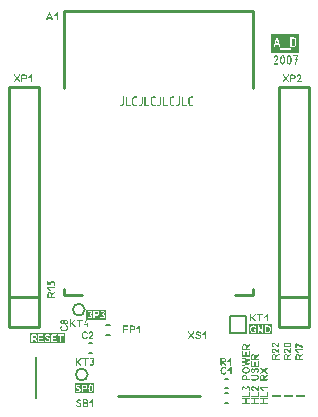
<source format=gto>
G04*
G04 #@! TF.GenerationSoftware,Altium Limited,Altium Designer,19.1.9 (167)*
G04*
G04 Layer_Color=15724527*
%FSLAX24Y24*%
%MOIN*%
G70*
G01*
G75*
%ADD10C,0.0059*%
%ADD11C,0.0079*%
%ADD12C,0.0098*%
G36*
X9658Y11928D02*
X9661Y11927D01*
X9665Y11926D01*
X9668Y11924D01*
X9671Y11920D01*
X9674Y11916D01*
X9674Y11912D01*
X9675Y11909D01*
Y11909D01*
Y11908D01*
Y11906D01*
X9674Y11903D01*
X9648Y11791D01*
X9655D01*
X9658Y11791D01*
X9661Y11790D01*
X9665Y11789D01*
X9668Y11786D01*
X9672Y11783D01*
X9674Y11778D01*
X9675Y11775D01*
X9675Y11772D01*
Y11771D01*
Y11771D01*
X9675Y11768D01*
X9674Y11765D01*
X9673Y11762D01*
X9670Y11758D01*
X9666Y11755D01*
X9664Y11754D01*
X9661Y11752D01*
X9658Y11752D01*
X9654Y11752D01*
X9640D01*
X9613Y11628D01*
Y11627D01*
X9612Y11626D01*
X9611Y11624D01*
X9609Y11621D01*
X9607Y11618D01*
X9603Y11616D01*
X9599Y11615D01*
X9594Y11614D01*
X9593D01*
X9591Y11615D01*
X9588Y11615D01*
X9584Y11617D01*
X9580Y11619D01*
X9577Y11623D01*
X9576Y11625D01*
X9575Y11628D01*
X9574Y11631D01*
X9574Y11634D01*
Y11635D01*
Y11636D01*
Y11638D01*
X9574Y11639D01*
X9600Y11752D01*
X9593D01*
X9591Y11752D01*
X9588Y11753D01*
X9584Y11754D01*
X9580Y11756D01*
X9577Y11760D01*
X9576Y11762D01*
X9575Y11765D01*
X9574Y11768D01*
X9574Y11772D01*
Y11772D01*
Y11772D01*
X9574Y11775D01*
X9575Y11778D01*
X9576Y11781D01*
X9579Y11785D01*
X9582Y11788D01*
X9584Y11790D01*
X9587Y11790D01*
X9590Y11791D01*
X9594Y11791D01*
X9608D01*
X9631Y11888D01*
X9532D01*
X9529Y11889D01*
X9527Y11890D01*
X9523Y11891D01*
X9519Y11893D01*
X9516Y11897D01*
X9515Y11899D01*
X9513Y11902D01*
X9513Y11905D01*
X9513Y11909D01*
Y11909D01*
Y11909D01*
X9513Y11912D01*
X9514Y11915D01*
X9515Y11918D01*
X9518Y11922D01*
X9521Y11925D01*
X9523Y11927D01*
X9526Y11927D01*
X9529Y11928D01*
X9533Y11928D01*
X9655D01*
X9658Y11928D01*
D02*
G37*
G36*
X9380D02*
X9383Y11927D01*
X9387Y11926D01*
X9392Y11925D01*
X9397Y11923D01*
X9402Y11920D01*
X9407Y11917D01*
X9413Y11913D01*
X9418Y11908D01*
X9424Y11902D01*
X9429Y11895D01*
X9434Y11887D01*
X9439Y11877D01*
X9443Y11867D01*
Y11866D01*
X9443Y11865D01*
X9444Y11863D01*
X9445Y11859D01*
X9446Y11856D01*
X9447Y11851D01*
X9449Y11846D01*
X9450Y11840D01*
X9451Y11833D01*
X9452Y11826D01*
X9454Y11818D01*
X9455Y11809D01*
X9456Y11800D01*
X9456Y11791D01*
X9457Y11781D01*
Y11771D01*
Y11770D01*
Y11769D01*
Y11766D01*
Y11762D01*
X9456Y11757D01*
X9456Y11752D01*
X9456Y11745D01*
X9455Y11738D01*
X9454Y11731D01*
X9454Y11724D01*
X9451Y11707D01*
X9447Y11691D01*
X9443Y11675D01*
X9443Y11674D01*
X9442Y11673D01*
X9441Y11670D01*
X9439Y11666D01*
X9437Y11661D01*
X9434Y11656D01*
X9431Y11650D01*
X9427Y11645D01*
X9422Y11639D01*
X9418Y11633D01*
X9412Y11629D01*
X9406Y11624D01*
X9399Y11620D01*
X9392Y11617D01*
X9384Y11615D01*
X9376Y11614D01*
X9374D01*
X9371Y11615D01*
X9368Y11615D01*
X9364Y11616D01*
X9360Y11617D01*
X9355Y11619D01*
X9349Y11622D01*
X9344Y11625D01*
X9338Y11629D01*
X9333Y11634D01*
X9327Y11640D01*
X9322Y11647D01*
X9317Y11655D01*
X9312Y11665D01*
X9308Y11675D01*
Y11676D01*
X9308Y11677D01*
X9307Y11679D01*
X9306Y11682D01*
X9305Y11686D01*
X9304Y11691D01*
X9303Y11696D01*
X9301Y11702D01*
X9300Y11709D01*
X9299Y11716D01*
X9298Y11724D01*
X9297Y11733D01*
X9296Y11742D01*
X9295Y11751D01*
X9295Y11761D01*
Y11771D01*
Y11772D01*
Y11774D01*
Y11777D01*
X9295Y11781D01*
Y11785D01*
X9295Y11791D01*
X9296Y11797D01*
X9296Y11804D01*
X9297Y11811D01*
X9298Y11819D01*
X9300Y11835D01*
X9304Y11852D01*
X9308Y11867D01*
X9308Y11868D01*
X9309Y11870D01*
X9310Y11873D01*
X9312Y11877D01*
X9314Y11881D01*
X9317Y11886D01*
X9320Y11892D01*
X9324Y11898D01*
X9329Y11903D01*
X9333Y11909D01*
X9339Y11914D01*
X9345Y11919D01*
X9352Y11922D01*
X9359Y11926D01*
X9367Y11927D01*
X9376Y11928D01*
X9378D01*
X9380Y11928D01*
D02*
G37*
G36*
X9162D02*
X9165Y11927D01*
X9169Y11926D01*
X9174Y11925D01*
X9178Y11923D01*
X9183Y11920D01*
X9189Y11917D01*
X9194Y11913D01*
X9200Y11908D01*
X9206Y11902D01*
X9211Y11895D01*
X9216Y11887D01*
X9221Y11877D01*
X9225Y11867D01*
Y11866D01*
X9225Y11865D01*
X9226Y11863D01*
X9227Y11859D01*
X9228Y11856D01*
X9229Y11851D01*
X9231Y11846D01*
X9232Y11840D01*
X9233Y11833D01*
X9234Y11826D01*
X9235Y11818D01*
X9237Y11809D01*
X9238Y11800D01*
X9238Y11791D01*
X9239Y11781D01*
Y11771D01*
Y11770D01*
Y11769D01*
Y11766D01*
Y11762D01*
X9238Y11757D01*
X9238Y11752D01*
X9238Y11745D01*
X9237Y11738D01*
X9236Y11731D01*
X9235Y11724D01*
X9233Y11707D01*
X9229Y11691D01*
X9225Y11675D01*
X9224Y11674D01*
X9224Y11673D01*
X9223Y11670D01*
X9221Y11666D01*
X9219Y11661D01*
X9216Y11656D01*
X9213Y11650D01*
X9208Y11645D01*
X9204Y11639D01*
X9199Y11633D01*
X9194Y11629D01*
X9187Y11624D01*
X9181Y11620D01*
X9174Y11617D01*
X9166Y11615D01*
X9158Y11614D01*
X9156D01*
X9153Y11615D01*
X9150Y11615D01*
X9146Y11616D01*
X9142Y11617D01*
X9137Y11619D01*
X9131Y11622D01*
X9126Y11625D01*
X9120Y11629D01*
X9115Y11634D01*
X9109Y11640D01*
X9104Y11647D01*
X9099Y11655D01*
X9094Y11665D01*
X9090Y11675D01*
Y11676D01*
X9090Y11677D01*
X9089Y11679D01*
X9088Y11682D01*
X9087Y11686D01*
X9086Y11691D01*
X9085Y11696D01*
X9083Y11702D01*
X9082Y11709D01*
X9080Y11716D01*
X9080Y11724D01*
X9078Y11733D01*
X9078Y11742D01*
X9077Y11751D01*
X9076Y11761D01*
Y11771D01*
Y11772D01*
Y11774D01*
Y11777D01*
X9077Y11781D01*
Y11785D01*
X9077Y11791D01*
X9078Y11797D01*
X9078Y11804D01*
X9079Y11811D01*
X9080Y11819D01*
X9082Y11835D01*
X9085Y11852D01*
X9090Y11867D01*
X9090Y11868D01*
X9091Y11870D01*
X9092Y11873D01*
X9094Y11877D01*
X9096Y11881D01*
X9099Y11886D01*
X9102Y11892D01*
X9106Y11898D01*
X9110Y11903D01*
X9115Y11909D01*
X9121Y11914D01*
X9127Y11919D01*
X9134Y11922D01*
X9141Y11926D01*
X9149Y11927D01*
X9158Y11928D01*
X9160D01*
X9162Y11928D01*
D02*
G37*
G36*
X8945D02*
X8948Y11927D01*
X8951Y11927D01*
X8959Y11925D01*
X8968Y11922D01*
X8973Y11920D01*
X8978Y11918D01*
X8982Y11916D01*
X8987Y11912D01*
X8992Y11909D01*
X8996Y11904D01*
X8997Y11904D01*
X8998Y11903D01*
X8998Y11902D01*
X9000Y11900D01*
X9002Y11898D01*
X9004Y11895D01*
X9006Y11892D01*
X9008Y11888D01*
X9013Y11880D01*
X9017Y11870D01*
X9018Y11865D01*
X9019Y11859D01*
X9020Y11854D01*
X9020Y11847D01*
Y11847D01*
Y11846D01*
Y11845D01*
X9020Y11843D01*
Y11841D01*
X9019Y11839D01*
X9019Y11833D01*
X9017Y11826D01*
X9014Y11818D01*
X9011Y11809D01*
X9006Y11801D01*
X8910Y11654D01*
X9001D01*
X9003Y11654D01*
X9007Y11653D01*
X9010Y11651D01*
X9014Y11649D01*
X9017Y11646D01*
X9019Y11641D01*
X9020Y11638D01*
X9020Y11634D01*
Y11634D01*
Y11633D01*
X9020Y11631D01*
X9019Y11628D01*
X9018Y11624D01*
X9015Y11621D01*
X9012Y11617D01*
X9010Y11616D01*
X9007Y11615D01*
X9004Y11615D01*
X9000Y11614D01*
X8878D01*
X8875Y11615D01*
X8872Y11615D01*
X8869Y11617D01*
X8865Y11619D01*
X8862Y11623D01*
X8860Y11625D01*
X8859Y11628D01*
X8859Y11631D01*
X8858Y11634D01*
Y11635D01*
Y11635D01*
X8859Y11638D01*
X8860Y11641D01*
X8862Y11645D01*
X8973Y11825D01*
X8973Y11825D01*
X8974Y11827D01*
X8975Y11829D01*
X8977Y11831D01*
X8978Y11835D01*
X8979Y11839D01*
X8980Y11843D01*
X8980Y11847D01*
Y11848D01*
Y11850D01*
X8980Y11854D01*
X8978Y11857D01*
X8977Y11862D01*
X8975Y11867D01*
X8972Y11872D01*
X8968Y11876D01*
X8968Y11877D01*
X8966Y11878D01*
X8964Y11880D01*
X8960Y11882D01*
X8956Y11885D01*
X8951Y11886D01*
X8946Y11888D01*
X8939Y11888D01*
X8938D01*
X8937Y11888D01*
X8935D01*
X8931Y11886D01*
X8928Y11886D01*
X8925Y11884D01*
X8922Y11882D01*
X8919Y11880D01*
X8915Y11877D01*
X8911Y11873D01*
X8907Y11869D01*
X8903Y11864D01*
X8899Y11859D01*
X8896Y11852D01*
X8895Y11852D01*
X8895Y11851D01*
X8893Y11849D01*
X8891Y11847D01*
X8889Y11846D01*
X8886Y11844D01*
X8882Y11843D01*
X8878Y11843D01*
X8878D01*
X8875Y11843D01*
X8872Y11844D01*
X8869Y11845D01*
X8865Y11847D01*
X8862Y11851D01*
X8860Y11853D01*
X8859Y11856D01*
X8859Y11859D01*
X8858Y11863D01*
Y11863D01*
Y11863D01*
Y11865D01*
X8859Y11867D01*
X8860Y11869D01*
X8860Y11870D01*
X8861Y11871D01*
X8863Y11874D01*
X8865Y11878D01*
X8868Y11883D01*
X8872Y11888D01*
X8876Y11893D01*
X8881Y11899D01*
X8886Y11904D01*
X8892Y11909D01*
X8899Y11914D01*
X8906Y11919D01*
X8914Y11923D01*
X8922Y11926D01*
X8930Y11927D01*
X8939Y11928D01*
X8943D01*
X8945Y11928D01*
D02*
G37*
G36*
X6160Y10550D02*
X6163Y10549D01*
X6167Y10548D01*
X6171Y10545D01*
X6174Y10542D01*
X6176Y10537D01*
X6176Y10534D01*
X6177Y10531D01*
Y10530D01*
Y10530D01*
X6176Y10527D01*
X6176Y10524D01*
X6174Y10521D01*
X6172Y10517D01*
X6168Y10514D01*
X6166Y10513D01*
X6163Y10511D01*
X6160Y10511D01*
X6157Y10511D01*
X6093D01*
X6089Y10510D01*
X6085Y10509D01*
X6081Y10508D01*
X6076Y10505D01*
X6071Y10502D01*
X6066Y10498D01*
X6066Y10498D01*
X6065Y10496D01*
X6063Y10494D01*
X6061Y10490D01*
X6059Y10486D01*
X6057Y10481D01*
X6055Y10476D01*
X6055Y10470D01*
Y10317D01*
Y10316D01*
Y10314D01*
X6056Y10311D01*
X6057Y10307D01*
X6058Y10302D01*
X6060Y10297D01*
X6063Y10292D01*
X6067Y10288D01*
X6067Y10287D01*
X6069Y10286D01*
X6071Y10284D01*
X6075Y10282D01*
X6079Y10280D01*
X6084Y10278D01*
X6089Y10276D01*
X6096Y10276D01*
X6158D01*
X6160Y10276D01*
X6163Y10275D01*
X6167Y10274D01*
X6171Y10271D01*
X6174Y10268D01*
X6176Y10263D01*
X6176Y10260D01*
X6177Y10256D01*
Y10256D01*
Y10255D01*
X6176Y10253D01*
X6176Y10250D01*
X6174Y10246D01*
X6172Y10243D01*
X6168Y10239D01*
X6166Y10238D01*
X6163Y10237D01*
X6160Y10237D01*
X6157Y10236D01*
X6092D01*
X6090Y10237D01*
X6087Y10237D01*
X6084Y10237D01*
X6076Y10239D01*
X6067Y10242D01*
X6062Y10244D01*
X6057Y10246D01*
X6052Y10249D01*
X6048Y10252D01*
X6043Y10255D01*
X6038Y10260D01*
X6038Y10260D01*
X6037Y10261D01*
X6036Y10262D01*
X6035Y10264D01*
X6033Y10266D01*
X6031Y10269D01*
X6029Y10272D01*
X6027Y10276D01*
X6022Y10284D01*
X6019Y10294D01*
X6017Y10299D01*
X6016Y10305D01*
X6015Y10311D01*
X6015Y10317D01*
Y10470D01*
Y10470D01*
Y10471D01*
Y10473D01*
X6015Y10475D01*
X6016Y10478D01*
X6016Y10481D01*
X6018Y10489D01*
X6021Y10498D01*
X6023Y10503D01*
X6025Y10508D01*
X6028Y10513D01*
X6030Y10517D01*
X6034Y10522D01*
X6038Y10526D01*
X6039Y10527D01*
X6039Y10528D01*
X6041Y10529D01*
X6042Y10530D01*
X6045Y10532D01*
X6047Y10534D01*
X6051Y10536D01*
X6054Y10538D01*
X6062Y10543D01*
X6072Y10547D01*
X6078Y10548D01*
X6083Y10549D01*
X6089Y10550D01*
X6096Y10550D01*
X6158D01*
X6160Y10550D01*
D02*
G37*
G36*
X5820D02*
X5823Y10549D01*
X5827Y10548D01*
X5831Y10545D01*
X5834Y10542D01*
X5835Y10540D01*
X5836Y10537D01*
X5836Y10534D01*
X5837Y10530D01*
Y10276D01*
X5939D01*
X5942Y10276D01*
X5945Y10275D01*
X5949Y10274D01*
X5953Y10271D01*
X5955Y10268D01*
X5958Y10263D01*
X5958Y10260D01*
X5959Y10256D01*
Y10256D01*
Y10255D01*
X5958Y10253D01*
X5957Y10250D01*
X5956Y10246D01*
X5954Y10243D01*
X5950Y10239D01*
X5948Y10238D01*
X5945Y10237D01*
X5942Y10237D01*
X5939Y10236D01*
X5816D01*
X5814Y10237D01*
X5811Y10237D01*
X5807Y10239D01*
X5803Y10241D01*
X5800Y10245D01*
X5799Y10247D01*
X5798Y10250D01*
X5797Y10253D01*
X5797Y10256D01*
Y10530D01*
Y10531D01*
Y10531D01*
X5797Y10533D01*
X5798Y10537D01*
X5799Y10540D01*
X5802Y10544D01*
X5805Y10547D01*
X5807Y10549D01*
X5810Y10549D01*
X5813Y10550D01*
X5817Y10550D01*
X5818D01*
X5820Y10550D01*
D02*
G37*
G36*
X5725D02*
X5728Y10549D01*
X5732Y10548D01*
X5735Y10545D01*
X5738Y10542D01*
X5740Y10540D01*
X5741Y10537D01*
X5741Y10534D01*
X5741Y10530D01*
Y10317D01*
Y10317D01*
Y10315D01*
Y10314D01*
X5741Y10311D01*
X5741Y10308D01*
X5740Y10305D01*
X5738Y10297D01*
X5736Y10288D01*
X5734Y10283D01*
X5732Y10278D01*
X5729Y10274D01*
X5725Y10269D01*
X5722Y10264D01*
X5718Y10260D01*
X5717Y10259D01*
X5716Y10259D01*
X5715Y10258D01*
X5713Y10256D01*
X5711Y10254D01*
X5708Y10252D01*
X5705Y10250D01*
X5702Y10248D01*
X5693Y10244D01*
X5684Y10240D01*
X5678Y10238D01*
X5672Y10237D01*
X5666Y10237D01*
X5660Y10236D01*
X5629D01*
X5627Y10237D01*
X5624Y10237D01*
X5620Y10239D01*
X5616Y10241D01*
X5613Y10245D01*
X5612Y10247D01*
X5611Y10250D01*
X5610Y10253D01*
X5610Y10256D01*
Y10257D01*
Y10257D01*
X5610Y10260D01*
X5611Y10262D01*
X5612Y10266D01*
X5615Y10270D01*
X5618Y10273D01*
X5620Y10274D01*
X5623Y10275D01*
X5626Y10276D01*
X5630Y10276D01*
X5663D01*
X5666Y10277D01*
X5670Y10278D01*
X5675Y10279D01*
X5679Y10281D01*
X5684Y10284D01*
X5689Y10288D01*
X5689Y10288D01*
X5691Y10290D01*
X5693Y10292D01*
X5695Y10296D01*
X5698Y10300D01*
X5699Y10305D01*
X5701Y10311D01*
X5701Y10317D01*
Y10530D01*
Y10531D01*
Y10531D01*
X5702Y10533D01*
X5702Y10537D01*
X5704Y10540D01*
X5706Y10544D01*
X5710Y10547D01*
X5712Y10549D01*
X5715Y10549D01*
X5718Y10550D01*
X5721Y10550D01*
X5722D01*
X5725Y10550D01*
D02*
G37*
G36*
X5537D02*
X5540Y10549D01*
X5544Y10548D01*
X5547Y10545D01*
X5550Y10542D01*
X5553Y10537D01*
X5553Y10534D01*
X5554Y10531D01*
Y10530D01*
Y10530D01*
X5553Y10527D01*
X5552Y10524D01*
X5551Y10521D01*
X5549Y10517D01*
X5545Y10514D01*
X5543Y10513D01*
X5540Y10511D01*
X5537Y10511D01*
X5533Y10511D01*
X5470D01*
X5466Y10510D01*
X5462Y10509D01*
X5458Y10508D01*
X5453Y10505D01*
X5448Y10502D01*
X5443Y10498D01*
X5443Y10498D01*
X5442Y10496D01*
X5440Y10494D01*
X5438Y10490D01*
X5436Y10486D01*
X5433Y10481D01*
X5432Y10476D01*
X5432Y10470D01*
Y10317D01*
Y10316D01*
Y10314D01*
X5433Y10311D01*
X5433Y10307D01*
X5435Y10302D01*
X5437Y10297D01*
X5440Y10292D01*
X5444Y10288D01*
X5444Y10287D01*
X5446Y10286D01*
X5448Y10284D01*
X5452Y10282D01*
X5456Y10280D01*
X5461Y10278D01*
X5466Y10276D01*
X5472Y10276D01*
X5534D01*
X5537Y10276D01*
X5540Y10275D01*
X5544Y10274D01*
X5547Y10271D01*
X5550Y10268D01*
X5553Y10263D01*
X5553Y10260D01*
X5554Y10256D01*
Y10256D01*
Y10255D01*
X5553Y10253D01*
X5552Y10250D01*
X5551Y10246D01*
X5549Y10243D01*
X5545Y10239D01*
X5543Y10238D01*
X5540Y10237D01*
X5537Y10237D01*
X5533Y10236D01*
X5469D01*
X5467Y10237D01*
X5464Y10237D01*
X5461Y10237D01*
X5453Y10239D01*
X5444Y10242D01*
X5439Y10244D01*
X5434Y10246D01*
X5429Y10249D01*
X5424Y10252D01*
X5420Y10255D01*
X5415Y10260D01*
X5415Y10260D01*
X5414Y10261D01*
X5413Y10262D01*
X5411Y10264D01*
X5410Y10266D01*
X5408Y10269D01*
X5406Y10272D01*
X5404Y10276D01*
X5399Y10284D01*
X5395Y10294D01*
X5394Y10299D01*
X5392Y10305D01*
X5392Y10311D01*
X5392Y10317D01*
Y10470D01*
Y10470D01*
Y10471D01*
Y10473D01*
X5392Y10475D01*
X5392Y10478D01*
X5393Y10481D01*
X5395Y10489D01*
X5397Y10498D01*
X5399Y10503D01*
X5401Y10508D01*
X5404Y10513D01*
X5407Y10517D01*
X5411Y10522D01*
X5415Y10526D01*
X5415Y10527D01*
X5416Y10528D01*
X5417Y10529D01*
X5419Y10530D01*
X5422Y10532D01*
X5424Y10534D01*
X5427Y10536D01*
X5431Y10538D01*
X5439Y10543D01*
X5449Y10547D01*
X5454Y10548D01*
X5460Y10549D01*
X5466Y10550D01*
X5472Y10550D01*
X5534D01*
X5537Y10550D01*
D02*
G37*
G36*
X5197D02*
X5200Y10549D01*
X5204Y10548D01*
X5208Y10545D01*
X5210Y10542D01*
X5212Y10540D01*
X5213Y10537D01*
X5213Y10534D01*
X5214Y10530D01*
Y10276D01*
X5316D01*
X5319Y10276D01*
X5322Y10275D01*
X5326Y10274D01*
X5329Y10271D01*
X5332Y10268D01*
X5335Y10263D01*
X5335Y10260D01*
X5335Y10256D01*
Y10256D01*
Y10255D01*
X5335Y10253D01*
X5334Y10250D01*
X5333Y10246D01*
X5331Y10243D01*
X5327Y10239D01*
X5325Y10238D01*
X5322Y10237D01*
X5319Y10237D01*
X5315Y10236D01*
X5193D01*
X5190Y10237D01*
X5187Y10237D01*
X5184Y10239D01*
X5180Y10241D01*
X5177Y10245D01*
X5176Y10247D01*
X5174Y10250D01*
X5174Y10253D01*
X5174Y10256D01*
Y10530D01*
Y10531D01*
Y10531D01*
X5174Y10533D01*
X5175Y10537D01*
X5176Y10540D01*
X5178Y10544D01*
X5182Y10547D01*
X5184Y10549D01*
X5187Y10549D01*
X5190Y10550D01*
X5194Y10550D01*
X5194D01*
X5197Y10550D01*
D02*
G37*
G36*
X5101D02*
X5105Y10549D01*
X5108Y10548D01*
X5112Y10545D01*
X5115Y10542D01*
X5117Y10540D01*
X5117Y10537D01*
X5118Y10534D01*
X5118Y10530D01*
Y10317D01*
Y10317D01*
Y10315D01*
Y10314D01*
X5118Y10311D01*
X5117Y10308D01*
X5117Y10305D01*
X5115Y10297D01*
X5112Y10288D01*
X5110Y10283D01*
X5108Y10278D01*
X5105Y10274D01*
X5102Y10269D01*
X5098Y10264D01*
X5094Y10260D01*
X5094Y10259D01*
X5093Y10259D01*
X5092Y10258D01*
X5090Y10256D01*
X5088Y10254D01*
X5085Y10252D01*
X5082Y10250D01*
X5078Y10248D01*
X5070Y10244D01*
X5060Y10240D01*
X5055Y10238D01*
X5049Y10237D01*
X5043Y10237D01*
X5037Y10236D01*
X5006D01*
X5003Y10237D01*
X5001Y10237D01*
X4997Y10239D01*
X4993Y10241D01*
X4990Y10245D01*
X4989Y10247D01*
X4987Y10250D01*
X4987Y10253D01*
X4987Y10256D01*
Y10257D01*
Y10257D01*
X4987Y10260D01*
X4988Y10262D01*
X4989Y10266D01*
X4991Y10270D01*
X4995Y10273D01*
X4997Y10274D01*
X5000Y10275D01*
X5003Y10276D01*
X5007Y10276D01*
X5040D01*
X5043Y10277D01*
X5047Y10278D01*
X5051Y10279D01*
X5056Y10281D01*
X5061Y10284D01*
X5066Y10288D01*
X5066Y10288D01*
X5068Y10290D01*
X5070Y10292D01*
X5072Y10296D01*
X5074Y10300D01*
X5076Y10305D01*
X5078Y10311D01*
X5078Y10317D01*
Y10530D01*
Y10531D01*
Y10531D01*
X5078Y10533D01*
X5079Y10537D01*
X5080Y10540D01*
X5083Y10544D01*
X5087Y10547D01*
X5089Y10549D01*
X5092Y10549D01*
X5094Y10550D01*
X5098Y10550D01*
X5099D01*
X5101Y10550D01*
D02*
G37*
G36*
X4914D02*
X4917Y10549D01*
X4921Y10548D01*
X4924Y10545D01*
X4927Y10542D01*
X4930Y10537D01*
X4930Y10534D01*
X4930Y10531D01*
Y10530D01*
Y10530D01*
X4930Y10527D01*
X4929Y10524D01*
X4928Y10521D01*
X4925Y10517D01*
X4922Y10514D01*
X4920Y10513D01*
X4917Y10511D01*
X4914Y10511D01*
X4910Y10511D01*
X4846D01*
X4843Y10510D01*
X4839Y10509D01*
X4834Y10508D01*
X4830Y10505D01*
X4825Y10502D01*
X4820Y10498D01*
X4820Y10498D01*
X4818Y10496D01*
X4816Y10494D01*
X4814Y10490D01*
X4812Y10486D01*
X4810Y10481D01*
X4809Y10476D01*
X4809Y10470D01*
Y10317D01*
Y10316D01*
Y10314D01*
X4809Y10311D01*
X4810Y10307D01*
X4811Y10302D01*
X4814Y10297D01*
X4816Y10292D01*
X4821Y10288D01*
X4821Y10287D01*
X4823Y10286D01*
X4825Y10284D01*
X4829Y10282D01*
X4833Y10280D01*
X4838Y10278D01*
X4843Y10276D01*
X4849Y10276D01*
X4911D01*
X4914Y10276D01*
X4917Y10275D01*
X4921Y10274D01*
X4924Y10271D01*
X4927Y10268D01*
X4930Y10263D01*
X4930Y10260D01*
X4930Y10256D01*
Y10256D01*
Y10255D01*
X4930Y10253D01*
X4929Y10250D01*
X4928Y10246D01*
X4925Y10243D01*
X4922Y10239D01*
X4920Y10238D01*
X4917Y10237D01*
X4914Y10237D01*
X4910Y10236D01*
X4846D01*
X4843Y10237D01*
X4841Y10237D01*
X4837Y10237D01*
X4830Y10239D01*
X4821Y10242D01*
X4816Y10244D01*
X4811Y10246D01*
X4806Y10249D01*
X4801Y10252D01*
X4796Y10255D01*
X4792Y10260D01*
X4791Y10260D01*
X4791Y10261D01*
X4790Y10262D01*
X4788Y10264D01*
X4786Y10266D01*
X4784Y10269D01*
X4782Y10272D01*
X4780Y10276D01*
X4776Y10284D01*
X4772Y10294D01*
X4770Y10299D01*
X4769Y10305D01*
X4769Y10311D01*
X4768Y10317D01*
Y10470D01*
Y10470D01*
Y10471D01*
Y10473D01*
X4769Y10475D01*
X4769Y10478D01*
X4770Y10481D01*
X4771Y10489D01*
X4774Y10498D01*
X4776Y10503D01*
X4778Y10508D01*
X4781Y10513D01*
X4784Y10517D01*
X4788Y10522D01*
X4792Y10526D01*
X4792Y10527D01*
X4793Y10528D01*
X4794Y10529D01*
X4796Y10530D01*
X4798Y10532D01*
X4801Y10534D01*
X4804Y10536D01*
X4808Y10538D01*
X4816Y10543D01*
X4826Y10547D01*
X4831Y10548D01*
X4837Y10549D01*
X4843Y10550D01*
X4849Y10550D01*
X4911D01*
X4914Y10550D01*
D02*
G37*
G36*
X4574D02*
X4577Y10549D01*
X4581Y10548D01*
X4584Y10545D01*
X4587Y10542D01*
X4589Y10540D01*
X4590Y10537D01*
X4590Y10534D01*
X4590Y10530D01*
Y10276D01*
X4693D01*
X4695Y10276D01*
X4699Y10275D01*
X4702Y10274D01*
X4706Y10271D01*
X4709Y10268D01*
X4711Y10263D01*
X4712Y10260D01*
X4712Y10256D01*
Y10256D01*
Y10255D01*
X4712Y10253D01*
X4711Y10250D01*
X4710Y10246D01*
X4707Y10243D01*
X4704Y10239D01*
X4702Y10238D01*
X4699Y10237D01*
X4696Y10237D01*
X4692Y10236D01*
X4570D01*
X4567Y10237D01*
X4564Y10237D01*
X4561Y10239D01*
X4557Y10241D01*
X4554Y10245D01*
X4552Y10247D01*
X4551Y10250D01*
X4551Y10253D01*
X4550Y10256D01*
Y10530D01*
Y10531D01*
Y10531D01*
X4551Y10533D01*
X4552Y10537D01*
X4553Y10540D01*
X4555Y10544D01*
X4559Y10547D01*
X4561Y10549D01*
X4564Y10549D01*
X4567Y10550D01*
X4570Y10550D01*
X4571D01*
X4574Y10550D01*
D02*
G37*
G36*
X4478D02*
X4481Y10549D01*
X4485Y10548D01*
X4489Y10545D01*
X4492Y10542D01*
X4493Y10540D01*
X4494Y10537D01*
X4495Y10534D01*
X4495Y10530D01*
Y10317D01*
Y10317D01*
Y10315D01*
Y10314D01*
X4495Y10311D01*
X4494Y10308D01*
X4494Y10305D01*
X4492Y10297D01*
X4489Y10288D01*
X4487Y10283D01*
X4485Y10278D01*
X4482Y10274D01*
X4479Y10269D01*
X4475Y10264D01*
X4471Y10260D01*
X4471Y10259D01*
X4470Y10259D01*
X4469Y10258D01*
X4467Y10256D01*
X4465Y10254D01*
X4462Y10252D01*
X4459Y10250D01*
X4455Y10248D01*
X4447Y10244D01*
X4437Y10240D01*
X4431Y10238D01*
X4426Y10237D01*
X4420Y10237D01*
X4414Y10236D01*
X4383D01*
X4380Y10237D01*
X4377Y10237D01*
X4374Y10239D01*
X4370Y10241D01*
X4367Y10245D01*
X4365Y10247D01*
X4364Y10250D01*
X4364Y10253D01*
X4363Y10256D01*
Y10257D01*
Y10257D01*
X4364Y10260D01*
X4365Y10262D01*
X4366Y10266D01*
X4368Y10270D01*
X4372Y10273D01*
X4374Y10274D01*
X4377Y10275D01*
X4380Y10276D01*
X4383Y10276D01*
X4417D01*
X4420Y10277D01*
X4424Y10278D01*
X4428Y10279D01*
X4433Y10281D01*
X4438Y10284D01*
X4442Y10288D01*
X4443Y10288D01*
X4445Y10290D01*
X4447Y10292D01*
X4449Y10296D01*
X4451Y10300D01*
X4453Y10305D01*
X4454Y10311D01*
X4455Y10317D01*
Y10530D01*
Y10531D01*
Y10531D01*
X4455Y10533D01*
X4456Y10537D01*
X4457Y10540D01*
X4460Y10544D01*
X4463Y10547D01*
X4465Y10549D01*
X4468Y10549D01*
X4471Y10550D01*
X4475Y10550D01*
X4476D01*
X4478Y10550D01*
D02*
G37*
G36*
X4290D02*
X4294Y10549D01*
X4297Y10548D01*
X4301Y10545D01*
X4304Y10542D01*
X4306Y10537D01*
X4307Y10534D01*
X4307Y10531D01*
Y10530D01*
Y10530D01*
X4307Y10527D01*
X4306Y10524D01*
X4305Y10521D01*
X4302Y10517D01*
X4299Y10514D01*
X4297Y10513D01*
X4294Y10511D01*
X4291Y10511D01*
X4287Y10511D01*
X4223D01*
X4220Y10510D01*
X4216Y10509D01*
X4211Y10508D01*
X4206Y10505D01*
X4201Y10502D01*
X4197Y10498D01*
X4196Y10498D01*
X4195Y10496D01*
X4193Y10494D01*
X4191Y10490D01*
X4189Y10486D01*
X4187Y10481D01*
X4186Y10476D01*
X4185Y10470D01*
Y10317D01*
Y10316D01*
Y10314D01*
X4186Y10311D01*
X4187Y10307D01*
X4188Y10302D01*
X4190Y10297D01*
X4193Y10292D01*
X4197Y10288D01*
X4198Y10287D01*
X4199Y10286D01*
X4202Y10284D01*
X4206Y10282D01*
X4210Y10280D01*
X4215Y10278D01*
X4220Y10276D01*
X4226Y10276D01*
X4288D01*
X4290Y10276D01*
X4294Y10275D01*
X4297Y10274D01*
X4301Y10271D01*
X4304Y10268D01*
X4306Y10263D01*
X4307Y10260D01*
X4307Y10256D01*
Y10256D01*
Y10255D01*
X4307Y10253D01*
X4306Y10250D01*
X4305Y10246D01*
X4302Y10243D01*
X4299Y10239D01*
X4297Y10238D01*
X4294Y10237D01*
X4291Y10237D01*
X4287Y10236D01*
X4223D01*
X4220Y10237D01*
X4217Y10237D01*
X4214Y10237D01*
X4206Y10239D01*
X4197Y10242D01*
X4192Y10244D01*
X4187Y10246D01*
X4183Y10249D01*
X4178Y10252D01*
X4173Y10255D01*
X4169Y10260D01*
X4168Y10260D01*
X4168Y10261D01*
X4167Y10262D01*
X4165Y10264D01*
X4163Y10266D01*
X4161Y10269D01*
X4159Y10272D01*
X4157Y10276D01*
X4153Y10284D01*
X4149Y10294D01*
X4147Y10299D01*
X4146Y10305D01*
X4146Y10311D01*
X4145Y10317D01*
Y10470D01*
Y10470D01*
Y10471D01*
Y10473D01*
X4146Y10475D01*
X4146Y10478D01*
X4146Y10481D01*
X4148Y10489D01*
X4151Y10498D01*
X4153Y10503D01*
X4155Y10508D01*
X4158Y10513D01*
X4161Y10517D01*
X4165Y10522D01*
X4169Y10526D01*
X4169Y10527D01*
X4170Y10528D01*
X4171Y10529D01*
X4173Y10530D01*
X4175Y10532D01*
X4178Y10534D01*
X4181Y10536D01*
X4185Y10538D01*
X4193Y10543D01*
X4203Y10547D01*
X4208Y10548D01*
X4214Y10549D01*
X4220Y10550D01*
X4226Y10550D01*
X4288D01*
X4290Y10550D01*
D02*
G37*
G36*
X3950D02*
X3954Y10549D01*
X3957Y10548D01*
X3961Y10545D01*
X3964Y10542D01*
X3966Y10540D01*
X3966Y10537D01*
X3967Y10534D01*
X3967Y10530D01*
Y10276D01*
X4070D01*
X4072Y10276D01*
X4076Y10275D01*
X4079Y10274D01*
X4083Y10271D01*
X4086Y10268D01*
X4088Y10263D01*
X4089Y10260D01*
X4089Y10256D01*
Y10256D01*
Y10255D01*
X4089Y10253D01*
X4088Y10250D01*
X4087Y10246D01*
X4084Y10243D01*
X4080Y10239D01*
X4078Y10238D01*
X4076Y10237D01*
X4073Y10237D01*
X4069Y10236D01*
X3946D01*
X3944Y10237D01*
X3941Y10237D01*
X3937Y10239D01*
X3934Y10241D01*
X3930Y10245D01*
X3929Y10247D01*
X3928Y10250D01*
X3928Y10253D01*
X3927Y10256D01*
Y10530D01*
Y10531D01*
Y10531D01*
X3928Y10533D01*
X3928Y10537D01*
X3930Y10540D01*
X3932Y10544D01*
X3936Y10547D01*
X3938Y10549D01*
X3941Y10549D01*
X3944Y10550D01*
X3947Y10550D01*
X3948D01*
X3950Y10550D01*
D02*
G37*
G36*
X3855D02*
X3858Y10549D01*
X3862Y10548D01*
X3866Y10545D01*
X3868Y10542D01*
X3870Y10540D01*
X3871Y10537D01*
X3871Y10534D01*
X3872Y10530D01*
Y10317D01*
Y10317D01*
Y10315D01*
Y10314D01*
X3871Y10311D01*
X3871Y10308D01*
X3871Y10305D01*
X3869Y10297D01*
X3866Y10288D01*
X3864Y10283D01*
X3862Y10278D01*
X3859Y10274D01*
X3856Y10269D01*
X3852Y10264D01*
X3848Y10260D01*
X3848Y10259D01*
X3847Y10259D01*
X3846Y10258D01*
X3844Y10256D01*
X3841Y10254D01*
X3839Y10252D01*
X3836Y10250D01*
X3832Y10248D01*
X3823Y10244D01*
X3814Y10240D01*
X3808Y10238D01*
X3803Y10237D01*
X3797Y10237D01*
X3791Y10236D01*
X3759D01*
X3757Y10237D01*
X3754Y10237D01*
X3750Y10239D01*
X3747Y10241D01*
X3743Y10245D01*
X3742Y10247D01*
X3741Y10250D01*
X3741Y10253D01*
X3740Y10256D01*
Y10257D01*
Y10257D01*
X3741Y10260D01*
X3741Y10262D01*
X3743Y10266D01*
X3745Y10270D01*
X3749Y10273D01*
X3751Y10274D01*
X3754Y10275D01*
X3757Y10276D01*
X3760Y10276D01*
X3793D01*
X3797Y10277D01*
X3800Y10278D01*
X3805Y10279D01*
X3810Y10281D01*
X3815Y10284D01*
X3819Y10288D01*
X3820Y10288D01*
X3821Y10290D01*
X3823Y10292D01*
X3825Y10296D01*
X3828Y10300D01*
X3830Y10305D01*
X3831Y10311D01*
X3832Y10317D01*
Y10530D01*
Y10531D01*
Y10531D01*
X3832Y10533D01*
X3833Y10537D01*
X3834Y10540D01*
X3837Y10544D01*
X3840Y10547D01*
X3842Y10549D01*
X3845Y10549D01*
X3848Y10550D01*
X3852Y10550D01*
X3853D01*
X3855Y10550D01*
D02*
G37*
G36*
X9710Y12015D02*
X8760D01*
Y12617D01*
X9710D01*
Y12015D01*
D02*
G37*
G36*
X2369Y459D02*
X2372Y459D01*
X2374Y458D01*
X2377Y458D01*
X2381Y457D01*
X2384Y456D01*
X2389Y455D01*
X2393Y454D01*
X2398Y453D01*
X2402Y451D01*
X2408Y449D01*
X2413Y446D01*
X2419Y444D01*
X2419Y443D01*
X2420Y443D01*
X2422Y442D01*
X2424Y441D01*
X2426Y439D01*
X2429Y437D01*
X2432Y435D01*
X2436Y432D01*
X2442Y426D01*
X2445Y423D01*
X2448Y420D01*
X2449Y416D01*
X2451Y413D01*
X2452Y409D01*
X2453Y405D01*
Y405D01*
Y404D01*
X2452Y402D01*
X2452Y400D01*
X2451Y398D01*
X2450Y395D01*
X2448Y393D01*
X2446Y391D01*
X2446Y390D01*
X2445Y390D01*
X2444Y389D01*
X2442Y388D01*
X2440Y387D01*
X2437Y385D01*
X2435Y385D01*
X2432Y385D01*
X2431D01*
X2431Y385D01*
X2429Y385D01*
X2427Y386D01*
X2425Y387D01*
X2422Y388D01*
X2420Y391D01*
X2416Y394D01*
Y394D01*
X2416Y394D01*
X2414Y396D01*
X2412Y398D01*
X2409Y400D01*
X2406Y403D01*
X2402Y406D01*
X2398Y408D01*
X2395Y410D01*
X2395D01*
X2394Y411D01*
X2393Y411D01*
X2392Y412D01*
X2390Y412D01*
X2388Y413D01*
X2385Y414D01*
X2383Y415D01*
X2379Y416D01*
X2376Y416D01*
X2372Y417D01*
X2368Y418D01*
X2364Y418D01*
X2359Y419D01*
X2349Y419D01*
X2347D01*
X2345Y419D01*
X2342Y418D01*
X2339Y417D01*
X2335Y416D01*
X2332Y414D01*
X2329Y411D01*
X2328Y411D01*
X2328Y410D01*
X2326Y408D01*
X2325Y405D01*
X2323Y402D01*
X2322Y399D01*
X2321Y395D01*
X2321Y391D01*
Y390D01*
Y390D01*
X2321Y389D01*
X2321Y387D01*
X2322Y385D01*
X2323Y384D01*
X2324Y381D01*
X2325Y379D01*
X2327Y376D01*
X2329Y374D01*
X2332Y371D01*
X2335Y368D01*
X2339Y366D01*
X2344Y363D01*
X2349Y361D01*
X2355Y358D01*
X2355D01*
X2356Y358D01*
X2356Y358D01*
X2357Y357D01*
X2360Y356D01*
X2364Y355D01*
X2369Y353D01*
X2374Y352D01*
X2379Y350D01*
X2385Y348D01*
X2391Y346D01*
X2396Y343D01*
X2402Y342D01*
X2407Y340D01*
X2411Y338D01*
X2414Y337D01*
X2416Y336D01*
X2417Y336D01*
X2418Y335D01*
X2419Y335D01*
X2419Y334D01*
X2420Y334D01*
X2422Y333D01*
X2424Y331D01*
X2426Y329D01*
X2429Y327D01*
X2432Y324D01*
X2436Y320D01*
X2439Y316D01*
X2442Y312D01*
X2445Y307D01*
X2448Y302D01*
X2449Y296D01*
X2451Y290D01*
X2452Y284D01*
X2453Y277D01*
Y276D01*
Y275D01*
X2452Y273D01*
Y271D01*
X2452Y268D01*
X2451Y264D01*
X2451Y260D01*
X2449Y256D01*
X2448Y252D01*
X2446Y247D01*
X2444Y242D01*
X2441Y237D01*
X2438Y232D01*
X2435Y227D01*
X2431Y223D01*
X2426Y218D01*
X2426Y218D01*
X2425Y218D01*
X2424Y217D01*
X2422Y215D01*
X2419Y214D01*
X2416Y212D01*
X2413Y210D01*
X2409Y208D01*
X2405Y206D01*
X2400Y204D01*
X2395Y202D01*
X2390Y200D01*
X2384Y199D01*
X2378Y198D01*
X2372Y197D01*
X2365Y197D01*
X2363D01*
X2361Y197D01*
X2358Y197D01*
X2355Y198D01*
X2352Y198D01*
X2348Y198D01*
X2344Y199D01*
X2339Y200D01*
X2334Y201D01*
X2329Y203D01*
X2324Y204D01*
X2318Y206D01*
X2312Y208D01*
X2305Y211D01*
X2305Y211D01*
X2304Y211D01*
X2301Y212D01*
X2299Y214D01*
X2296Y215D01*
X2292Y217D01*
X2288Y219D01*
X2285Y221D01*
X2277Y227D01*
X2273Y230D01*
X2270Y233D01*
X2268Y237D01*
X2266Y240D01*
X2264Y244D01*
X2264Y248D01*
Y248D01*
Y249D01*
X2264Y251D01*
X2265Y253D01*
X2265Y255D01*
X2266Y257D01*
X2268Y260D01*
X2270Y262D01*
X2270Y262D01*
X2271Y263D01*
X2272Y264D01*
X2274Y265D01*
X2276Y266D01*
X2279Y267D01*
X2281Y268D01*
X2284Y268D01*
X2285D01*
X2286Y268D01*
X2288Y267D01*
X2290Y266D01*
X2293Y265D01*
X2296Y263D01*
X2300Y260D01*
X2301D01*
X2301Y260D01*
X2302Y259D01*
X2303Y259D01*
X2306Y257D01*
X2310Y254D01*
X2314Y252D01*
X2318Y249D01*
X2322Y247D01*
X2327Y245D01*
X2327D01*
X2327Y245D01*
X2328Y244D01*
X2330Y244D01*
X2331Y243D01*
X2333Y242D01*
X2336Y242D01*
X2338Y241D01*
X2344Y239D01*
X2351Y238D01*
X2358Y237D01*
X2365Y237D01*
X2367D01*
X2368Y237D01*
X2370D01*
X2372Y237D01*
X2376Y238D01*
X2381Y239D01*
X2387Y241D01*
X2392Y243D01*
X2397Y247D01*
X2398D01*
X2398Y247D01*
X2399Y248D01*
X2400Y248D01*
X2402Y251D01*
X2405Y254D01*
X2408Y258D01*
X2410Y263D01*
X2411Y266D01*
X2412Y269D01*
X2413Y272D01*
X2413Y275D01*
Y275D01*
Y276D01*
X2413Y277D01*
X2412Y279D01*
X2412Y281D01*
X2411Y283D01*
X2410Y285D01*
X2408Y288D01*
X2407Y290D01*
X2404Y293D01*
X2402Y296D01*
X2398Y299D01*
X2394Y302D01*
X2390Y304D01*
X2384Y307D01*
X2378Y309D01*
X2378D01*
X2378Y310D01*
X2377Y310D01*
X2376Y310D01*
X2373Y312D01*
X2369Y313D01*
X2364Y315D01*
X2359Y316D01*
X2353Y318D01*
X2347Y321D01*
X2342Y323D01*
X2336Y325D01*
X2330Y327D01*
X2326Y328D01*
X2322Y330D01*
X2318Y331D01*
X2317Y332D01*
X2316Y332D01*
X2315Y332D01*
X2315Y333D01*
X2315Y333D01*
X2314Y333D01*
X2312Y334D01*
X2310Y336D01*
X2307Y338D01*
X2304Y341D01*
X2301Y343D01*
X2298Y347D01*
X2295Y351D01*
X2292Y355D01*
X2289Y360D01*
X2286Y365D01*
X2284Y371D01*
X2282Y377D01*
X2281Y383D01*
X2281Y390D01*
Y391D01*
Y391D01*
Y392D01*
X2281Y393D01*
Y395D01*
X2281Y397D01*
X2282Y401D01*
X2283Y406D01*
X2285Y412D01*
X2288Y419D01*
X2291Y425D01*
X2293Y428D01*
X2296Y431D01*
X2298Y434D01*
X2301Y437D01*
X2304Y440D01*
X2308Y443D01*
X2312Y446D01*
X2316Y449D01*
X2321Y451D01*
X2326Y453D01*
X2331Y455D01*
X2337Y456D01*
X2343Y458D01*
X2350Y458D01*
X2357Y459D01*
X2365Y459D01*
X2368D01*
X2369Y459D01*
D02*
G37*
G36*
X2616Y456D02*
X2619Y455D01*
X2622Y455D01*
X2625Y454D01*
X2629Y453D01*
X2633Y452D01*
X2637Y451D01*
X2641Y449D01*
X2645Y447D01*
X2650Y444D01*
X2654Y442D01*
X2658Y438D01*
X2662Y435D01*
X2662Y434D01*
X2663Y434D01*
X2664Y432D01*
X2665Y431D01*
X2667Y429D01*
X2669Y426D01*
X2671Y423D01*
X2673Y420D01*
X2675Y417D01*
X2677Y413D01*
X2678Y409D01*
X2680Y404D01*
X2681Y399D01*
X2682Y394D01*
X2683Y389D01*
X2683Y384D01*
Y383D01*
Y382D01*
Y381D01*
X2683Y379D01*
X2683Y376D01*
X2682Y373D01*
X2681Y370D01*
X2680Y366D01*
X2679Y362D01*
X2678Y358D01*
X2676Y354D01*
X2674Y350D01*
X2672Y346D01*
X2669Y341D01*
X2666Y337D01*
X2662Y333D01*
X2662Y333D01*
X2663Y332D01*
X2664Y331D01*
X2666Y329D01*
X2668Y327D01*
X2669Y324D01*
X2672Y321D01*
X2674Y318D01*
X2676Y313D01*
X2678Y309D01*
X2680Y305D01*
X2682Y300D01*
X2684Y294D01*
X2685Y288D01*
X2686Y282D01*
X2686Y276D01*
Y276D01*
Y275D01*
Y273D01*
X2686Y271D01*
X2686Y268D01*
X2685Y265D01*
X2684Y261D01*
X2683Y257D01*
X2682Y253D01*
X2681Y248D01*
X2679Y244D01*
X2677Y239D01*
X2675Y235D01*
X2672Y230D01*
X2668Y226D01*
X2665Y221D01*
X2664Y221D01*
X2663Y221D01*
X2662Y220D01*
X2661Y218D01*
X2659Y217D01*
X2656Y215D01*
X2653Y213D01*
X2650Y211D01*
X2646Y209D01*
X2642Y207D01*
X2637Y205D01*
X2633Y203D01*
X2627Y202D01*
X2622Y201D01*
X2616Y200D01*
X2610Y200D01*
X2511D01*
X2510Y200D01*
X2508Y201D01*
X2506Y201D01*
X2503Y202D01*
X2501Y204D01*
X2499Y206D01*
X2498Y206D01*
X2498Y207D01*
X2497Y208D01*
X2496Y210D01*
X2494Y212D01*
X2493Y214D01*
X2493Y217D01*
X2493Y220D01*
Y436D01*
Y436D01*
Y437D01*
X2493Y439D01*
X2493Y441D01*
X2494Y443D01*
X2495Y445D01*
X2497Y448D01*
X2499Y450D01*
X2499Y450D01*
X2500Y451D01*
X2501Y452D01*
X2503Y453D01*
X2505Y454D01*
X2507Y455D01*
X2510Y456D01*
X2513Y456D01*
X2614D01*
X2616Y456D01*
D02*
G37*
G36*
X2836Y461D02*
X2837D01*
X2840Y460D01*
X2843Y459D01*
X2844Y457D01*
X2846Y456D01*
X2847Y454D01*
X2848Y452D01*
X2849Y449D01*
X2850Y446D01*
X2851Y443D01*
X2851Y439D01*
Y217D01*
Y217D01*
Y216D01*
Y215D01*
X2851Y214D01*
X2850Y211D01*
X2849Y207D01*
X2847Y205D01*
X2846Y203D01*
X2844Y201D01*
X2843Y200D01*
X2840Y199D01*
X2837Y198D01*
X2834Y197D01*
X2831Y197D01*
X2830D01*
X2829Y197D01*
X2828D01*
X2825Y198D01*
X2821Y199D01*
X2819Y200D01*
X2817Y202D01*
X2816Y203D01*
X2814Y205D01*
X2813Y207D01*
X2812Y210D01*
X2811Y213D01*
X2811Y217D01*
Y393D01*
X2745Y331D01*
X2745Y331D01*
X2744Y331D01*
X2743Y330D01*
X2742Y329D01*
X2739Y328D01*
X2737Y327D01*
X2734Y326D01*
X2732Y326D01*
X2730D01*
X2729Y326D01*
X2727Y327D01*
X2725Y327D01*
X2722Y328D01*
X2720Y330D01*
X2718Y332D01*
X2717Y332D01*
X2717Y333D01*
X2716Y334D01*
X2715Y336D01*
X2713Y338D01*
X2712Y341D01*
X2712Y343D01*
X2711Y346D01*
Y347D01*
Y348D01*
X2712Y349D01*
X2712Y351D01*
X2713Y354D01*
X2714Y356D01*
X2716Y358D01*
X2718Y361D01*
X2817Y453D01*
X2818Y454D01*
X2819Y455D01*
X2820Y456D01*
X2823Y458D01*
X2825Y459D01*
X2828Y460D01*
X2831Y461D01*
X2834Y461D01*
X2835D01*
X2836Y461D01*
D02*
G37*
G36*
X1906Y2323D02*
X748D01*
Y2664D01*
X1906D01*
Y2323D01*
D02*
G37*
G36*
X1497Y4399D02*
X1504Y4399D01*
X1509Y4397D01*
X1515Y4396D01*
X1520Y4394D01*
X1525Y4392D01*
X1529Y4390D01*
X1533Y4388D01*
X1537Y4386D01*
X1540Y4384D01*
X1543Y4382D01*
X1545Y4380D01*
X1546Y4379D01*
X1548Y4378D01*
X1549Y4377D01*
X1549Y4377D01*
X1553Y4372D01*
X1557Y4368D01*
X1560Y4363D01*
X1562Y4358D01*
X1564Y4353D01*
X1566Y4348D01*
X1568Y4344D01*
X1569Y4339D01*
X1570Y4335D01*
X1571Y4331D01*
X1571Y4328D01*
X1572Y4325D01*
Y4322D01*
X1572Y4320D01*
Y4260D01*
X1572Y4257D01*
X1571Y4254D01*
X1570Y4251D01*
X1569Y4249D01*
X1568Y4247D01*
X1567Y4246D01*
X1567Y4245D01*
X1566Y4245D01*
X1564Y4243D01*
X1562Y4242D01*
X1559Y4241D01*
X1557Y4240D01*
X1555Y4240D01*
X1553Y4240D01*
X1552D01*
X1552D01*
X1549Y4240D01*
X1546Y4240D01*
X1543Y4241D01*
X1541Y4242D01*
X1540Y4243D01*
X1539Y4244D01*
X1538Y4245D01*
X1538Y4245D01*
X1536Y4247D01*
X1534Y4250D01*
X1533Y4252D01*
X1533Y4255D01*
X1532Y4257D01*
X1532Y4258D01*
Y4319D01*
X1531Y4325D01*
X1530Y4331D01*
X1528Y4336D01*
X1526Y4340D01*
X1524Y4344D01*
X1522Y4346D01*
X1521Y4348D01*
X1521Y4348D01*
X1516Y4352D01*
X1511Y4355D01*
X1506Y4357D01*
X1502Y4358D01*
X1497Y4359D01*
X1496Y4359D01*
X1494D01*
X1493Y4360D01*
X1492D01*
X1491D01*
X1491D01*
X1484Y4359D01*
X1478Y4358D01*
X1474Y4356D01*
X1469Y4354D01*
X1466Y4352D01*
X1463Y4350D01*
X1462Y4349D01*
X1461Y4348D01*
X1457Y4344D01*
X1455Y4339D01*
X1453Y4334D01*
X1451Y4329D01*
X1451Y4325D01*
X1450Y4323D01*
Y4322D01*
X1450Y4320D01*
Y4275D01*
X1450Y4273D01*
X1449Y4270D01*
X1448Y4267D01*
X1447Y4266D01*
X1446Y4264D01*
X1445Y4263D01*
X1444Y4262D01*
X1444Y4261D01*
X1442Y4260D01*
X1439Y4258D01*
X1437Y4257D01*
X1435Y4256D01*
X1433Y4256D01*
X1431Y4255D01*
X1430D01*
X1430D01*
X1336D01*
X1333Y4256D01*
X1330Y4256D01*
X1328Y4257D01*
X1326Y4258D01*
X1324Y4260D01*
X1323Y4261D01*
X1322Y4261D01*
X1322Y4261D01*
X1320Y4264D01*
X1318Y4266D01*
X1317Y4269D01*
X1317Y4271D01*
X1316Y4273D01*
X1316Y4274D01*
Y4374D01*
X1316Y4378D01*
X1317Y4380D01*
X1318Y4383D01*
X1318Y4385D01*
X1320Y4387D01*
X1321Y4388D01*
X1321Y4389D01*
X1321Y4389D01*
X1324Y4391D01*
X1326Y4392D01*
X1329Y4393D01*
X1331Y4394D01*
X1333Y4394D01*
X1334Y4395D01*
X1335D01*
X1336D01*
X1339Y4394D01*
X1342Y4394D01*
X1344Y4393D01*
X1346Y4392D01*
X1348Y4391D01*
X1349Y4390D01*
X1350Y4389D01*
X1350Y4389D01*
X1352Y4387D01*
X1353Y4384D01*
X1354Y4382D01*
X1355Y4380D01*
X1355Y4378D01*
X1356Y4376D01*
Y4295D01*
X1410D01*
Y4319D01*
X1410Y4325D01*
X1411Y4331D01*
X1412Y4337D01*
X1413Y4343D01*
X1415Y4348D01*
X1417Y4352D01*
X1419Y4357D01*
X1421Y4361D01*
X1424Y4364D01*
X1425Y4368D01*
X1427Y4370D01*
X1429Y4373D01*
X1431Y4374D01*
X1432Y4376D01*
X1433Y4376D01*
X1433Y4377D01*
X1437Y4381D01*
X1442Y4384D01*
X1447Y4387D01*
X1452Y4390D01*
X1457Y4392D01*
X1461Y4394D01*
X1466Y4396D01*
X1471Y4397D01*
X1475Y4398D01*
X1479Y4399D01*
X1482Y4399D01*
X1485Y4399D01*
X1488D01*
X1489Y4400D01*
X1490D01*
X1491D01*
X1497Y4399D01*
D02*
G37*
G36*
X1558Y4196D02*
X1561Y4196D01*
X1565Y4194D01*
X1567Y4193D01*
X1569Y4192D01*
X1570Y4190D01*
X1572Y4188D01*
X1573Y4186D01*
X1574Y4183D01*
X1575Y4180D01*
X1575Y4177D01*
Y4176D01*
X1575Y4175D01*
Y4174D01*
X1574Y4170D01*
X1572Y4167D01*
X1571Y4165D01*
X1570Y4163D01*
X1568Y4161D01*
X1566Y4160D01*
X1564Y4159D01*
X1561Y4157D01*
X1558Y4157D01*
X1555Y4157D01*
X1379D01*
X1440Y4091D01*
X1440Y4091D01*
X1441Y4090D01*
X1442Y4089D01*
X1443Y4087D01*
X1444Y4085D01*
X1445Y4083D01*
X1446Y4080D01*
X1446Y4077D01*
Y4076D01*
X1446Y4074D01*
X1445Y4073D01*
X1444Y4070D01*
X1443Y4068D01*
X1442Y4066D01*
X1440Y4063D01*
X1439Y4063D01*
X1439Y4062D01*
X1437Y4061D01*
X1436Y4060D01*
X1433Y4059D01*
X1431Y4058D01*
X1428Y4058D01*
X1425Y4057D01*
X1425D01*
X1424D01*
X1422Y4058D01*
X1420Y4058D01*
X1418Y4059D01*
X1416Y4060D01*
X1413Y4062D01*
X1411Y4064D01*
X1318Y4163D01*
X1318Y4163D01*
X1317Y4165D01*
X1316Y4166D01*
X1314Y4168D01*
X1313Y4171D01*
X1311Y4174D01*
X1311Y4177D01*
X1310Y4180D01*
Y4181D01*
X1311Y4181D01*
Y4183D01*
X1311Y4185D01*
X1313Y4188D01*
X1314Y4190D01*
X1316Y4191D01*
X1318Y4193D01*
X1320Y4194D01*
X1322Y4195D01*
X1325Y4196D01*
X1329Y4196D01*
X1333Y4197D01*
X1555D01*
X1555D01*
X1556D01*
X1557D01*
X1558Y4196D01*
D02*
G37*
G36*
X1558Y4032D02*
X1560Y4031D01*
X1562Y4031D01*
X1565Y4029D01*
X1567Y4028D01*
X1569Y4026D01*
X1570Y4026D01*
X1570Y4025D01*
X1571Y4023D01*
X1572Y4022D01*
X1573Y4020D01*
X1574Y4017D01*
X1575Y4014D01*
X1575Y4011D01*
Y4011D01*
X1575Y4010D01*
X1575Y4008D01*
X1574Y4006D01*
X1573Y4004D01*
X1572Y4001D01*
X1570Y3999D01*
X1567Y3996D01*
X1468Y3922D01*
Y3878D01*
X1555D01*
X1555D01*
X1556D01*
X1558Y3878D01*
X1560Y3878D01*
X1562Y3877D01*
X1565Y3876D01*
X1567Y3875D01*
X1569Y3873D01*
X1570Y3872D01*
X1570Y3872D01*
X1571Y3871D01*
X1572Y3869D01*
X1573Y3867D01*
X1574Y3864D01*
X1575Y3862D01*
X1575Y3859D01*
Y3857D01*
X1575Y3856D01*
X1574Y3854D01*
X1573Y3851D01*
X1573Y3849D01*
X1571Y3846D01*
X1569Y3844D01*
X1569Y3844D01*
X1568Y3843D01*
X1567Y3842D01*
X1565Y3841D01*
X1563Y3840D01*
X1561Y3839D01*
X1558Y3839D01*
X1555Y3838D01*
X1336D01*
X1335D01*
X1334D01*
X1333Y3839D01*
X1331Y3839D01*
X1329Y3840D01*
X1326Y3841D01*
X1324Y3842D01*
X1322Y3844D01*
X1321Y3845D01*
X1321Y3845D01*
X1320Y3847D01*
X1319Y3848D01*
X1318Y3851D01*
X1317Y3853D01*
X1316Y3856D01*
X1316Y3859D01*
Y3957D01*
X1316Y3959D01*
Y3961D01*
X1316Y3964D01*
X1317Y3967D01*
X1318Y3970D01*
X1318Y3974D01*
X1320Y3978D01*
X1321Y3983D01*
X1323Y3987D01*
X1325Y3992D01*
X1328Y3996D01*
X1331Y4001D01*
X1334Y4005D01*
X1338Y4009D01*
X1338Y4010D01*
X1339Y4011D01*
X1340Y4012D01*
X1342Y4013D01*
X1344Y4015D01*
X1347Y4017D01*
X1350Y4018D01*
X1353Y4021D01*
X1357Y4023D01*
X1361Y4025D01*
X1365Y4027D01*
X1370Y4028D01*
X1375Y4030D01*
X1380Y4031D01*
X1386Y4032D01*
X1392Y4032D01*
X1392D01*
X1393D01*
X1394D01*
X1396Y4032D01*
X1398Y4031D01*
X1401Y4031D01*
X1404Y4031D01*
X1408Y4030D01*
X1415Y4027D01*
X1419Y4026D01*
X1423Y4024D01*
X1427Y4023D01*
X1431Y4020D01*
X1436Y4017D01*
X1440Y4014D01*
X1440Y4014D01*
X1440Y4014D01*
X1442Y4013D01*
X1443Y4011D01*
X1445Y4009D01*
X1447Y4008D01*
X1449Y4005D01*
X1451Y4002D01*
X1453Y3999D01*
X1455Y3996D01*
X1458Y3993D01*
X1460Y3989D01*
X1463Y3980D01*
X1465Y3976D01*
X1466Y3971D01*
X1466Y3971D01*
X1467Y3972D01*
X1468Y3972D01*
X1470Y3974D01*
X1472Y3975D01*
X1474Y3977D01*
X1477Y3979D01*
X1480Y3982D01*
X1487Y3987D01*
X1495Y3993D01*
X1502Y3999D01*
X1511Y4006D01*
X1511Y4006D01*
X1513Y4007D01*
X1514Y4008D01*
X1517Y4010D01*
X1519Y4012D01*
X1523Y4014D01*
X1526Y4016D01*
X1530Y4019D01*
X1537Y4024D01*
X1541Y4026D01*
X1544Y4028D01*
X1548Y4030D01*
X1551Y4031D01*
X1553Y4032D01*
X1555Y4032D01*
X1555D01*
X1557D01*
X1558Y4032D01*
D02*
G37*
G36*
X1931Y3107D02*
X1934D01*
X1937Y3107D01*
X1940Y3106D01*
X1943Y3106D01*
X1948Y3104D01*
X1952Y3103D01*
X1957Y3102D01*
X1961Y3100D01*
X1966Y3098D01*
X1971Y3095D01*
X1975Y3092D01*
X1980Y3088D01*
X1985Y3084D01*
X1985Y3084D01*
X1986Y3083D01*
X1987Y3082D01*
X1988Y3080D01*
X1990Y3078D01*
X1992Y3075D01*
X1994Y3072D01*
X1996Y3068D01*
X1998Y3064D01*
X2000Y3060D01*
X2002Y3055D01*
X2004Y3050D01*
X2006Y3045D01*
X2007Y3040D01*
X2008Y3034D01*
X2008Y3028D01*
Y3026D01*
X2008Y3024D01*
Y3022D01*
X2007Y3019D01*
X2007Y3016D01*
X2006Y3012D01*
X2005Y3008D01*
X2004Y3004D01*
X2002Y2999D01*
X2000Y2995D01*
X1998Y2990D01*
X1995Y2985D01*
X1992Y2980D01*
X1989Y2976D01*
X1985Y2971D01*
X1984Y2971D01*
X1984Y2970D01*
X1982Y2969D01*
X1981Y2967D01*
X1978Y2966D01*
X1975Y2964D01*
X1972Y2961D01*
X1969Y2959D01*
X1965Y2957D01*
X1961Y2955D01*
X1956Y2953D01*
X1951Y2951D01*
X1946Y2950D01*
X1940Y2949D01*
X1934Y2948D01*
X1928Y2947D01*
X1928D01*
X1927D01*
X1925Y2948D01*
X1922Y2948D01*
X1919Y2948D01*
X1915Y2949D01*
X1911Y2950D01*
X1906Y2951D01*
X1901Y2953D01*
X1896Y2955D01*
X1891Y2957D01*
X1886Y2959D01*
X1881Y2963D01*
X1876Y2967D01*
X1871Y2971D01*
X1866Y2976D01*
X1866Y2976D01*
X1866Y2975D01*
X1864Y2974D01*
X1863Y2973D01*
X1861Y2972D01*
X1859Y2970D01*
X1856Y2968D01*
X1853Y2966D01*
X1849Y2964D01*
X1845Y2963D01*
X1841Y2961D01*
X1837Y2959D01*
X1832Y2958D01*
X1827Y2957D01*
X1822Y2957D01*
X1817Y2956D01*
X1816D01*
X1815D01*
X1814Y2957D01*
X1812D01*
X1809Y2957D01*
X1806Y2957D01*
X1803Y2958D01*
X1799Y2959D01*
X1795Y2960D01*
X1792Y2961D01*
X1787Y2963D01*
X1783Y2965D01*
X1779Y2967D01*
X1775Y2970D01*
X1771Y2973D01*
X1767Y2977D01*
X1766Y2977D01*
X1766Y2978D01*
X1765Y2979D01*
X1763Y2981D01*
X1762Y2983D01*
X1760Y2985D01*
X1758Y2988D01*
X1756Y2991D01*
X1754Y2995D01*
X1752Y2999D01*
X1750Y3003D01*
X1749Y3007D01*
X1747Y3012D01*
X1746Y3017D01*
X1746Y3022D01*
X1746Y3027D01*
Y3030D01*
X1746Y3032D01*
X1746Y3035D01*
X1747Y3038D01*
X1747Y3041D01*
X1748Y3045D01*
X1749Y3049D01*
X1751Y3053D01*
X1752Y3057D01*
X1754Y3061D01*
X1757Y3065D01*
X1760Y3069D01*
X1763Y3073D01*
X1767Y3077D01*
X1767Y3078D01*
X1767Y3078D01*
X1769Y3079D01*
X1770Y3081D01*
X1772Y3082D01*
X1775Y3084D01*
X1777Y3086D01*
X1780Y3088D01*
X1784Y3090D01*
X1788Y3092D01*
X1792Y3094D01*
X1797Y3095D01*
X1801Y3097D01*
X1806Y3098D01*
X1811Y3098D01*
X1817Y3098D01*
X1817D01*
X1818D01*
X1820D01*
X1822Y3098D01*
X1824Y3098D01*
X1827Y3097D01*
X1830Y3097D01*
X1834Y3096D01*
X1838Y3095D01*
X1842Y3094D01*
X1846Y3092D01*
X1850Y3090D01*
X1854Y3088D01*
X1858Y3085D01*
X1862Y3082D01*
X1866Y3079D01*
X1867Y3079D01*
X1868Y3080D01*
X1869Y3081D01*
X1871Y3083D01*
X1873Y3085D01*
X1876Y3088D01*
X1879Y3090D01*
X1883Y3093D01*
X1887Y3096D01*
X1892Y3098D01*
X1897Y3101D01*
X1902Y3103D01*
X1909Y3105D01*
X1915Y3106D01*
X1921Y3107D01*
X1928Y3107D01*
X1928D01*
X1930D01*
X1931Y3107D01*
D02*
G37*
G36*
X1952Y2916D02*
X1954D01*
X1957Y2915D01*
X1959Y2915D01*
X1961Y2914D01*
X1961Y2913D01*
X1963Y2912D01*
X1965Y2911D01*
X1968Y2908D01*
X1972Y2905D01*
X1976Y2901D01*
X1980Y2897D01*
X1984Y2892D01*
X1989Y2886D01*
X1993Y2880D01*
X1997Y2873D01*
X2000Y2865D01*
X2004Y2857D01*
X2006Y2848D01*
X2007Y2838D01*
X2008Y2833D01*
X2008Y2828D01*
Y2826D01*
X2008Y2824D01*
X2007Y2821D01*
X2007Y2817D01*
X2006Y2813D01*
X2005Y2808D01*
X2004Y2802D01*
X2002Y2797D01*
X2000Y2791D01*
X1997Y2785D01*
X1994Y2778D01*
X1990Y2772D01*
X1986Y2766D01*
X1981Y2760D01*
X1975Y2754D01*
X1975Y2753D01*
X1973Y2752D01*
X1971Y2750D01*
X1968Y2748D01*
X1964Y2745D01*
X1959Y2742D01*
X1954Y2739D01*
X1948Y2735D01*
X1941Y2732D01*
X1933Y2728D01*
X1925Y2725D01*
X1916Y2722D01*
X1907Y2720D01*
X1898Y2718D01*
X1887Y2717D01*
X1877Y2717D01*
X1877D01*
X1877D01*
X1876D01*
X1875D01*
X1873Y2717D01*
X1872D01*
X1868Y2717D01*
X1863Y2718D01*
X1857Y2718D01*
X1850Y2720D01*
X1843Y2721D01*
X1836Y2723D01*
X1828Y2726D01*
X1820Y2729D01*
X1811Y2732D01*
X1803Y2737D01*
X1794Y2742D01*
X1786Y2747D01*
X1778Y2754D01*
X1778Y2754D01*
X1777Y2755D01*
X1775Y2757D01*
X1773Y2759D01*
X1771Y2762D01*
X1768Y2766D01*
X1765Y2770D01*
X1762Y2774D01*
X1759Y2779D01*
X1756Y2785D01*
X1753Y2791D01*
X1750Y2797D01*
X1748Y2804D01*
X1747Y2811D01*
X1746Y2818D01*
X1745Y2826D01*
Y2829D01*
X1746Y2831D01*
X1746Y2834D01*
X1746Y2838D01*
X1747Y2842D01*
X1748Y2846D01*
X1749Y2851D01*
X1750Y2856D01*
X1752Y2861D01*
X1754Y2867D01*
X1756Y2872D01*
X1759Y2878D01*
X1762Y2883D01*
X1766Y2889D01*
X1766Y2889D01*
X1767Y2890D01*
X1768Y2891D01*
X1769Y2893D01*
X1771Y2895D01*
X1773Y2898D01*
X1776Y2900D01*
X1778Y2903D01*
X1784Y2908D01*
X1787Y2910D01*
X1791Y2912D01*
X1794Y2914D01*
X1797Y2915D01*
X1801Y2916D01*
X1805Y2916D01*
X1805D01*
X1806Y2916D01*
X1808Y2916D01*
X1810Y2915D01*
X1813Y2914D01*
X1816Y2912D01*
X1818Y2910D01*
X1821Y2907D01*
Y2907D01*
X1821Y2906D01*
X1821Y2905D01*
X1822Y2904D01*
X1823Y2902D01*
X1823Y2900D01*
X1823Y2898D01*
X1824Y2896D01*
Y2895D01*
X1823Y2894D01*
X1823Y2892D01*
X1823Y2890D01*
X1821Y2887D01*
X1820Y2884D01*
X1817Y2882D01*
X1814Y2879D01*
X1814Y2879D01*
X1813Y2878D01*
X1811Y2877D01*
X1810Y2876D01*
X1807Y2874D01*
X1805Y2872D01*
X1803Y2869D01*
X1800Y2866D01*
X1797Y2863D01*
X1795Y2859D01*
X1792Y2855D01*
X1790Y2850D01*
X1788Y2845D01*
X1787Y2840D01*
X1786Y2834D01*
X1786Y2828D01*
Y2826D01*
X1786Y2824D01*
X1786Y2821D01*
X1787Y2819D01*
X1787Y2816D01*
X1788Y2813D01*
X1789Y2809D01*
X1791Y2806D01*
X1792Y2802D01*
X1794Y2798D01*
X1796Y2794D01*
X1799Y2791D01*
X1802Y2787D01*
X1805Y2784D01*
X1806Y2783D01*
X1807Y2783D01*
X1808Y2781D01*
X1811Y2779D01*
X1813Y2777D01*
X1817Y2775D01*
X1821Y2772D01*
X1826Y2770D01*
X1830Y2768D01*
X1836Y2765D01*
X1842Y2763D01*
X1848Y2761D01*
X1855Y2759D01*
X1862Y2757D01*
X1869Y2757D01*
X1877Y2756D01*
X1878D01*
X1879D01*
X1881Y2757D01*
X1884Y2757D01*
X1887Y2757D01*
X1892Y2758D01*
X1896Y2759D01*
X1901Y2760D01*
X1907Y2761D01*
X1913Y2763D01*
X1919Y2765D01*
X1925Y2768D01*
X1931Y2771D01*
X1937Y2775D01*
X1943Y2779D01*
X1948Y2784D01*
X1949Y2784D01*
X1949Y2785D01*
X1950Y2786D01*
X1951Y2787D01*
X1953Y2789D01*
X1955Y2791D01*
X1956Y2793D01*
X1958Y2796D01*
X1960Y2799D01*
X1962Y2802D01*
X1963Y2806D01*
X1965Y2810D01*
X1966Y2814D01*
X1967Y2819D01*
X1968Y2823D01*
X1968Y2828D01*
Y2830D01*
X1968Y2831D01*
X1967Y2834D01*
X1967Y2837D01*
X1966Y2840D01*
X1966Y2843D01*
X1964Y2847D01*
X1963Y2851D01*
X1961Y2855D01*
X1959Y2860D01*
X1956Y2864D01*
X1953Y2868D01*
X1949Y2872D01*
X1945Y2876D01*
X1940Y2879D01*
X1939Y2880D01*
X1938Y2880D01*
X1937Y2882D01*
X1935Y2884D01*
X1933Y2886D01*
X1931Y2889D01*
X1930Y2892D01*
X1930Y2896D01*
Y2897D01*
X1930Y2899D01*
X1931Y2901D01*
X1931Y2903D01*
X1933Y2905D01*
X1934Y2908D01*
X1936Y2910D01*
X1936Y2911D01*
X1937Y2911D01*
X1938Y2912D01*
X1940Y2914D01*
X1942Y2915D01*
X1944Y2916D01*
X1947Y2916D01*
X1950Y2917D01*
X1950D01*
X1951D01*
X1952Y2916D01*
D02*
G37*
G36*
X8007Y895D02*
X8009Y894D01*
X8012Y894D01*
X8015Y893D01*
X8018Y893D01*
X8025Y890D01*
X8029Y889D01*
X8032Y887D01*
X8036Y886D01*
X8040Y883D01*
X8044Y880D01*
X8048Y877D01*
X8048Y877D01*
X8048Y876D01*
X8050Y875D01*
X8051Y874D01*
X8052Y872D01*
X8054Y870D01*
X8056Y867D01*
X8058Y864D01*
X8060Y861D01*
X8062Y857D01*
X8063Y854D01*
X8065Y849D01*
X8066Y845D01*
X8067Y840D01*
X8068Y835D01*
X8068Y830D01*
Y754D01*
X8068Y753D01*
Y751D01*
X8067Y748D01*
X8065Y745D01*
X8064Y743D01*
X8063Y741D01*
X8061Y739D01*
X8059Y738D01*
X8057Y736D01*
X8054Y735D01*
X8051Y735D01*
X8048Y735D01*
X8048D01*
X8047D01*
X8046Y735D01*
X8045D01*
X8042Y736D01*
X8038Y737D01*
X8036Y738D01*
X8034Y739D01*
X8033Y741D01*
X8031Y743D01*
X8030Y745D01*
X8029Y748D01*
X8028Y751D01*
X8028Y755D01*
Y832D01*
X8027Y834D01*
X8027Y836D01*
X8026Y839D01*
X8025Y842D01*
X8023Y845D01*
X8020Y848D01*
X8020Y848D01*
X8019Y849D01*
X8017Y850D01*
X8015Y851D01*
X8013Y853D01*
X8010Y854D01*
X8006Y855D01*
X8003Y855D01*
X8002D01*
X8001D01*
X7999Y854D01*
X7996Y854D01*
X7994Y853D01*
X7991Y851D01*
X7988Y849D01*
X7985Y846D01*
X7984Y846D01*
X7983Y845D01*
X7982Y843D01*
X7980Y842D01*
X7978Y839D01*
X7976Y836D01*
X7970Y830D01*
X7965Y824D01*
X7962Y822D01*
X7960Y819D01*
X7958Y817D01*
X7956Y815D01*
X7955Y814D01*
X7954Y813D01*
X7954Y812D01*
X7952Y811D01*
X7950Y809D01*
X7948Y807D01*
X7945Y806D01*
X7942Y804D01*
X7939Y803D01*
X7936Y802D01*
X7935D01*
X7934Y802D01*
X7933Y803D01*
X7931Y803D01*
X7928Y804D01*
X7924Y806D01*
X7920Y809D01*
X7915Y812D01*
X7915Y812D01*
X7914Y813D01*
X7913Y813D01*
X7912Y815D01*
X7911Y816D01*
X7909Y818D01*
X7904Y821D01*
X7898Y826D01*
X7892Y831D01*
X7886Y836D01*
X7879Y841D01*
X7879Y842D01*
X7878Y842D01*
X7877Y842D01*
X7876Y843D01*
X7873Y845D01*
X7871Y845D01*
X7869Y845D01*
X7868D01*
X7867D01*
X7866Y845D01*
X7864Y845D01*
X7863Y844D01*
X7861Y843D01*
X7859Y842D01*
X7857Y840D01*
X7857Y840D01*
X7856Y839D01*
X7855Y838D01*
X7854Y837D01*
X7853Y835D01*
X7852Y833D01*
X7852Y831D01*
X7852Y828D01*
Y770D01*
X7851Y769D01*
Y768D01*
X7851Y764D01*
X7849Y761D01*
X7848Y759D01*
X7847Y757D01*
X7845Y755D01*
X7843Y754D01*
X7841Y753D01*
X7838Y751D01*
X7835Y751D01*
X7832Y751D01*
X7831D01*
X7831D01*
X7830Y751D01*
X7829D01*
X7825Y752D01*
X7822Y753D01*
X7820Y754D01*
X7818Y756D01*
X7816Y757D01*
X7815Y759D01*
X7814Y761D01*
X7813Y764D01*
X7812Y767D01*
X7812Y771D01*
Y830D01*
X7812Y832D01*
X7812Y834D01*
X7813Y837D01*
X7813Y839D01*
X7814Y842D01*
X7816Y849D01*
X7818Y852D01*
X7819Y856D01*
X7821Y859D01*
X7824Y863D01*
X7826Y866D01*
X7829Y869D01*
X7830Y870D01*
X7830Y870D01*
X7831Y871D01*
X7832Y872D01*
X7834Y873D01*
X7836Y874D01*
X7838Y876D01*
X7840Y877D01*
X7846Y880D01*
X7853Y883D01*
X7857Y884D01*
X7861Y885D01*
X7864Y885D01*
X7869Y885D01*
X7869D01*
X7870D01*
X7871D01*
X7872Y885D01*
X7874D01*
X7876Y885D01*
X7880Y884D01*
X7886Y882D01*
X7891Y880D01*
X7898Y877D01*
X7901Y875D01*
X7904Y873D01*
X7934Y849D01*
X7955Y873D01*
X7955Y873D01*
X7955Y874D01*
X7956Y875D01*
X7958Y876D01*
X7960Y878D01*
X7962Y880D01*
X7965Y882D01*
X7968Y884D01*
X7971Y886D01*
X7975Y888D01*
X7979Y890D01*
X7983Y892D01*
X7987Y893D01*
X7992Y894D01*
X7997Y895D01*
X8002Y895D01*
X8003D01*
X8003D01*
X8005D01*
X8007Y895D01*
D02*
G37*
G36*
X8054Y700D02*
X8056Y700D01*
X8058Y699D01*
X8061Y698D01*
X8063Y697D01*
X8065Y695D01*
X8066Y694D01*
X8066Y694D01*
X8067Y692D01*
X8068Y691D01*
X8069Y689D01*
X8070Y686D01*
X8071Y683D01*
X8071Y680D01*
Y551D01*
X8071Y550D01*
X8070Y548D01*
X8069Y546D01*
X8068Y543D01*
X8067Y541D01*
X8065Y539D01*
X8065Y538D01*
X8064Y538D01*
X8063Y537D01*
X8061Y536D01*
X8059Y534D01*
X8057Y533D01*
X8054Y533D01*
X8051Y533D01*
X7829D01*
X7828D01*
X7827D01*
X7826Y533D01*
X7824Y533D01*
X7821Y534D01*
X7819Y535D01*
X7816Y536D01*
X7814Y538D01*
X7814Y539D01*
X7813Y539D01*
X7812Y540D01*
X7811Y542D01*
X7810Y544D01*
X7809Y547D01*
X7809Y549D01*
X7809Y552D01*
Y554D01*
X7809Y555D01*
X7809Y558D01*
X7810Y560D01*
X7811Y562D01*
X7812Y564D01*
X7814Y567D01*
X7815Y567D01*
X7815Y567D01*
X7816Y569D01*
X7818Y570D01*
X7820Y570D01*
X7823Y572D01*
X7826Y572D01*
X7829Y572D01*
X8031D01*
Y682D01*
X8031Y683D01*
X8032Y686D01*
X8032Y688D01*
X8033Y690D01*
X8035Y692D01*
X8037Y695D01*
X8037Y695D01*
X8038Y695D01*
X8039Y697D01*
X8041Y698D01*
X8043Y698D01*
X8045Y700D01*
X8048Y700D01*
X8051Y700D01*
X8051D01*
X8052D01*
X8054Y700D01*
D02*
G37*
G36*
Y490D02*
X8056Y490D01*
X8058Y489D01*
X8061Y488D01*
X8063Y487D01*
X8065Y485D01*
X8066Y484D01*
X8066Y484D01*
X8067Y483D01*
X8068Y481D01*
X8069Y479D01*
X8070Y476D01*
X8071Y473D01*
X8071Y470D01*
Y469D01*
X8071Y467D01*
X8070Y465D01*
X8069Y463D01*
X8069Y460D01*
X8067Y458D01*
X8065Y456D01*
X8065Y456D01*
X8064Y455D01*
X8063Y454D01*
X8061Y453D01*
X8059Y452D01*
X8057Y451D01*
X8054Y451D01*
X8051Y450D01*
X7956D01*
Y335D01*
X8051D01*
X8051D01*
X8052D01*
X8054Y335D01*
X8056Y334D01*
X8058Y334D01*
X8061Y333D01*
X8063Y331D01*
X8065Y329D01*
X8066Y329D01*
X8066Y328D01*
X8067Y327D01*
X8068Y326D01*
X8069Y323D01*
X8070Y321D01*
X8071Y318D01*
X8071Y315D01*
Y314D01*
X8071Y312D01*
X8070Y310D01*
X8069Y308D01*
X8069Y305D01*
X8067Y303D01*
X8065Y301D01*
X8065Y300D01*
X8064Y300D01*
X8063Y299D01*
X8061Y298D01*
X8059Y297D01*
X8057Y296D01*
X8054Y295D01*
X8051Y295D01*
X7829D01*
X7828D01*
X7827D01*
X7826Y295D01*
X7824Y296D01*
X7821Y296D01*
X7819Y297D01*
X7816Y299D01*
X7814Y300D01*
X7814Y301D01*
X7813Y302D01*
X7812Y303D01*
X7811Y305D01*
X7810Y306D01*
X7809Y309D01*
X7808Y312D01*
X7808Y315D01*
Y317D01*
X7808Y318D01*
X7809Y320D01*
X7809Y323D01*
X7810Y325D01*
X7812Y327D01*
X7814Y329D01*
X7814Y330D01*
X7815Y330D01*
X7816Y331D01*
X7818Y332D01*
X7820Y333D01*
X7823Y334D01*
X7825Y335D01*
X7829Y335D01*
X7916D01*
Y450D01*
X7829D01*
X7828D01*
X7827D01*
X7826Y451D01*
X7824Y451D01*
X7821Y452D01*
X7819Y453D01*
X7816Y454D01*
X7814Y456D01*
X7814Y456D01*
X7813Y457D01*
X7812Y458D01*
X7811Y460D01*
X7810Y462D01*
X7809Y464D01*
X7808Y467D01*
X7808Y470D01*
Y472D01*
X7808Y473D01*
X7809Y475D01*
X7809Y478D01*
X7810Y480D01*
X7812Y483D01*
X7814Y485D01*
X7814Y485D01*
X7815Y486D01*
X7816Y487D01*
X7818Y488D01*
X7820Y489D01*
X7823Y490D01*
X7825Y490D01*
X7829Y490D01*
X8051D01*
X8051D01*
X8052D01*
X8054Y490D01*
D02*
G37*
G36*
X8054Y2292D02*
X8056Y2292D01*
X8058Y2291D01*
X8061Y2290D01*
X8063Y2288D01*
X8065Y2286D01*
X8066Y2286D01*
X8066Y2285D01*
X8067Y2284D01*
X8068Y2282D01*
X8069Y2280D01*
X8070Y2277D01*
X8071Y2275D01*
X8071Y2272D01*
Y2271D01*
X8071Y2270D01*
X8071Y2268D01*
X8070Y2266D01*
X8069Y2264D01*
X8068Y2261D01*
X8066Y2259D01*
X8063Y2256D01*
X7964Y2182D01*
Y2139D01*
X8051D01*
X8051D01*
X8052D01*
X8054Y2138D01*
X8056Y2138D01*
X8058Y2137D01*
X8061Y2136D01*
X8063Y2135D01*
X8065Y2133D01*
X8066Y2133D01*
X8066Y2132D01*
X8067Y2131D01*
X8068Y2129D01*
X8069Y2127D01*
X8070Y2124D01*
X8071Y2122D01*
X8071Y2119D01*
Y2117D01*
X8071Y2116D01*
X8070Y2114D01*
X8069Y2111D01*
X8069Y2109D01*
X8067Y2107D01*
X8065Y2104D01*
X8065Y2104D01*
X8064Y2103D01*
X8063Y2102D01*
X8061Y2102D01*
X8059Y2100D01*
X8057Y2099D01*
X8054Y2099D01*
X8051Y2099D01*
X7832D01*
X7831D01*
X7830D01*
X7829Y2099D01*
X7827Y2099D01*
X7825Y2100D01*
X7822Y2101D01*
X7820Y2103D01*
X7818Y2105D01*
X7818Y2105D01*
X7817Y2106D01*
X7816Y2107D01*
X7815Y2109D01*
X7814Y2111D01*
X7813Y2113D01*
X7812Y2116D01*
X7812Y2119D01*
Y2218D01*
X7812Y2219D01*
Y2221D01*
X7812Y2224D01*
X7813Y2227D01*
X7814Y2231D01*
X7815Y2234D01*
X7816Y2239D01*
X7817Y2243D01*
X7819Y2247D01*
X7821Y2252D01*
X7824Y2256D01*
X7827Y2261D01*
X7830Y2265D01*
X7834Y2270D01*
X7834Y2270D01*
X7835Y2271D01*
X7836Y2272D01*
X7838Y2273D01*
X7840Y2275D01*
X7843Y2277D01*
X7846Y2279D01*
X7849Y2281D01*
X7853Y2283D01*
X7857Y2285D01*
X7861Y2287D01*
X7866Y2289D01*
X7871Y2290D01*
X7876Y2291D01*
X7882Y2292D01*
X7888Y2292D01*
X7888D01*
X7889D01*
X7890D01*
X7892Y2292D01*
X7895Y2292D01*
X7897Y2291D01*
X7900Y2291D01*
X7904Y2290D01*
X7911Y2288D01*
X7915Y2286D01*
X7919Y2285D01*
X7923Y2283D01*
X7928Y2280D01*
X7932Y2278D01*
X7936Y2275D01*
X7936Y2274D01*
X7937Y2274D01*
X7938Y2273D01*
X7939Y2272D01*
X7941Y2270D01*
X7943Y2268D01*
X7945Y2265D01*
X7947Y2263D01*
X7949Y2260D01*
X7952Y2256D01*
X7954Y2253D01*
X7956Y2249D01*
X7959Y2240D01*
X7961Y2236D01*
X7962Y2231D01*
X7962Y2231D01*
X7963Y2232D01*
X7964Y2233D01*
X7966Y2234D01*
X7968Y2236D01*
X7970Y2237D01*
X7973Y2239D01*
X7976Y2242D01*
X7983Y2247D01*
X7991Y2253D01*
X7999Y2259D01*
X8007Y2266D01*
X8007Y2266D01*
X8009Y2267D01*
X8010Y2268D01*
X8013Y2270D01*
X8015Y2272D01*
X8019Y2274D01*
X8022Y2277D01*
X8026Y2279D01*
X8033Y2284D01*
X8037Y2286D01*
X8041Y2288D01*
X8044Y2290D01*
X8047Y2291D01*
X8049Y2292D01*
X8051Y2292D01*
X8051D01*
X8053D01*
X8054Y2292D01*
D02*
G37*
G36*
X8051Y2056D02*
X8053Y2056D01*
X8055Y2055D01*
X8058Y2054D01*
X8060Y2053D01*
X8062Y2051D01*
X8063Y2050D01*
X8063Y2050D01*
X8064Y2049D01*
X8065Y2047D01*
X8066Y2045D01*
X8067Y2043D01*
X8068Y2040D01*
X8068Y2037D01*
Y1894D01*
X8068Y1893D01*
X8067Y1891D01*
X8066Y1889D01*
X8065Y1886D01*
X8064Y1884D01*
X8062Y1882D01*
X8062Y1881D01*
X8061Y1881D01*
X8059Y1880D01*
X8058Y1879D01*
X8056Y1878D01*
X8053Y1877D01*
X8051Y1876D01*
X8048Y1876D01*
X7832D01*
X7831D01*
X7830D01*
X7829Y1876D01*
X7827Y1877D01*
X7825Y1877D01*
X7822Y1878D01*
X7820Y1880D01*
X7818Y1882D01*
X7818Y1882D01*
X7817Y1883D01*
X7816Y1884D01*
X7815Y1886D01*
X7814Y1888D01*
X7813Y1890D01*
X7812Y1893D01*
X7812Y1896D01*
Y2038D01*
X7812Y2040D01*
X7813Y2042D01*
X7813Y2044D01*
X7814Y2046D01*
X7816Y2049D01*
X7818Y2051D01*
X7818Y2051D01*
X7819Y2052D01*
X7820Y2053D01*
X7821Y2054D01*
X7824Y2055D01*
X7826Y2056D01*
X7829Y2056D01*
X7832Y2056D01*
X7832D01*
X7833D01*
X7835Y2056D01*
X7837Y2056D01*
X7839Y2055D01*
X7842Y2054D01*
X7844Y2053D01*
X7846Y2051D01*
X7846Y2050D01*
X7847Y2050D01*
X7848Y2049D01*
X7849Y2047D01*
X7850Y2045D01*
X7851Y2043D01*
X7851Y2040D01*
X7852Y2037D01*
Y1916D01*
X7919D01*
Y2025D01*
X7919Y2027D01*
X7920Y2029D01*
X7920Y2031D01*
X7921Y2034D01*
X7923Y2036D01*
X7925Y2038D01*
X7925Y2039D01*
X7926Y2039D01*
X7927Y2040D01*
X7928Y2041D01*
X7931Y2043D01*
X7933Y2044D01*
X7936Y2044D01*
X7939Y2044D01*
X7939D01*
X7940D01*
X7942Y2044D01*
X7944Y2044D01*
X7946Y2043D01*
X7949Y2042D01*
X7951Y2040D01*
X7953Y2038D01*
X7954Y2038D01*
X7954Y2037D01*
X7955Y2036D01*
X7956Y2034D01*
X7957Y2032D01*
X7958Y2030D01*
X7959Y2027D01*
X7959Y2024D01*
Y1916D01*
X8028D01*
Y2038D01*
X8028Y2040D01*
X8029Y2042D01*
X8029Y2044D01*
X8030Y2046D01*
X8032Y2049D01*
X8034Y2051D01*
X8034Y2051D01*
X8035Y2052D01*
X8036Y2053D01*
X8038Y2054D01*
X8039Y2055D01*
X8042Y2056D01*
X8045Y2056D01*
X8048Y2056D01*
X8048D01*
X8049D01*
X8051Y2056D01*
D02*
G37*
G36*
X7829Y1844D02*
X7831D01*
X7833Y1843D01*
X7836Y1842D01*
X7839Y1842D01*
X7842Y1841D01*
X7844Y1841D01*
X7847Y1840D01*
X7850Y1839D01*
X7854Y1838D01*
X7858Y1838D01*
X7862Y1836D01*
X7866Y1835D01*
X7872Y1834D01*
X7877Y1833D01*
X7883Y1831D01*
X7889Y1830D01*
X7896Y1828D01*
X7903Y1826D01*
X7911Y1824D01*
X7919Y1822D01*
X7928Y1820D01*
X7937Y1818D01*
X7937D01*
X7938Y1817D01*
X7939D01*
X7940Y1817D01*
X7941Y1816D01*
X7943Y1816D01*
X7945Y1816D01*
X7947Y1815D01*
X7953Y1813D01*
X7959Y1812D01*
X7966Y1810D01*
X7974Y1808D01*
X7983Y1806D01*
X7992Y1803D01*
X8002Y1801D01*
X8012Y1798D01*
X8023Y1795D01*
X8034Y1793D01*
X8056Y1787D01*
X8056D01*
X8056Y1787D01*
X8058Y1786D01*
X8060Y1785D01*
X8062Y1783D01*
X8063Y1782D01*
X8065Y1780D01*
X8066Y1779D01*
X8067Y1776D01*
X8068Y1774D01*
X8069Y1771D01*
X8070Y1767D01*
X8071Y1764D01*
X8071Y1759D01*
Y1758D01*
X8071Y1757D01*
X8070Y1756D01*
X8070Y1754D01*
X8069Y1752D01*
X8068Y1750D01*
X8066Y1747D01*
X8066Y1747D01*
X8065Y1747D01*
X8064Y1746D01*
X8063Y1744D01*
X8059Y1742D01*
X8057Y1741D01*
X8056Y1740D01*
X7899Y1703D01*
X8056Y1667D01*
X8056D01*
X8056Y1667D01*
X8058Y1666D01*
X8060Y1664D01*
X8062Y1663D01*
X8063Y1662D01*
X8065Y1660D01*
X8066Y1658D01*
X8067Y1656D01*
X8068Y1654D01*
X8069Y1651D01*
X8070Y1648D01*
X8071Y1644D01*
X8071Y1640D01*
Y1639D01*
X8071Y1637D01*
X8070Y1636D01*
X8070Y1634D01*
X8069Y1632D01*
X8068Y1630D01*
X8066Y1628D01*
X8066Y1627D01*
X8065Y1626D01*
X8064Y1625D01*
X8063Y1624D01*
X8060Y1622D01*
X8058Y1621D01*
X8056Y1620D01*
X8056D01*
X8055Y1620D01*
X8054D01*
X8053Y1619D01*
X8052Y1619D01*
X8050Y1619D01*
X8046Y1617D01*
X8041Y1616D01*
X8035Y1615D01*
X8028Y1613D01*
X8021Y1611D01*
X8012Y1609D01*
X8004Y1607D01*
X7994Y1605D01*
X7985Y1602D01*
X7975Y1600D01*
X7964Y1597D01*
X7943Y1592D01*
X7922Y1587D01*
X7912Y1584D01*
X7902Y1581D01*
X7892Y1579D01*
X7883Y1577D01*
X7873Y1575D01*
X7865Y1572D01*
X7857Y1571D01*
X7850Y1569D01*
X7844Y1568D01*
X7839Y1566D01*
X7834Y1565D01*
X7833Y1565D01*
X7831Y1564D01*
X7830Y1564D01*
X7829D01*
X7828Y1564D01*
X7828D01*
X7828D01*
X7827D01*
X7825Y1564D01*
X7823Y1565D01*
X7821Y1565D01*
X7819Y1566D01*
X7816Y1568D01*
X7814Y1570D01*
X7814Y1570D01*
X7813Y1571D01*
X7812Y1572D01*
X7811Y1574D01*
X7810Y1576D01*
X7809Y1579D01*
X7809Y1581D01*
X7809Y1584D01*
Y1586D01*
X7809Y1587D01*
X7809Y1589D01*
X7810Y1592D01*
X7812Y1596D01*
X7815Y1599D01*
X7817Y1600D01*
X7819Y1601D01*
X7821Y1602D01*
X7824Y1603D01*
X7982Y1643D01*
X7824Y1680D01*
X7824D01*
X7824Y1680D01*
X7823Y1681D01*
X7822Y1681D01*
X7819Y1682D01*
X7818Y1684D01*
X7816Y1685D01*
X7815Y1686D01*
X7813Y1688D01*
X7812Y1690D01*
X7811Y1693D01*
X7810Y1696D01*
X7809Y1699D01*
X7809Y1703D01*
X7809Y1707D01*
Y1708D01*
X7809Y1709D01*
X7809Y1711D01*
X7810Y1713D01*
X7811Y1715D01*
X7812Y1717D01*
X7814Y1719D01*
X7814Y1720D01*
X7815Y1720D01*
X7816Y1722D01*
X7817Y1723D01*
X7820Y1725D01*
X7822Y1726D01*
X7824Y1727D01*
X7983Y1764D01*
X7824Y1804D01*
X7824D01*
X7823Y1804D01*
X7821Y1805D01*
X7819Y1806D01*
X7816Y1808D01*
X7813Y1810D01*
X7811Y1814D01*
X7809Y1818D01*
X7809Y1821D01*
X7809Y1823D01*
Y1825D01*
X7809Y1826D01*
X7809Y1828D01*
X7810Y1830D01*
X7811Y1833D01*
X7812Y1835D01*
X7814Y1838D01*
X7815Y1838D01*
X7815Y1839D01*
X7816Y1839D01*
X7818Y1841D01*
X7820Y1842D01*
X7822Y1843D01*
X7825Y1844D01*
X7828Y1844D01*
X7828D01*
X7829Y1844D01*
D02*
G37*
G36*
X7945Y1534D02*
X7948Y1534D01*
X7953Y1534D01*
X7958Y1533D01*
X7964Y1532D01*
X7970Y1531D01*
X7977Y1529D01*
X7984Y1527D01*
X7991Y1525D01*
X7999Y1522D01*
X8007Y1518D01*
X8014Y1514D01*
X8022Y1510D01*
X8029Y1504D01*
X8030Y1504D01*
X8031Y1503D01*
X8033Y1501D01*
X8036Y1498D01*
X8039Y1495D01*
X8042Y1491D01*
X8046Y1487D01*
X8050Y1482D01*
X8054Y1476D01*
X8058Y1470D01*
X8061Y1463D01*
X8064Y1456D01*
X8067Y1448D01*
X8069Y1440D01*
X8070Y1431D01*
X8071Y1422D01*
Y1420D01*
X8071Y1418D01*
X8070Y1414D01*
X8069Y1410D01*
X8069Y1405D01*
X8067Y1400D01*
X8066Y1394D01*
X8063Y1387D01*
X8061Y1381D01*
X8057Y1374D01*
X8053Y1367D01*
X8048Y1360D01*
X8043Y1353D01*
X8037Y1347D01*
X8029Y1340D01*
X8029Y1340D01*
X8027Y1339D01*
X8026Y1338D01*
X8023Y1336D01*
X8019Y1333D01*
X8014Y1331D01*
X8009Y1328D01*
X8003Y1325D01*
X7997Y1322D01*
X7990Y1320D01*
X7983Y1317D01*
X7975Y1315D01*
X7967Y1313D01*
X7958Y1311D01*
X7949Y1310D01*
X7940Y1310D01*
X7940D01*
X7939D01*
X7938D01*
X7938D01*
X7935Y1310D01*
X7931Y1311D01*
X7927Y1311D01*
X7922Y1312D01*
X7916Y1313D01*
X7910Y1314D01*
X7903Y1316D01*
X7896Y1317D01*
X7888Y1320D01*
X7881Y1323D01*
X7873Y1326D01*
X7865Y1330D01*
X7858Y1335D01*
X7850Y1340D01*
X7850Y1341D01*
X7848Y1342D01*
X7846Y1344D01*
X7844Y1346D01*
X7840Y1349D01*
X7837Y1353D01*
X7833Y1358D01*
X7829Y1363D01*
X7825Y1369D01*
X7822Y1375D01*
X7818Y1382D01*
X7815Y1389D01*
X7812Y1397D01*
X7810Y1405D01*
X7809Y1413D01*
X7809Y1422D01*
Y1424D01*
X7809Y1427D01*
X7809Y1430D01*
X7810Y1435D01*
X7811Y1439D01*
X7812Y1445D01*
X7814Y1451D01*
X7816Y1457D01*
X7819Y1464D01*
X7822Y1471D01*
X7826Y1478D01*
X7831Y1485D01*
X7836Y1491D01*
X7843Y1498D01*
X7850Y1504D01*
X7851Y1504D01*
X7852Y1506D01*
X7854Y1507D01*
X7857Y1509D01*
X7861Y1511D01*
X7865Y1514D01*
X7870Y1516D01*
X7876Y1519D01*
X7883Y1522D01*
X7889Y1525D01*
X7897Y1527D01*
X7905Y1530D01*
X7913Y1532D01*
X7922Y1533D01*
X7931Y1534D01*
X7940Y1534D01*
X7940D01*
X7940D01*
X7941D01*
X7942D01*
X7945Y1534D01*
D02*
G37*
G36*
X7896Y1276D02*
X7898D01*
X7901Y1275D01*
X7905Y1275D01*
X7909Y1274D01*
X7913Y1274D01*
X7917Y1272D01*
X7922Y1271D01*
X7927Y1269D01*
X7932Y1267D01*
X7937Y1264D01*
X7942Y1261D01*
X7946Y1257D01*
X7951Y1253D01*
X7951Y1253D01*
X7952Y1252D01*
X7953Y1251D01*
X7954Y1249D01*
X7956Y1247D01*
X7958Y1244D01*
X7960Y1241D01*
X7962Y1237D01*
X7964Y1233D01*
X7966Y1229D01*
X7968Y1224D01*
X7970Y1219D01*
X7971Y1214D01*
X7973Y1208D01*
X7973Y1202D01*
X7974Y1195D01*
Y1123D01*
X8051D01*
X8051D01*
X8052D01*
X8054Y1122D01*
X8056Y1122D01*
X8058Y1121D01*
X8061Y1120D01*
X8063Y1119D01*
X8065Y1117D01*
X8066Y1117D01*
X8066Y1116D01*
X8067Y1115D01*
X8068Y1113D01*
X8069Y1111D01*
X8070Y1109D01*
X8071Y1106D01*
X8071Y1103D01*
Y1101D01*
X8071Y1100D01*
X8070Y1098D01*
X8069Y1096D01*
X8069Y1093D01*
X8067Y1091D01*
X8065Y1088D01*
X8065Y1088D01*
X8064Y1088D01*
X8063Y1086D01*
X8061Y1086D01*
X8059Y1085D01*
X8057Y1084D01*
X8054Y1083D01*
X8051Y1083D01*
X7832D01*
X7831D01*
X7830D01*
X7829Y1083D01*
X7827Y1084D01*
X7825Y1084D01*
X7822Y1085D01*
X7820Y1087D01*
X7818Y1089D01*
X7818Y1089D01*
X7817Y1090D01*
X7816Y1091D01*
X7815Y1093D01*
X7814Y1095D01*
X7813Y1097D01*
X7812Y1100D01*
X7812Y1103D01*
Y1197D01*
X7812Y1199D01*
Y1201D01*
X7813Y1204D01*
X7813Y1208D01*
X7814Y1212D01*
X7815Y1216D01*
X7816Y1220D01*
X7817Y1225D01*
X7819Y1230D01*
X7821Y1234D01*
X7824Y1239D01*
X7827Y1244D01*
X7831Y1249D01*
X7835Y1253D01*
X7835Y1254D01*
X7836Y1254D01*
X7837Y1255D01*
X7839Y1257D01*
X7841Y1259D01*
X7844Y1261D01*
X7847Y1263D01*
X7851Y1265D01*
X7855Y1267D01*
X7859Y1269D01*
X7864Y1271D01*
X7869Y1273D01*
X7874Y1274D01*
X7880Y1275D01*
X7886Y1276D01*
X7893Y1276D01*
X7893D01*
X7894D01*
X7896Y1276D01*
D02*
G37*
G36*
X4405Y2922D02*
X4406D01*
X4408Y2921D01*
X4411Y2919D01*
X4413Y2918D01*
X4414Y2917D01*
X4416Y2915D01*
X4417Y2912D01*
X4418Y2910D01*
X4419Y2907D01*
X4420Y2903D01*
X4420Y2900D01*
Y2677D01*
Y2677D01*
Y2677D01*
Y2675D01*
X4420Y2674D01*
X4419Y2671D01*
X4417Y2668D01*
X4416Y2666D01*
X4415Y2664D01*
X4413Y2662D01*
X4411Y2660D01*
X4409Y2659D01*
X4406Y2658D01*
X4403Y2658D01*
X4400Y2657D01*
X4399D01*
X4398Y2658D01*
X4397D01*
X4393Y2659D01*
X4390Y2660D01*
X4388Y2661D01*
X4386Y2662D01*
X4384Y2664D01*
X4383Y2666D01*
X4382Y2668D01*
X4380Y2671D01*
X4380Y2674D01*
X4380Y2677D01*
Y2854D01*
X4314Y2792D01*
X4314Y2792D01*
X4313Y2791D01*
X4312Y2790D01*
X4310Y2789D01*
X4308Y2788D01*
X4306Y2787D01*
X4303Y2787D01*
X4300Y2786D01*
X4299D01*
X4297Y2787D01*
X4296Y2787D01*
X4293Y2788D01*
X4291Y2789D01*
X4289Y2790D01*
X4286Y2793D01*
X4286Y2793D01*
X4285Y2794D01*
X4284Y2795D01*
X4283Y2797D01*
X4282Y2799D01*
X4281Y2801D01*
X4281Y2804D01*
X4280Y2807D01*
Y2807D01*
Y2808D01*
X4281Y2810D01*
X4281Y2812D01*
X4282Y2814D01*
X4283Y2817D01*
X4285Y2819D01*
X4287Y2822D01*
X4386Y2914D01*
X4386Y2914D01*
X4388Y2915D01*
X4389Y2917D01*
X4391Y2918D01*
X4394Y2920D01*
X4397Y2921D01*
X4400Y2922D01*
X4403Y2922D01*
X4404D01*
X4405Y2922D01*
D02*
G37*
G36*
X4172Y2916D02*
X4174D01*
X4177Y2916D01*
X4181Y2915D01*
X4185Y2915D01*
X4189Y2914D01*
X4193Y2912D01*
X4198Y2911D01*
X4203Y2909D01*
X4208Y2907D01*
X4213Y2904D01*
X4218Y2901D01*
X4222Y2898D01*
X4227Y2894D01*
X4227Y2893D01*
X4228Y2893D01*
X4229Y2891D01*
X4230Y2890D01*
X4232Y2887D01*
X4234Y2885D01*
X4236Y2881D01*
X4238Y2878D01*
X4240Y2874D01*
X4242Y2869D01*
X4244Y2865D01*
X4246Y2860D01*
X4247Y2854D01*
X4248Y2848D01*
X4249Y2842D01*
X4249Y2836D01*
Y2835D01*
Y2834D01*
X4249Y2832D01*
Y2830D01*
X4249Y2827D01*
X4248Y2823D01*
X4248Y2820D01*
X4247Y2815D01*
X4245Y2811D01*
X4244Y2806D01*
X4242Y2801D01*
X4240Y2796D01*
X4237Y2792D01*
X4234Y2787D01*
X4231Y2782D01*
X4227Y2778D01*
X4226Y2777D01*
X4225Y2777D01*
X4224Y2775D01*
X4222Y2774D01*
X4220Y2772D01*
X4218Y2770D01*
X4214Y2768D01*
X4211Y2766D01*
X4207Y2764D01*
X4202Y2762D01*
X4198Y2760D01*
X4192Y2758D01*
X4187Y2757D01*
X4181Y2756D01*
X4175Y2755D01*
X4169Y2755D01*
X4096D01*
Y2677D01*
Y2677D01*
Y2676D01*
X4095Y2674D01*
X4095Y2672D01*
X4094Y2670D01*
X4093Y2668D01*
X4092Y2665D01*
X4090Y2663D01*
X4090Y2663D01*
X4089Y2662D01*
X4088Y2661D01*
X4086Y2660D01*
X4084Y2659D01*
X4082Y2658D01*
X4079Y2658D01*
X4076Y2657D01*
X4074D01*
X4073Y2658D01*
X4071Y2658D01*
X4069Y2659D01*
X4066Y2660D01*
X4064Y2661D01*
X4062Y2663D01*
X4061Y2663D01*
X4061Y2664D01*
X4060Y2665D01*
X4059Y2667D01*
X4058Y2669D01*
X4057Y2671D01*
X4056Y2674D01*
X4056Y2677D01*
Y2897D01*
Y2897D01*
Y2898D01*
X4056Y2899D01*
X4057Y2901D01*
X4057Y2903D01*
X4058Y2906D01*
X4060Y2908D01*
X4062Y2911D01*
X4062Y2911D01*
X4063Y2911D01*
X4064Y2912D01*
X4066Y2914D01*
X4068Y2915D01*
X4070Y2916D01*
X4073Y2916D01*
X4076Y2917D01*
X4170D01*
X4172Y2916D01*
D02*
G37*
G36*
X4002D02*
X4005Y2916D01*
X4007Y2915D01*
X4009Y2914D01*
X4011Y2913D01*
X4014Y2911D01*
X4014Y2911D01*
X4014Y2910D01*
X4015Y2909D01*
X4017Y2907D01*
X4017Y2905D01*
X4018Y2902D01*
X4019Y2900D01*
X4019Y2897D01*
Y2896D01*
Y2895D01*
X4019Y2894D01*
X4018Y2891D01*
X4018Y2889D01*
X4017Y2887D01*
X4015Y2884D01*
X4014Y2882D01*
X4013Y2882D01*
X4012Y2881D01*
X4011Y2881D01*
X4010Y2879D01*
X4008Y2878D01*
X4005Y2878D01*
X4002Y2877D01*
X3999Y2877D01*
X3878D01*
Y2809D01*
X3988D01*
X3990Y2809D01*
X3992Y2809D01*
X3994Y2808D01*
X3996Y2807D01*
X3999Y2806D01*
X4001Y2804D01*
X4002Y2804D01*
X4002Y2803D01*
X4003Y2802D01*
X4004Y2800D01*
X4005Y2798D01*
X4006Y2795D01*
X4007Y2793D01*
X4007Y2789D01*
Y2789D01*
Y2788D01*
X4007Y2786D01*
X4006Y2784D01*
X4006Y2782D01*
X4005Y2780D01*
X4003Y2777D01*
X4001Y2775D01*
X4001Y2775D01*
X4000Y2774D01*
X3999Y2773D01*
X3997Y2772D01*
X3995Y2771D01*
X3993Y2770D01*
X3990Y2770D01*
X3987Y2769D01*
X3878D01*
Y2677D01*
Y2677D01*
Y2676D01*
X3878Y2674D01*
X3878Y2672D01*
X3877Y2670D01*
X3876Y2668D01*
X3875Y2665D01*
X3873Y2663D01*
X3872Y2663D01*
X3872Y2662D01*
X3871Y2661D01*
X3869Y2660D01*
X3867Y2659D01*
X3865Y2658D01*
X3862Y2658D01*
X3859Y2657D01*
X3857D01*
X3856Y2658D01*
X3854Y2658D01*
X3851Y2659D01*
X3849Y2660D01*
X3846Y2661D01*
X3844Y2663D01*
X3844Y2663D01*
X3844Y2664D01*
X3842Y2665D01*
X3842Y2667D01*
X3840Y2669D01*
X3839Y2671D01*
X3839Y2674D01*
X3839Y2677D01*
Y2897D01*
Y2897D01*
Y2898D01*
X3839Y2899D01*
X3839Y2901D01*
X3840Y2903D01*
X3841Y2906D01*
X3843Y2908D01*
X3845Y2911D01*
X3845Y2911D01*
X3846Y2911D01*
X3847Y2912D01*
X3849Y2914D01*
X3851Y2915D01*
X3853Y2916D01*
X3856Y2916D01*
X3859Y2917D01*
X4001D01*
X4002Y2916D01*
D02*
G37*
G36*
X9604Y2322D02*
X9608Y2321D01*
X9612Y2320D01*
X9831Y2218D01*
X9832Y2217D01*
X9833Y2217D01*
X9835Y2215D01*
X9837Y2214D01*
X9839Y2211D01*
X9841Y2208D01*
X9842Y2204D01*
X9843Y2200D01*
Y2199D01*
X9842Y2197D01*
X9842Y2195D01*
X9841Y2193D01*
X9840Y2190D01*
X9839Y2188D01*
X9837Y2186D01*
X9837Y2185D01*
X9836Y2184D01*
X9835Y2184D01*
X9833Y2183D01*
X9831Y2181D01*
X9829Y2180D01*
X9826Y2180D01*
X9823Y2179D01*
X9823D01*
X9822D01*
X9822D01*
X9820Y2180D01*
X9817Y2180D01*
X9814Y2181D01*
X9623Y2270D01*
Y2189D01*
X9623Y2188D01*
Y2187D01*
X9622Y2184D01*
X9621Y2180D01*
X9620Y2178D01*
X9618Y2176D01*
X9617Y2175D01*
X9615Y2173D01*
X9613Y2172D01*
X9610Y2171D01*
X9607Y2170D01*
X9603Y2170D01*
X9603D01*
X9603D01*
X9601Y2170D01*
X9600D01*
X9597Y2171D01*
X9593Y2172D01*
X9592Y2174D01*
X9590Y2175D01*
X9588Y2177D01*
X9586Y2178D01*
X9585Y2181D01*
X9584Y2183D01*
X9584Y2186D01*
X9583Y2190D01*
Y2304D01*
X9584Y2305D01*
X9584Y2308D01*
X9586Y2312D01*
X9588Y2316D01*
X9589Y2318D01*
X9591Y2319D01*
X9593Y2321D01*
X9595Y2322D01*
X9598Y2322D01*
X9601Y2323D01*
X9601D01*
X9602D01*
X9603D01*
X9604Y2322D01*
D02*
G37*
G36*
X9826Y2130D02*
X9829Y2129D01*
X9832Y2127D01*
X9834Y2126D01*
X9836Y2125D01*
X9838Y2123D01*
X9840Y2121D01*
X9841Y2119D01*
X9842Y2116D01*
X9842Y2113D01*
X9843Y2110D01*
Y2109D01*
X9842Y2108D01*
Y2107D01*
X9841Y2103D01*
X9840Y2100D01*
X9839Y2098D01*
X9838Y2096D01*
X9836Y2094D01*
X9834Y2093D01*
X9832Y2092D01*
X9829Y2091D01*
X9826Y2090D01*
X9823Y2090D01*
X9646D01*
X9708Y2024D01*
X9708Y2024D01*
X9709Y2023D01*
X9710Y2022D01*
X9711Y2020D01*
X9712Y2018D01*
X9713Y2016D01*
X9713Y2013D01*
X9714Y2011D01*
Y2009D01*
X9713Y2008D01*
X9713Y2006D01*
X9712Y2003D01*
X9711Y2001D01*
X9710Y1999D01*
X9707Y1996D01*
X9707Y1996D01*
X9706Y1996D01*
X9705Y1994D01*
X9703Y1993D01*
X9701Y1992D01*
X9699Y1991D01*
X9696Y1991D01*
X9693Y1990D01*
X9693D01*
X9692D01*
X9690Y1991D01*
X9688Y1991D01*
X9686Y1992D01*
X9683Y1993D01*
X9681Y1995D01*
X9678Y1997D01*
X9586Y2096D01*
X9586Y2097D01*
X9585Y2098D01*
X9583Y2099D01*
X9582Y2101D01*
X9580Y2104D01*
X9579Y2107D01*
X9578Y2110D01*
X9578Y2113D01*
Y2114D01*
X9578Y2115D01*
Y2116D01*
X9579Y2118D01*
X9581Y2121D01*
X9582Y2123D01*
X9583Y2124D01*
X9585Y2126D01*
X9588Y2127D01*
X9590Y2128D01*
X9593Y2129D01*
X9597Y2130D01*
X9600Y2130D01*
X9823D01*
X9823D01*
X9823D01*
X9825D01*
X9826Y2130D01*
D02*
G37*
G36*
X9826Y1965D02*
X9828Y1964D01*
X9830Y1964D01*
X9832Y1962D01*
X9835Y1961D01*
X9837Y1959D01*
X9837Y1959D01*
X9838Y1958D01*
X9839Y1956D01*
X9840Y1955D01*
X9841Y1953D01*
X9842Y1950D01*
X9843Y1947D01*
X9843Y1944D01*
Y1944D01*
X9843Y1943D01*
X9842Y1941D01*
X9842Y1939D01*
X9841Y1937D01*
X9839Y1934D01*
X9837Y1932D01*
X9835Y1929D01*
X9736Y1855D01*
Y1812D01*
X9823D01*
X9823D01*
X9824D01*
X9826Y1811D01*
X9828Y1811D01*
X9830Y1810D01*
X9832Y1809D01*
X9835Y1808D01*
X9837Y1806D01*
X9837Y1806D01*
X9838Y1805D01*
X9839Y1804D01*
X9840Y1802D01*
X9841Y1800D01*
X9842Y1797D01*
X9842Y1795D01*
X9843Y1792D01*
Y1790D01*
X9842Y1789D01*
X9842Y1787D01*
X9841Y1784D01*
X9840Y1782D01*
X9839Y1780D01*
X9837Y1777D01*
X9837Y1777D01*
X9836Y1776D01*
X9835Y1775D01*
X9833Y1774D01*
X9831Y1773D01*
X9829Y1772D01*
X9826Y1772D01*
X9823Y1771D01*
X9603D01*
X9603D01*
X9602D01*
X9601Y1772D01*
X9599Y1772D01*
X9597Y1773D01*
X9594Y1774D01*
X9592Y1775D01*
X9589Y1777D01*
X9589Y1778D01*
X9589Y1778D01*
X9588Y1780D01*
X9586Y1781D01*
X9585Y1784D01*
X9584Y1786D01*
X9584Y1789D01*
X9583Y1792D01*
Y1890D01*
X9584Y1892D01*
Y1894D01*
X9584Y1897D01*
X9585Y1900D01*
X9585Y1904D01*
X9586Y1907D01*
X9588Y1911D01*
X9589Y1916D01*
X9591Y1920D01*
X9593Y1925D01*
X9595Y1929D01*
X9598Y1934D01*
X9602Y1938D01*
X9606Y1943D01*
X9606Y1943D01*
X9607Y1944D01*
X9608Y1945D01*
X9610Y1946D01*
X9612Y1948D01*
X9615Y1950D01*
X9618Y1952D01*
X9621Y1954D01*
X9625Y1956D01*
X9629Y1958D01*
X9633Y1960D01*
X9638Y1961D01*
X9643Y1963D01*
X9648Y1964D01*
X9654Y1965D01*
X9659Y1965D01*
X9660D01*
X9660D01*
X9662D01*
X9664Y1965D01*
X9666Y1964D01*
X9669Y1964D01*
X9672Y1964D01*
X9675Y1963D01*
X9683Y1961D01*
X9687Y1959D01*
X9691Y1958D01*
X9695Y1956D01*
X9699Y1953D01*
X9703Y1950D01*
X9707Y1947D01*
X9708Y1947D01*
X9708Y1947D01*
X9709Y1946D01*
X9711Y1944D01*
X9713Y1943D01*
X9714Y1941D01*
X9716Y1938D01*
X9719Y1935D01*
X9721Y1932D01*
X9723Y1929D01*
X9725Y1926D01*
X9728Y1922D01*
X9731Y1913D01*
X9733Y1909D01*
X9734Y1904D01*
X9734Y1904D01*
X9735Y1905D01*
X9736Y1905D01*
X9738Y1907D01*
X9740Y1908D01*
X9742Y1910D01*
X9745Y1912D01*
X9748Y1915D01*
X9755Y1920D01*
X9762Y1926D01*
X9770Y1932D01*
X9779Y1939D01*
X9779Y1939D01*
X9780Y1940D01*
X9782Y1941D01*
X9784Y1943D01*
X9787Y1945D01*
X9790Y1947D01*
X9794Y1949D01*
X9797Y1952D01*
X9805Y1957D01*
X9809Y1959D01*
X9812Y1961D01*
X9815Y1963D01*
X9819Y1964D01*
X9821Y1965D01*
X9823Y1965D01*
X9823D01*
X9824D01*
X9826Y1965D01*
D02*
G37*
G36*
X9323Y2345D02*
X9327D01*
X9331Y2345D01*
X9337Y2344D01*
X9343Y2343D01*
X9350Y2342D01*
X9357Y2341D01*
X9365Y2339D01*
X9373Y2337D01*
X9382Y2335D01*
X9390Y2332D01*
X9399Y2329D01*
X9408Y2325D01*
X9417Y2320D01*
X9417Y2320D01*
X9418Y2320D01*
X9420Y2318D01*
X9422Y2317D01*
X9424Y2315D01*
X9427Y2313D01*
X9430Y2310D01*
X9433Y2307D01*
X9436Y2303D01*
X9439Y2299D01*
X9441Y2295D01*
X9444Y2290D01*
X9446Y2284D01*
X9447Y2279D01*
X9449Y2272D01*
X9449Y2266D01*
Y2264D01*
X9449Y2262D01*
X9448Y2260D01*
X9448Y2256D01*
X9447Y2253D01*
X9446Y2249D01*
X9445Y2245D01*
X9443Y2240D01*
X9441Y2236D01*
X9438Y2231D01*
X9435Y2227D01*
X9432Y2222D01*
X9427Y2218D01*
X9422Y2214D01*
X9417Y2211D01*
X9416Y2210D01*
X9414Y2210D01*
X9412Y2208D01*
X9409Y2207D01*
X9404Y2205D01*
X9399Y2203D01*
X9393Y2201D01*
X9387Y2198D01*
X9380Y2196D01*
X9372Y2193D01*
X9364Y2191D01*
X9355Y2189D01*
X9346Y2188D01*
X9337Y2187D01*
X9328Y2186D01*
X9318Y2186D01*
X9318D01*
X9317D01*
X9316D01*
X9315D01*
X9313Y2186D01*
X9309D01*
X9304Y2186D01*
X9299Y2187D01*
X9292Y2188D01*
X9286Y2189D01*
X9278Y2190D01*
X9271Y2192D01*
X9262Y2194D01*
X9254Y2196D01*
X9245Y2199D01*
X9237Y2202D01*
X9228Y2206D01*
X9219Y2211D01*
X9219Y2211D01*
X9218Y2211D01*
X9216Y2213D01*
X9214Y2214D01*
X9212Y2216D01*
X9209Y2218D01*
X9206Y2221D01*
X9203Y2224D01*
X9200Y2228D01*
X9197Y2232D01*
X9194Y2236D01*
X9192Y2241D01*
X9189Y2247D01*
X9188Y2252D01*
X9187Y2259D01*
X9186Y2266D01*
Y2267D01*
X9187Y2269D01*
X9187Y2272D01*
X9188Y2275D01*
X9188Y2278D01*
X9189Y2282D01*
X9191Y2286D01*
X9192Y2291D01*
X9194Y2295D01*
X9197Y2300D01*
X9200Y2304D01*
X9204Y2309D01*
X9208Y2313D01*
X9213Y2317D01*
X9219Y2320D01*
X9220Y2321D01*
X9221Y2321D01*
X9224Y2323D01*
X9227Y2324D01*
X9232Y2326D01*
X9236Y2328D01*
X9242Y2330D01*
X9249Y2333D01*
X9256Y2335D01*
X9263Y2338D01*
X9272Y2340D01*
X9280Y2342D01*
X9289Y2343D01*
X9298Y2344D01*
X9308Y2345D01*
X9318Y2345D01*
X9318D01*
X9318D01*
X9319D01*
X9320D01*
X9323Y2345D01*
D02*
G37*
G36*
X9429Y2153D02*
X9432Y2152D01*
X9436Y2151D01*
X9438Y2149D01*
X9440Y2148D01*
X9441Y2146D01*
X9443Y2145D01*
X9444Y2142D01*
X9445Y2139D01*
X9446Y2136D01*
X9446Y2133D01*
Y2011D01*
X9446Y2010D01*
X9445Y2006D01*
X9444Y2002D01*
X9442Y1998D01*
X9440Y1996D01*
X9439Y1995D01*
X9437Y1993D01*
X9434Y1992D01*
X9432Y1991D01*
X9429Y1991D01*
X9429D01*
X9428D01*
X9426Y1991D01*
X9424Y1992D01*
X9422Y1993D01*
X9419Y1994D01*
X9416Y1995D01*
X9413Y1997D01*
X9413Y1998D01*
X9411Y1999D01*
X9409Y2001D01*
X9406Y2004D01*
X9402Y2007D01*
X9398Y2011D01*
X9393Y2015D01*
X9387Y2020D01*
X9381Y2026D01*
X9374Y2031D01*
X9367Y2037D01*
X9360Y2043D01*
X9344Y2056D01*
X9328Y2070D01*
X9328D01*
X9328Y2071D01*
X9326Y2072D01*
X9324Y2074D01*
X9321Y2076D01*
X9316Y2079D01*
X9312Y2082D01*
X9307Y2086D01*
X9301Y2089D01*
X9296Y2093D01*
X9290Y2097D01*
X9284Y2100D01*
X9278Y2103D01*
X9272Y2105D01*
X9266Y2107D01*
X9261Y2108D01*
X9257Y2109D01*
X9256D01*
X9256D01*
X9255Y2109D01*
X9253D01*
X9252Y2108D01*
X9250Y2107D01*
X9248Y2107D01*
X9246Y2106D01*
X9244Y2104D01*
X9241Y2103D01*
X9239Y2101D01*
X9236Y2099D01*
X9234Y2096D01*
X9232Y2093D01*
X9230Y2089D01*
X9229Y2085D01*
Y2085D01*
X9228Y2084D01*
X9228Y2083D01*
X9227Y2081D01*
X9227Y2079D01*
X9227Y2077D01*
X9226Y2073D01*
Y2071D01*
X9227Y2070D01*
X9227Y2068D01*
X9228Y2064D01*
X9229Y2060D01*
X9231Y2056D01*
X9233Y2052D01*
X9237Y2048D01*
X9238Y2047D01*
X9239Y2046D01*
X9241Y2044D01*
X9244Y2042D01*
X9248Y2040D01*
X9252Y2039D01*
X9257Y2038D01*
X9263Y2037D01*
X9263D01*
X9263D01*
X9265D01*
X9266Y2037D01*
X9269Y2036D01*
X9272Y2035D01*
X9274Y2033D01*
X9276Y2032D01*
X9278Y2030D01*
X9279Y2029D01*
X9280Y2026D01*
X9281Y2023D01*
X9282Y2020D01*
X9282Y2017D01*
Y2016D01*
X9282Y2015D01*
Y2014D01*
X9281Y2011D01*
X9280Y2007D01*
X9279Y2005D01*
X9277Y2003D01*
X9276Y2002D01*
X9274Y2000D01*
X9272Y1999D01*
X9269Y1998D01*
X9266Y1997D01*
X9262Y1997D01*
X9262D01*
X9261D01*
X9259Y1997D01*
X9257D01*
X9254Y1998D01*
X9251Y1998D01*
X9248Y1999D01*
X9244Y2000D01*
X9239Y2001D01*
X9235Y2003D01*
X9231Y2004D01*
X9226Y2006D01*
X9221Y2009D01*
X9217Y2012D01*
X9213Y2016D01*
X9208Y2020D01*
X9208Y2020D01*
X9207Y2021D01*
X9206Y2022D01*
X9205Y2024D01*
X9203Y2026D01*
X9201Y2029D01*
X9199Y2032D01*
X9197Y2035D01*
X9195Y2039D01*
X9193Y2042D01*
X9192Y2047D01*
X9190Y2051D01*
X9188Y2057D01*
X9187Y2062D01*
X9187Y2067D01*
X9186Y2073D01*
Y2075D01*
X9187Y2078D01*
X9187Y2081D01*
X9188Y2085D01*
X9188Y2089D01*
X9189Y2094D01*
X9191Y2098D01*
Y2099D01*
X9191Y2100D01*
X9192Y2101D01*
X9192Y2102D01*
X9193Y2104D01*
X9195Y2107D01*
X9198Y2112D01*
X9201Y2118D01*
X9207Y2124D01*
X9213Y2130D01*
X9216Y2133D01*
X9220Y2136D01*
X9220Y2136D01*
X9221Y2136D01*
X9222Y2137D01*
X9223Y2138D01*
X9225Y2139D01*
X9227Y2140D01*
X9230Y2141D01*
X9232Y2142D01*
X9236Y2144D01*
X9239Y2145D01*
X9246Y2147D01*
X9254Y2148D01*
X9259Y2149D01*
X9263Y2149D01*
X9263D01*
X9264D01*
X9265D01*
X9267Y2149D01*
X9270Y2148D01*
X9272Y2148D01*
X9275Y2148D01*
X9279Y2147D01*
X9286Y2145D01*
X9290Y2143D01*
X9294Y2142D01*
X9298Y2140D01*
X9302Y2137D01*
X9306Y2135D01*
X9310Y2132D01*
X9406Y2055D01*
Y2135D01*
X9406Y2136D01*
X9407Y2139D01*
X9408Y2143D01*
X9410Y2145D01*
X9411Y2147D01*
X9413Y2148D01*
X9414Y2150D01*
X9417Y2151D01*
X9419Y2152D01*
X9422Y2153D01*
X9426Y2153D01*
X9426D01*
X9427D01*
X9428D01*
X9429Y2153D01*
D02*
G37*
G36*
X9432Y1965D02*
X9434Y1964D01*
X9436Y1964D01*
X9439Y1962D01*
X9441Y1961D01*
X9443Y1959D01*
X9444Y1959D01*
X9444Y1958D01*
X9445Y1956D01*
X9446Y1955D01*
X9447Y1953D01*
X9448Y1950D01*
X9449Y1947D01*
X9449Y1944D01*
Y1944D01*
X9449Y1943D01*
X9449Y1941D01*
X9448Y1939D01*
X9447Y1937D01*
X9446Y1934D01*
X9444Y1932D01*
X9441Y1929D01*
X9342Y1855D01*
Y1812D01*
X9429D01*
X9429D01*
X9430D01*
X9432Y1811D01*
X9434Y1811D01*
X9436Y1810D01*
X9439Y1809D01*
X9441Y1808D01*
X9443Y1806D01*
X9444Y1806D01*
X9444Y1805D01*
X9445Y1804D01*
X9446Y1802D01*
X9447Y1800D01*
X9448Y1797D01*
X9449Y1795D01*
X9449Y1792D01*
Y1790D01*
X9449Y1789D01*
X9448Y1787D01*
X9447Y1784D01*
X9447Y1782D01*
X9445Y1780D01*
X9443Y1777D01*
X9443Y1777D01*
X9442Y1776D01*
X9441Y1775D01*
X9439Y1774D01*
X9437Y1773D01*
X9435Y1772D01*
X9432Y1772D01*
X9429Y1771D01*
X9210D01*
X9209D01*
X9208D01*
X9207Y1772D01*
X9205Y1772D01*
X9203Y1773D01*
X9200Y1774D01*
X9198Y1775D01*
X9196Y1777D01*
X9195Y1778D01*
X9195Y1778D01*
X9194Y1780D01*
X9193Y1781D01*
X9192Y1784D01*
X9191Y1786D01*
X9190Y1789D01*
X9190Y1792D01*
Y1890D01*
X9190Y1892D01*
Y1894D01*
X9190Y1897D01*
X9191Y1900D01*
X9192Y1904D01*
X9192Y1907D01*
X9194Y1911D01*
X9195Y1916D01*
X9197Y1920D01*
X9199Y1925D01*
X9202Y1929D01*
X9205Y1934D01*
X9208Y1938D01*
X9212Y1943D01*
X9212Y1943D01*
X9213Y1944D01*
X9214Y1945D01*
X9216Y1946D01*
X9218Y1948D01*
X9221Y1950D01*
X9224Y1952D01*
X9227Y1954D01*
X9231Y1956D01*
X9235Y1958D01*
X9239Y1960D01*
X9244Y1961D01*
X9249Y1963D01*
X9254Y1964D01*
X9260Y1965D01*
X9266Y1965D01*
X9266D01*
X9267D01*
X9268D01*
X9270Y1965D01*
X9272Y1964D01*
X9275Y1964D01*
X9278Y1964D01*
X9282Y1963D01*
X9289Y1961D01*
X9293Y1959D01*
X9297Y1958D01*
X9301Y1956D01*
X9305Y1953D01*
X9310Y1950D01*
X9314Y1947D01*
X9314Y1947D01*
X9315Y1947D01*
X9316Y1946D01*
X9317Y1944D01*
X9319Y1943D01*
X9321Y1941D01*
X9323Y1938D01*
X9325Y1935D01*
X9327Y1932D01*
X9330Y1929D01*
X9332Y1926D01*
X9334Y1922D01*
X9337Y1913D01*
X9339Y1909D01*
X9340Y1904D01*
X9340Y1904D01*
X9341Y1905D01*
X9342Y1905D01*
X9344Y1907D01*
X9346Y1908D01*
X9348Y1910D01*
X9351Y1912D01*
X9354Y1915D01*
X9361Y1920D01*
X9369Y1926D01*
X9376Y1932D01*
X9385Y1939D01*
X9385Y1939D01*
X9387Y1940D01*
X9388Y1941D01*
X9391Y1943D01*
X9393Y1945D01*
X9397Y1947D01*
X9400Y1949D01*
X9404Y1952D01*
X9411Y1957D01*
X9415Y1959D01*
X9419Y1961D01*
X9422Y1963D01*
X9425Y1964D01*
X9427Y1965D01*
X9429Y1965D01*
X9429D01*
X9431D01*
X9432Y1965D01*
D02*
G37*
G36*
X9035Y2345D02*
X9038Y2344D01*
X9042Y2342D01*
X9044Y2341D01*
X9046Y2340D01*
X9047Y2338D01*
X9049Y2336D01*
X9050Y2334D01*
X9051Y2331D01*
X9052Y2328D01*
X9052Y2325D01*
Y2203D01*
X9052Y2202D01*
X9051Y2198D01*
X9050Y2194D01*
X9048Y2190D01*
X9047Y2188D01*
X9045Y2187D01*
X9043Y2185D01*
X9041Y2184D01*
X9038Y2183D01*
X9035Y2183D01*
X9035D01*
X9034D01*
X9032Y2183D01*
X9030Y2184D01*
X9028Y2185D01*
X9025Y2186D01*
X9022Y2187D01*
X9020Y2189D01*
X9019Y2190D01*
X9018Y2191D01*
X9016Y2193D01*
X9012Y2196D01*
X9008Y2199D01*
X9004Y2203D01*
X8999Y2207D01*
X8993Y2212D01*
X8987Y2217D01*
X8980Y2223D01*
X8973Y2229D01*
X8966Y2235D01*
X8951Y2248D01*
X8935Y2262D01*
X8934D01*
X8934Y2263D01*
X8933Y2264D01*
X8930Y2266D01*
X8927Y2268D01*
X8923Y2271D01*
X8918Y2274D01*
X8913Y2278D01*
X8908Y2281D01*
X8902Y2285D01*
X8896Y2288D01*
X8890Y2292D01*
X8884Y2295D01*
X8878Y2297D01*
X8873Y2299D01*
X8868Y2300D01*
X8863Y2301D01*
X8863D01*
X8862D01*
X8861Y2300D01*
X8860D01*
X8858Y2300D01*
X8856Y2299D01*
X8854Y2299D01*
X8852Y2298D01*
X8850Y2296D01*
X8847Y2295D01*
X8845Y2293D01*
X8843Y2291D01*
X8841Y2288D01*
X8838Y2285D01*
X8836Y2281D01*
X8835Y2277D01*
Y2276D01*
X8835Y2276D01*
X8834Y2275D01*
X8834Y2273D01*
X8833Y2271D01*
X8833Y2269D01*
X8833Y2265D01*
Y2263D01*
X8833Y2262D01*
X8833Y2260D01*
X8834Y2256D01*
X8835Y2252D01*
X8837Y2248D01*
X8840Y2244D01*
X8843Y2240D01*
X8844Y2239D01*
X8845Y2238D01*
X8847Y2236D01*
X8850Y2234D01*
X8854Y2232D01*
X8859Y2231D01*
X8863Y2229D01*
X8869Y2229D01*
X8869D01*
X8870D01*
X8871D01*
X8872Y2229D01*
X8875Y2228D01*
X8879Y2226D01*
X8881Y2225D01*
X8882Y2224D01*
X8884Y2222D01*
X8886Y2220D01*
X8887Y2218D01*
X8888Y2215D01*
X8888Y2212D01*
X8889Y2209D01*
Y2208D01*
X8888Y2207D01*
Y2206D01*
X8888Y2202D01*
X8886Y2199D01*
X8885Y2197D01*
X8884Y2195D01*
X8882Y2193D01*
X8880Y2192D01*
X8878Y2191D01*
X8875Y2190D01*
X8872Y2189D01*
X8869Y2189D01*
X8868D01*
X8867D01*
X8866Y2189D01*
X8863D01*
X8860Y2190D01*
X8857Y2190D01*
X8854Y2191D01*
X8850Y2192D01*
X8846Y2193D01*
X8841Y2195D01*
X8837Y2196D01*
X8832Y2198D01*
X8828Y2201D01*
X8823Y2204D01*
X8819Y2208D01*
X8815Y2212D01*
X8814Y2212D01*
X8814Y2213D01*
X8813Y2214D01*
X8811Y2216D01*
X8809Y2218D01*
X8808Y2220D01*
X8806Y2223D01*
X8804Y2227D01*
X8802Y2231D01*
X8800Y2234D01*
X8798Y2239D01*
X8796Y2243D01*
X8795Y2249D01*
X8794Y2254D01*
X8793Y2259D01*
X8793Y2265D01*
Y2267D01*
X8793Y2270D01*
X8793Y2273D01*
X8794Y2277D01*
X8795Y2281D01*
X8796Y2286D01*
X8797Y2290D01*
Y2291D01*
X8797Y2291D01*
X8798Y2293D01*
X8799Y2294D01*
X8800Y2296D01*
X8801Y2299D01*
X8804Y2304D01*
X8808Y2310D01*
X8813Y2316D01*
X8819Y2322D01*
X8822Y2325D01*
X8826Y2328D01*
X8826Y2328D01*
X8827Y2328D01*
X8828Y2329D01*
X8829Y2330D01*
X8831Y2331D01*
X8833Y2332D01*
X8836Y2333D01*
X8839Y2334D01*
X8842Y2336D01*
X8845Y2337D01*
X8853Y2339D01*
X8860Y2340D01*
X8865Y2341D01*
X8869Y2341D01*
X8869D01*
X8870D01*
X8872D01*
X8874Y2341D01*
X8876Y2340D01*
X8879Y2340D01*
X8882Y2339D01*
X8885Y2339D01*
X8892Y2337D01*
X8896Y2335D01*
X8900Y2334D01*
X8904Y2332D01*
X8909Y2329D01*
X8913Y2327D01*
X8917Y2324D01*
X9012Y2247D01*
Y2327D01*
X9013Y2328D01*
X9013Y2331D01*
X9015Y2335D01*
X9016Y2337D01*
X9017Y2339D01*
X9019Y2340D01*
X9021Y2342D01*
X9023Y2343D01*
X9026Y2344D01*
X9029Y2345D01*
X9032Y2345D01*
X9032D01*
X9033D01*
X9034D01*
X9035Y2345D01*
D02*
G37*
G36*
Y2153D02*
X9038Y2152D01*
X9042Y2151D01*
X9044Y2149D01*
X9046Y2148D01*
X9047Y2146D01*
X9049Y2145D01*
X9050Y2142D01*
X9051Y2139D01*
X9052Y2136D01*
X9052Y2133D01*
Y2011D01*
X9052Y2010D01*
X9051Y2006D01*
X9050Y2002D01*
X9048Y1998D01*
X9047Y1996D01*
X9045Y1995D01*
X9043Y1993D01*
X9041Y1992D01*
X9038Y1991D01*
X9035Y1991D01*
X9035D01*
X9034D01*
X9032Y1991D01*
X9030Y1992D01*
X9028Y1993D01*
X9025Y1994D01*
X9022Y1995D01*
X9020Y1997D01*
X9019Y1998D01*
X9018Y1999D01*
X9016Y2001D01*
X9012Y2004D01*
X9008Y2007D01*
X9004Y2011D01*
X8999Y2015D01*
X8993Y2020D01*
X8987Y2026D01*
X8980Y2031D01*
X8973Y2037D01*
X8966Y2043D01*
X8951Y2056D01*
X8935Y2070D01*
X8934D01*
X8934Y2071D01*
X8933Y2072D01*
X8930Y2074D01*
X8927Y2076D01*
X8923Y2079D01*
X8918Y2082D01*
X8913Y2086D01*
X8908Y2089D01*
X8902Y2093D01*
X8896Y2097D01*
X8890Y2100D01*
X8884Y2103D01*
X8878Y2105D01*
X8873Y2107D01*
X8868Y2108D01*
X8863Y2109D01*
X8863D01*
X8862D01*
X8861Y2109D01*
X8860D01*
X8858Y2108D01*
X8856Y2107D01*
X8854Y2107D01*
X8852Y2106D01*
X8850Y2104D01*
X8847Y2103D01*
X8845Y2101D01*
X8843Y2099D01*
X8841Y2096D01*
X8838Y2093D01*
X8836Y2089D01*
X8835Y2085D01*
Y2085D01*
X8835Y2084D01*
X8834Y2083D01*
X8834Y2081D01*
X8833Y2079D01*
X8833Y2077D01*
X8833Y2073D01*
Y2071D01*
X8833Y2070D01*
X8833Y2068D01*
X8834Y2064D01*
X8835Y2060D01*
X8837Y2056D01*
X8840Y2052D01*
X8843Y2048D01*
X8844Y2047D01*
X8845Y2046D01*
X8847Y2044D01*
X8850Y2042D01*
X8854Y2040D01*
X8859Y2039D01*
X8863Y2038D01*
X8869Y2037D01*
X8869D01*
X8870D01*
X8871D01*
X8872Y2037D01*
X8875Y2036D01*
X8879Y2035D01*
X8881Y2033D01*
X8882Y2032D01*
X8884Y2030D01*
X8886Y2029D01*
X8887Y2026D01*
X8888Y2023D01*
X8888Y2020D01*
X8889Y2017D01*
Y2016D01*
X8888Y2015D01*
Y2014D01*
X8888Y2011D01*
X8886Y2007D01*
X8885Y2005D01*
X8884Y2003D01*
X8882Y2002D01*
X8880Y2000D01*
X8878Y1999D01*
X8875Y1998D01*
X8872Y1997D01*
X8869Y1997D01*
X8868D01*
X8867D01*
X8866Y1997D01*
X8863D01*
X8860Y1998D01*
X8857Y1998D01*
X8854Y1999D01*
X8850Y2000D01*
X8846Y2001D01*
X8841Y2003D01*
X8837Y2004D01*
X8832Y2006D01*
X8828Y2009D01*
X8823Y2012D01*
X8819Y2016D01*
X8815Y2020D01*
X8814Y2020D01*
X8814Y2021D01*
X8813Y2022D01*
X8811Y2024D01*
X8809Y2026D01*
X8808Y2029D01*
X8806Y2032D01*
X8804Y2035D01*
X8802Y2039D01*
X8800Y2042D01*
X8798Y2047D01*
X8796Y2051D01*
X8795Y2057D01*
X8794Y2062D01*
X8793Y2067D01*
X8793Y2073D01*
Y2075D01*
X8793Y2078D01*
X8793Y2081D01*
X8794Y2085D01*
X8795Y2089D01*
X8796Y2094D01*
X8797Y2098D01*
Y2099D01*
X8797Y2100D01*
X8798Y2101D01*
X8799Y2102D01*
X8800Y2104D01*
X8801Y2107D01*
X8804Y2112D01*
X8808Y2118D01*
X8813Y2124D01*
X8819Y2130D01*
X8822Y2133D01*
X8826Y2136D01*
X8826Y2136D01*
X8827Y2136D01*
X8828Y2137D01*
X8829Y2138D01*
X8831Y2139D01*
X8833Y2140D01*
X8836Y2141D01*
X8839Y2142D01*
X8842Y2144D01*
X8845Y2145D01*
X8853Y2147D01*
X8860Y2148D01*
X8865Y2149D01*
X8869Y2149D01*
X8869D01*
X8870D01*
X8872D01*
X8874Y2149D01*
X8876Y2148D01*
X8879Y2148D01*
X8882Y2148D01*
X8885Y2147D01*
X8892Y2145D01*
X8896Y2143D01*
X8900Y2142D01*
X8904Y2140D01*
X8909Y2137D01*
X8913Y2135D01*
X8917Y2132D01*
X9012Y2055D01*
Y2135D01*
X9013Y2136D01*
X9013Y2139D01*
X9015Y2143D01*
X9016Y2145D01*
X9017Y2147D01*
X9019Y2148D01*
X9021Y2150D01*
X9023Y2151D01*
X9026Y2152D01*
X9029Y2153D01*
X9032Y2153D01*
X9032D01*
X9033D01*
X9034D01*
X9035Y2153D01*
D02*
G37*
G36*
X9038Y1965D02*
X9040Y1964D01*
X9043Y1964D01*
X9045Y1962D01*
X9047Y1961D01*
X9050Y1959D01*
X9050Y1959D01*
X9050Y1958D01*
X9052Y1956D01*
X9052Y1955D01*
X9053Y1953D01*
X9055Y1950D01*
X9055Y1947D01*
X9055Y1944D01*
Y1944D01*
X9055Y1943D01*
X9055Y1941D01*
X9054Y1939D01*
X9053Y1937D01*
X9052Y1934D01*
X9050Y1932D01*
X9047Y1929D01*
X8948Y1855D01*
Y1812D01*
X9035D01*
X9035D01*
X9037D01*
X9038Y1811D01*
X9040Y1811D01*
X9043Y1810D01*
X9045Y1809D01*
X9047Y1808D01*
X9050Y1806D01*
X9050Y1806D01*
X9050Y1805D01*
X9051Y1804D01*
X9052Y1802D01*
X9053Y1800D01*
X9054Y1797D01*
X9055Y1795D01*
X9055Y1792D01*
Y1790D01*
X9055Y1789D01*
X9054Y1787D01*
X9054Y1784D01*
X9053Y1782D01*
X9052Y1780D01*
X9050Y1777D01*
X9049Y1777D01*
X9049Y1776D01*
X9047Y1775D01*
X9046Y1774D01*
X9044Y1773D01*
X9041Y1772D01*
X9038Y1772D01*
X9035Y1771D01*
X8816D01*
X8816D01*
X8815D01*
X8813Y1772D01*
X8811Y1772D01*
X8809Y1773D01*
X8807Y1774D01*
X8804Y1775D01*
X8802Y1777D01*
X8802Y1778D01*
X8801Y1778D01*
X8800Y1780D01*
X8799Y1781D01*
X8798Y1784D01*
X8797Y1786D01*
X8796Y1789D01*
X8796Y1792D01*
Y1890D01*
X8796Y1892D01*
Y1894D01*
X8797Y1897D01*
X8797Y1900D01*
X8798Y1904D01*
X8799Y1907D01*
X8800Y1911D01*
X8802Y1916D01*
X8803Y1920D01*
X8806Y1925D01*
X8808Y1929D01*
X8811Y1934D01*
X8815Y1938D01*
X8818Y1943D01*
X8819Y1943D01*
X8820Y1944D01*
X8821Y1945D01*
X8823Y1946D01*
X8824Y1948D01*
X8827Y1950D01*
X8830Y1952D01*
X8833Y1954D01*
X8837Y1956D01*
X8841Y1958D01*
X8846Y1960D01*
X8850Y1961D01*
X8856Y1963D01*
X8861Y1964D01*
X8866Y1965D01*
X8872Y1965D01*
X8872D01*
X8873D01*
X8875D01*
X8876Y1965D01*
X8879Y1964D01*
X8881Y1964D01*
X8884Y1964D01*
X8888Y1963D01*
X8895Y1961D01*
X8900Y1959D01*
X8904Y1958D01*
X8908Y1956D01*
X8912Y1953D01*
X8916Y1950D01*
X8920Y1947D01*
X8920Y1947D01*
X8921Y1947D01*
X8922Y1946D01*
X8923Y1944D01*
X8925Y1943D01*
X8927Y1941D01*
X8929Y1938D01*
X8931Y1935D01*
X8934Y1932D01*
X8936Y1929D01*
X8938Y1926D01*
X8940Y1922D01*
X8944Y1913D01*
X8945Y1909D01*
X8946Y1904D01*
X8947Y1904D01*
X8948Y1905D01*
X8949Y1905D01*
X8950Y1907D01*
X8952Y1908D01*
X8955Y1910D01*
X8957Y1912D01*
X8960Y1915D01*
X8967Y1920D01*
X8975Y1926D01*
X8983Y1932D01*
X8991Y1939D01*
X8992Y1939D01*
X8993Y1940D01*
X8995Y1941D01*
X8997Y1943D01*
X9000Y1945D01*
X9003Y1947D01*
X9006Y1949D01*
X9010Y1952D01*
X9017Y1957D01*
X9021Y1959D01*
X9025Y1961D01*
X9028Y1963D01*
X9031Y1964D01*
X9034Y1965D01*
X9035Y1965D01*
X9036D01*
X9037D01*
X9038Y1965D01*
D02*
G37*
G36*
X7430Y1839D02*
X7431D01*
X7433Y1838D01*
X7436Y1837D01*
X7438Y1835D01*
X7439Y1834D01*
X7441Y1832D01*
X7442Y1830D01*
X7443Y1827D01*
X7444Y1824D01*
X7445Y1821D01*
X7445Y1817D01*
Y1595D01*
Y1594D01*
Y1594D01*
Y1593D01*
X7445Y1592D01*
X7444Y1588D01*
X7442Y1585D01*
X7441Y1583D01*
X7440Y1581D01*
X7438Y1579D01*
X7436Y1578D01*
X7434Y1577D01*
X7431Y1576D01*
X7428Y1575D01*
X7425Y1575D01*
X7424D01*
X7423Y1575D01*
X7422D01*
X7418Y1576D01*
X7415Y1577D01*
X7413Y1578D01*
X7411Y1580D01*
X7409Y1581D01*
X7408Y1583D01*
X7407Y1585D01*
X7405Y1588D01*
X7405Y1591D01*
X7405Y1595D01*
Y1771D01*
X7339Y1709D01*
X7339Y1709D01*
X7338Y1709D01*
X7337Y1707D01*
X7335Y1707D01*
X7333Y1706D01*
X7331Y1704D01*
X7328Y1704D01*
X7325Y1704D01*
X7324D01*
X7322Y1704D01*
X7321Y1704D01*
X7318Y1705D01*
X7316Y1706D01*
X7314Y1708D01*
X7311Y1710D01*
X7311Y1710D01*
X7310Y1711D01*
X7309Y1712D01*
X7308Y1714D01*
X7307Y1716D01*
X7306Y1719D01*
X7306Y1721D01*
X7305Y1724D01*
Y1725D01*
Y1726D01*
X7306Y1727D01*
X7306Y1729D01*
X7307Y1732D01*
X7308Y1734D01*
X7310Y1736D01*
X7312Y1739D01*
X7411Y1831D01*
X7411Y1832D01*
X7413Y1833D01*
X7414Y1834D01*
X7416Y1836D01*
X7419Y1837D01*
X7422Y1838D01*
X7425Y1839D01*
X7428Y1839D01*
X7429D01*
X7430Y1839D01*
D02*
G37*
G36*
X7207Y1834D02*
X7209D01*
X7212Y1833D01*
X7215Y1833D01*
X7218Y1832D01*
X7222Y1831D01*
X7226Y1830D01*
X7231Y1828D01*
X7235Y1827D01*
X7240Y1824D01*
X7244Y1822D01*
X7249Y1819D01*
X7253Y1815D01*
X7258Y1811D01*
X7258Y1811D01*
X7259Y1810D01*
X7260Y1809D01*
X7261Y1807D01*
X7263Y1805D01*
X7265Y1803D01*
X7267Y1800D01*
X7269Y1796D01*
X7271Y1793D01*
X7273Y1789D01*
X7275Y1784D01*
X7276Y1780D01*
X7278Y1774D01*
X7279Y1769D01*
X7280Y1764D01*
X7280Y1758D01*
Y1758D01*
Y1757D01*
Y1755D01*
X7280Y1754D01*
X7279Y1751D01*
X7279Y1748D01*
X7279Y1745D01*
X7278Y1742D01*
X7276Y1735D01*
X7274Y1730D01*
X7273Y1726D01*
X7271Y1722D01*
X7268Y1718D01*
X7265Y1714D01*
X7262Y1710D01*
X7262Y1710D01*
X7262Y1709D01*
X7261Y1708D01*
X7259Y1707D01*
X7258Y1705D01*
X7256Y1703D01*
X7253Y1701D01*
X7250Y1699D01*
X7247Y1696D01*
X7244Y1694D01*
X7241Y1692D01*
X7237Y1690D01*
X7228Y1686D01*
X7224Y1685D01*
X7219Y1683D01*
X7219Y1683D01*
X7220Y1682D01*
X7220Y1681D01*
X7222Y1680D01*
X7223Y1678D01*
X7225Y1675D01*
X7227Y1673D01*
X7230Y1670D01*
X7235Y1663D01*
X7241Y1655D01*
X7247Y1647D01*
X7254Y1639D01*
X7254Y1638D01*
X7255Y1637D01*
X7256Y1635D01*
X7258Y1633D01*
X7260Y1630D01*
X7262Y1627D01*
X7264Y1624D01*
X7267Y1620D01*
X7272Y1612D01*
X7274Y1609D01*
X7276Y1605D01*
X7278Y1602D01*
X7279Y1599D01*
X7280Y1596D01*
X7280Y1594D01*
Y1594D01*
Y1593D01*
X7280Y1591D01*
X7279Y1590D01*
X7279Y1587D01*
X7277Y1585D01*
X7276Y1583D01*
X7274Y1580D01*
X7274Y1580D01*
X7273Y1579D01*
X7271Y1578D01*
X7270Y1578D01*
X7268Y1576D01*
X7265Y1575D01*
X7262Y1575D01*
X7259Y1575D01*
X7259D01*
X7258Y1575D01*
X7256Y1575D01*
X7254Y1576D01*
X7252Y1576D01*
X7249Y1578D01*
X7247Y1580D01*
X7244Y1583D01*
X7170Y1682D01*
X7126D01*
Y1595D01*
Y1594D01*
Y1593D01*
X7126Y1592D01*
X7126Y1590D01*
X7125Y1587D01*
X7124Y1585D01*
X7123Y1582D01*
X7121Y1580D01*
X7120Y1580D01*
X7120Y1579D01*
X7119Y1579D01*
X7117Y1578D01*
X7115Y1576D01*
X7112Y1576D01*
X7110Y1575D01*
X7107Y1575D01*
X7105D01*
X7104Y1575D01*
X7102Y1576D01*
X7099Y1576D01*
X7097Y1577D01*
X7095Y1578D01*
X7092Y1580D01*
X7092Y1581D01*
X7091Y1581D01*
X7090Y1582D01*
X7089Y1584D01*
X7088Y1586D01*
X7087Y1589D01*
X7087Y1592D01*
X7086Y1595D01*
Y1814D01*
Y1814D01*
Y1815D01*
X7087Y1817D01*
X7087Y1819D01*
X7088Y1821D01*
X7089Y1823D01*
X7090Y1826D01*
X7092Y1828D01*
X7093Y1828D01*
X7093Y1829D01*
X7095Y1830D01*
X7096Y1831D01*
X7099Y1832D01*
X7101Y1833D01*
X7104Y1834D01*
X7107Y1834D01*
X7205D01*
X7207Y1834D01*
D02*
G37*
G36*
X3279Y3110D02*
X2631D01*
X2631Y3110D01*
X2632Y3109D01*
X2633Y3107D01*
X2634Y3105D01*
X2635Y3103D01*
X2636Y3100D01*
X2636Y3097D01*
Y3097D01*
Y3096D01*
Y3095D01*
X2636Y3094D01*
X2636Y3091D01*
X2634Y3088D01*
X2573Y2958D01*
X2636D01*
Y2989D01*
Y2990D01*
Y2991D01*
X2636Y2993D01*
X2637Y2995D01*
X2637Y2997D01*
X2639Y3000D01*
X2640Y3003D01*
X2642Y3005D01*
X2642Y3005D01*
X2643Y3006D01*
X2644Y3007D01*
X2646Y3008D01*
X2648Y3009D01*
X2650Y3009D01*
X2653Y3010D01*
X2656Y3010D01*
X2657D01*
X2659Y3010D01*
X2661Y3010D01*
X2663Y3009D01*
X2665Y3008D01*
X2668Y3007D01*
X2670Y3005D01*
X2670Y3005D01*
X2671Y3004D01*
X2672Y3003D01*
X2673Y3001D01*
X2674Y2998D01*
X2675Y2996D01*
X2676Y2993D01*
X2676Y2989D01*
Y2874D01*
Y2874D01*
Y2873D01*
Y2872D01*
X2676Y2871D01*
X2675Y2868D01*
X2674Y2864D01*
X2672Y2863D01*
X2671Y2861D01*
X2669Y2859D01*
X2668Y2857D01*
X2665Y2856D01*
X2663Y2855D01*
X2660Y2855D01*
X2656Y2854D01*
X2655D01*
X2654Y2855D01*
X2653D01*
X2650Y2855D01*
X2646Y2857D01*
X2644Y2858D01*
X2642Y2859D01*
X2641Y2861D01*
X2639Y2863D01*
X2638Y2865D01*
X2637Y2868D01*
X2636Y2871D01*
X2636Y2874D01*
Y2918D01*
X2539D01*
X2538Y2918D01*
X2534Y2919D01*
X2530Y2920D01*
X2527Y2922D01*
X2525Y2924D01*
X2523Y2925D01*
X2522Y2927D01*
X2521Y2930D01*
X2520Y2932D01*
X2520Y2935D01*
Y2936D01*
Y2936D01*
X2520Y2937D01*
Y2939D01*
X2521Y2943D01*
X2523Y2947D01*
X2598Y3105D01*
X2598Y3106D01*
X2599Y3107D01*
X2601Y3109D01*
X2602Y3111D01*
X2605Y3113D01*
X2608Y3115D01*
X2611Y3116D01*
X2615Y3117D01*
X2617D01*
X2618Y3117D01*
Y3448D01*
X3279D01*
Y3110D01*
D02*
G37*
G36*
X2478Y3113D02*
X2482Y3112D01*
X2485Y3111D01*
X2487Y3110D01*
X2489Y3108D01*
X2491Y3107D01*
X2493Y3105D01*
X2494Y3103D01*
X2495Y3100D01*
X2496Y3097D01*
X2496Y3093D01*
Y3093D01*
Y3093D01*
Y3092D01*
X2496Y3090D01*
X2495Y3087D01*
X2493Y3084D01*
X2492Y3082D01*
X2491Y3080D01*
X2489Y3078D01*
X2487Y3077D01*
X2485Y3075D01*
X2482Y3074D01*
X2479Y3074D01*
X2475Y3074D01*
X2413D01*
Y2874D01*
Y2874D01*
Y2873D01*
Y2872D01*
X2412Y2871D01*
X2411Y2868D01*
X2410Y2864D01*
X2409Y2863D01*
X2408Y2861D01*
X2406Y2859D01*
X2404Y2857D01*
X2402Y2856D01*
X2399Y2855D01*
X2396Y2855D01*
X2393Y2854D01*
X2392D01*
X2391Y2855D01*
X2389D01*
X2386Y2855D01*
X2383Y2857D01*
X2381Y2858D01*
X2379Y2859D01*
X2377Y2861D01*
X2376Y2863D01*
X2374Y2865D01*
X2373Y2868D01*
X2373Y2871D01*
X2372Y2874D01*
Y3074D01*
X2309D01*
X2308Y3074D01*
X2307D01*
X2304Y3075D01*
X2300Y3076D01*
X2298Y3077D01*
X2297Y3078D01*
X2295Y3080D01*
X2293Y3082D01*
X2292Y3084D01*
X2291Y3087D01*
X2291Y3090D01*
X2290Y3093D01*
Y3094D01*
Y3094D01*
X2291Y3095D01*
Y3096D01*
X2291Y3100D01*
X2293Y3104D01*
X2294Y3105D01*
X2295Y3107D01*
X2297Y3109D01*
X2299Y3110D01*
X2301Y3112D01*
X2304Y3113D01*
X2307Y3113D01*
X2310Y3113D01*
X2477D01*
X2478Y3113D01*
D02*
G37*
G36*
X2242Y3116D02*
X2244Y3116D01*
X2246Y3115D01*
X2248Y3114D01*
X2251Y3113D01*
X2253Y3111D01*
X2253Y3110D01*
X2254Y3110D01*
X2255Y3108D01*
X2256Y3107D01*
X2257Y3105D01*
X2258Y3102D01*
X2259Y3099D01*
X2259Y3096D01*
Y3096D01*
Y3095D01*
X2259Y3093D01*
X2258Y3092D01*
X2257Y3089D01*
X2256Y3087D01*
X2255Y3085D01*
X2253Y3083D01*
X2162Y2989D01*
X2254Y2888D01*
X2254Y2887D01*
X2254Y2887D01*
X2255Y2885D01*
X2256Y2884D01*
X2257Y2882D01*
X2258Y2880D01*
X2259Y2877D01*
X2259Y2874D01*
Y2874D01*
Y2873D01*
X2259Y2871D01*
X2258Y2869D01*
X2257Y2867D01*
X2256Y2865D01*
X2255Y2862D01*
X2253Y2860D01*
X2253Y2860D01*
X2252Y2859D01*
X2251Y2858D01*
X2249Y2857D01*
X2247Y2856D01*
X2245Y2855D01*
X2242Y2855D01*
X2239Y2854D01*
X2238D01*
X2236Y2855D01*
X2234Y2855D01*
X2231Y2856D01*
X2229Y2857D01*
X2226Y2859D01*
X2224Y2861D01*
X2120Y2976D01*
X2120Y2976D01*
X2119Y2977D01*
X2118Y2978D01*
X2117Y2980D01*
X2116Y2982D01*
X2116Y2984D01*
X2115Y2986D01*
X2115Y2989D01*
Y2989D01*
Y2991D01*
X2115Y2992D01*
X2116Y2994D01*
X2116Y2996D01*
X2117Y2998D01*
X2118Y3001D01*
X2120Y3003D01*
X2224Y3110D01*
X2225Y3111D01*
X2226Y3112D01*
X2227Y3112D01*
X2229Y3114D01*
X2231Y3115D01*
X2233Y3116D01*
X2236Y3116D01*
X2239Y3117D01*
X2240D01*
X2242Y3116D01*
D02*
G37*
G36*
X2090D02*
X2092Y3116D01*
X2093Y3115D01*
X2096Y3115D01*
X2098Y3113D01*
X2100Y3112D01*
X2101Y3111D01*
X2101Y3110D01*
X2102Y3109D01*
X2104Y3107D01*
X2105Y3105D01*
X2106Y3103D01*
X2107Y3100D01*
X2107Y3096D01*
Y2874D01*
Y2874D01*
Y2873D01*
X2107Y2871D01*
X2106Y2869D01*
X2105Y2867D01*
X2104Y2864D01*
X2102Y2861D01*
X2100Y2859D01*
X2100Y2859D01*
X2099Y2858D01*
X2098Y2858D01*
X2096Y2857D01*
X2095Y2856D01*
X2092Y2855D01*
X2090Y2855D01*
X2087Y2854D01*
X2085D01*
X2084Y2855D01*
X2082Y2855D01*
X2080Y2855D01*
X2078Y2857D01*
X2076Y2858D01*
X2073Y2859D01*
X2073Y2860D01*
X2072Y2860D01*
X2071Y2861D01*
X2070Y2863D01*
X2069Y2866D01*
X2068Y2868D01*
X2067Y2871D01*
X2067Y2874D01*
Y3096D01*
Y3097D01*
Y3098D01*
X2067Y3100D01*
X2068Y3102D01*
X2069Y3104D01*
X2070Y3107D01*
X2071Y3109D01*
X2073Y3112D01*
X2074Y3112D01*
X2075Y3112D01*
X2076Y3113D01*
X2077Y3114D01*
X2079Y3115D01*
X2082Y3116D01*
X2084Y3116D01*
X2087Y3117D01*
X2088D01*
X2090Y3116D01*
D02*
G37*
G36*
X2818Y1834D02*
X2820Y1833D01*
X2823Y1833D01*
X2825Y1833D01*
X2828Y1832D01*
X2835Y1830D01*
X2838Y1828D01*
X2842Y1827D01*
X2845Y1825D01*
X2849Y1822D01*
X2852Y1819D01*
X2855Y1816D01*
X2856Y1816D01*
X2856Y1816D01*
X2857Y1815D01*
X2858Y1813D01*
X2859Y1812D01*
X2860Y1810D01*
X2862Y1808D01*
X2863Y1805D01*
X2866Y1799D01*
X2869Y1793D01*
X2870Y1789D01*
X2871Y1785D01*
X2871Y1781D01*
X2871Y1777D01*
Y1777D01*
Y1776D01*
Y1775D01*
X2871Y1774D01*
Y1772D01*
X2871Y1770D01*
X2870Y1765D01*
X2868Y1760D01*
X2866Y1754D01*
X2863Y1748D01*
X2861Y1745D01*
X2859Y1742D01*
X2835Y1712D01*
X2859Y1691D01*
X2859Y1691D01*
X2860Y1690D01*
X2861Y1689D01*
X2862Y1688D01*
X2864Y1686D01*
X2866Y1683D01*
X2868Y1681D01*
X2870Y1678D01*
X2872Y1674D01*
X2874Y1671D01*
X2876Y1667D01*
X2877Y1663D01*
X2879Y1658D01*
X2880Y1653D01*
X2880Y1649D01*
X2881Y1643D01*
Y1643D01*
Y1642D01*
Y1641D01*
X2880Y1639D01*
X2880Y1637D01*
X2880Y1634D01*
X2879Y1631D01*
X2879Y1628D01*
X2876Y1621D01*
X2875Y1617D01*
X2873Y1613D01*
X2871Y1609D01*
X2869Y1605D01*
X2866Y1602D01*
X2863Y1598D01*
X2863Y1598D01*
X2862Y1597D01*
X2861Y1596D01*
X2860Y1595D01*
X2858Y1593D01*
X2856Y1592D01*
X2853Y1590D01*
X2850Y1588D01*
X2847Y1586D01*
X2843Y1584D01*
X2840Y1582D01*
X2835Y1581D01*
X2831Y1580D01*
X2826Y1579D01*
X2821Y1578D01*
X2816Y1578D01*
X2740D01*
X2739Y1578D01*
X2737D01*
X2734Y1579D01*
X2731Y1580D01*
X2729Y1581D01*
X2727Y1583D01*
X2725Y1584D01*
X2724Y1586D01*
X2722Y1588D01*
X2721Y1591D01*
X2721Y1594D01*
X2721Y1598D01*
Y1598D01*
Y1599D01*
X2721Y1600D01*
Y1601D01*
X2722Y1604D01*
X2723Y1608D01*
X2724Y1609D01*
X2725Y1611D01*
X2727Y1613D01*
X2729Y1615D01*
X2731Y1616D01*
X2734Y1617D01*
X2737Y1617D01*
X2741Y1618D01*
X2818D01*
X2820Y1618D01*
X2822Y1619D01*
X2825Y1620D01*
X2828Y1621D01*
X2831Y1623D01*
X2834Y1625D01*
X2834Y1626D01*
X2835Y1627D01*
X2836Y1628D01*
X2837Y1630D01*
X2839Y1633D01*
X2840Y1636D01*
X2841Y1639D01*
X2841Y1643D01*
Y1644D01*
Y1645D01*
X2840Y1647D01*
X2840Y1649D01*
X2839Y1652D01*
X2837Y1655D01*
X2835Y1658D01*
X2832Y1661D01*
X2832Y1661D01*
X2831Y1662D01*
X2829Y1664D01*
X2828Y1665D01*
X2825Y1668D01*
X2822Y1670D01*
X2816Y1676D01*
X2810Y1681D01*
X2808Y1683D01*
X2805Y1686D01*
X2803Y1688D01*
X2801Y1689D01*
X2800Y1691D01*
X2799Y1691D01*
X2798Y1692D01*
X2797Y1693D01*
X2795Y1695D01*
X2793Y1698D01*
X2791Y1701D01*
X2790Y1704D01*
X2788Y1707D01*
X2788Y1710D01*
Y1710D01*
X2788Y1711D01*
X2788Y1713D01*
X2789Y1715D01*
X2790Y1718D01*
X2792Y1722D01*
X2795Y1726D01*
X2798Y1730D01*
X2798Y1731D01*
X2799Y1731D01*
X2799Y1732D01*
X2801Y1733D01*
X2802Y1735D01*
X2803Y1737D01*
X2807Y1742D01*
X2812Y1747D01*
X2817Y1753D01*
X2822Y1760D01*
X2827Y1767D01*
X2828Y1767D01*
X2828Y1768D01*
X2828Y1769D01*
X2829Y1770D01*
X2831Y1773D01*
X2831Y1775D01*
X2831Y1777D01*
Y1777D01*
Y1778D01*
X2831Y1780D01*
X2831Y1781D01*
X2830Y1783D01*
X2829Y1785D01*
X2828Y1787D01*
X2826Y1789D01*
X2826Y1789D01*
X2825Y1790D01*
X2824Y1790D01*
X2823Y1792D01*
X2821Y1792D01*
X2819Y1793D01*
X2817Y1794D01*
X2814Y1794D01*
X2756D01*
X2755Y1794D01*
X2754D01*
X2750Y1795D01*
X2747Y1796D01*
X2745Y1798D01*
X2743Y1799D01*
X2741Y1801D01*
X2740Y1802D01*
X2739Y1805D01*
X2737Y1807D01*
X2737Y1810D01*
X2737Y1814D01*
Y1814D01*
Y1815D01*
X2737Y1816D01*
Y1817D01*
X2738Y1820D01*
X2739Y1824D01*
X2740Y1826D01*
X2742Y1828D01*
X2743Y1829D01*
X2745Y1831D01*
X2747Y1832D01*
X2750Y1833D01*
X2753Y1834D01*
X2757Y1834D01*
X2816D01*
X2818Y1834D01*
D02*
G37*
G36*
X2675D02*
X2678Y1833D01*
X2682Y1831D01*
X2684Y1830D01*
X2686Y1829D01*
X2688Y1827D01*
X2689Y1825D01*
X2691Y1823D01*
X2692Y1821D01*
X2692Y1817D01*
X2693Y1814D01*
Y1814D01*
Y1813D01*
Y1812D01*
X2692Y1811D01*
X2692Y1808D01*
X2690Y1804D01*
X2689Y1802D01*
X2687Y1800D01*
X2686Y1799D01*
X2684Y1797D01*
X2681Y1796D01*
X2679Y1795D01*
X2675Y1794D01*
X2672Y1794D01*
X2609D01*
Y1595D01*
Y1594D01*
Y1594D01*
Y1593D01*
X2609Y1592D01*
X2608Y1588D01*
X2607Y1585D01*
X2606Y1583D01*
X2604Y1581D01*
X2603Y1579D01*
X2601Y1578D01*
X2599Y1577D01*
X2596Y1576D01*
X2593Y1575D01*
X2589Y1575D01*
X2589D01*
X2588Y1575D01*
X2586D01*
X2583Y1576D01*
X2579Y1577D01*
X2577Y1578D01*
X2576Y1580D01*
X2574Y1581D01*
X2573Y1583D01*
X2571Y1585D01*
X2570Y1588D01*
X2570Y1591D01*
X2569Y1595D01*
Y1794D01*
X2506D01*
X2505Y1794D01*
X2504D01*
X2501Y1795D01*
X2497Y1796D01*
X2495Y1798D01*
X2493Y1799D01*
X2492Y1801D01*
X2490Y1802D01*
X2489Y1805D01*
X2488Y1807D01*
X2487Y1810D01*
X2487Y1814D01*
Y1814D01*
Y1815D01*
X2487Y1816D01*
Y1817D01*
X2488Y1820D01*
X2490Y1824D01*
X2491Y1826D01*
X2492Y1828D01*
X2494Y1829D01*
X2496Y1831D01*
X2498Y1832D01*
X2500Y1833D01*
X2503Y1834D01*
X2507Y1834D01*
X2674D01*
X2675Y1834D01*
D02*
G37*
G36*
X2439Y1837D02*
X2441Y1836D01*
X2443Y1836D01*
X2445Y1835D01*
X2448Y1833D01*
X2450Y1831D01*
X2450Y1831D01*
X2451Y1830D01*
X2452Y1829D01*
X2453Y1827D01*
X2454Y1825D01*
X2455Y1823D01*
X2455Y1820D01*
X2456Y1817D01*
Y1817D01*
Y1816D01*
X2455Y1814D01*
X2455Y1812D01*
X2454Y1810D01*
X2453Y1808D01*
X2452Y1805D01*
X2450Y1803D01*
X2359Y1709D01*
X2451Y1608D01*
X2451Y1608D01*
X2451Y1607D01*
X2452Y1606D01*
X2453Y1604D01*
X2454Y1602D01*
X2455Y1600D01*
X2455Y1597D01*
X2456Y1595D01*
Y1594D01*
Y1593D01*
X2455Y1592D01*
X2455Y1590D01*
X2454Y1588D01*
X2453Y1585D01*
X2452Y1583D01*
X2450Y1581D01*
X2449Y1580D01*
X2449Y1580D01*
X2448Y1579D01*
X2446Y1578D01*
X2444Y1577D01*
X2441Y1576D01*
X2439Y1575D01*
X2436Y1575D01*
X2434D01*
X2432Y1575D01*
X2431Y1576D01*
X2428Y1576D01*
X2426Y1578D01*
X2423Y1579D01*
X2421Y1581D01*
X2317Y1696D01*
X2316Y1697D01*
X2316Y1697D01*
X2315Y1698D01*
X2314Y1700D01*
X2313Y1702D01*
X2312Y1704D01*
X2312Y1707D01*
X2312Y1710D01*
Y1710D01*
Y1711D01*
X2312Y1713D01*
X2312Y1715D01*
X2313Y1717D01*
X2314Y1719D01*
X2315Y1721D01*
X2317Y1724D01*
X2421Y1831D01*
X2422Y1831D01*
X2422Y1832D01*
X2424Y1833D01*
X2425Y1834D01*
X2428Y1835D01*
X2430Y1836D01*
X2433Y1837D01*
X2436Y1837D01*
X2437D01*
X2439Y1837D01*
D02*
G37*
G36*
X2286D02*
X2288Y1837D01*
X2290Y1836D01*
X2293Y1835D01*
X2295Y1834D01*
X2297Y1832D01*
X2297Y1832D01*
X2298Y1831D01*
X2299Y1830D01*
X2301Y1828D01*
X2302Y1826D01*
X2303Y1823D01*
X2304Y1820D01*
X2304Y1817D01*
Y1595D01*
Y1594D01*
Y1593D01*
X2304Y1591D01*
X2303Y1589D01*
X2302Y1587D01*
X2301Y1584D01*
X2299Y1582D01*
X2297Y1580D01*
X2297Y1579D01*
X2296Y1579D01*
X2295Y1578D01*
X2293Y1577D01*
X2291Y1576D01*
X2289Y1576D01*
X2286Y1575D01*
X2284Y1575D01*
X2282D01*
X2281Y1575D01*
X2279Y1575D01*
X2277Y1576D01*
X2275Y1577D01*
X2273Y1578D01*
X2270Y1580D01*
X2270Y1580D01*
X2269Y1581D01*
X2268Y1582D01*
X2267Y1584D01*
X2266Y1586D01*
X2265Y1588D01*
X2264Y1591D01*
X2264Y1595D01*
Y1817D01*
Y1817D01*
Y1819D01*
X2264Y1820D01*
X2265Y1822D01*
X2265Y1825D01*
X2267Y1827D01*
X2268Y1830D01*
X2270Y1832D01*
X2271Y1832D01*
X2271Y1833D01*
X2273Y1834D01*
X2274Y1835D01*
X2276Y1836D01*
X2279Y1836D01*
X2281Y1837D01*
X2284Y1837D01*
X2285D01*
X2286Y1837D01*
D02*
G37*
G36*
X2885Y650D02*
X2224D01*
Y991D01*
X2885D01*
Y650D01*
D02*
G37*
G36*
X8649Y3315D02*
X8650D01*
X8653Y3315D01*
X8656Y3313D01*
X8657Y3312D01*
X8659Y3310D01*
X8660Y3308D01*
X8661Y3306D01*
X8662Y3304D01*
X8663Y3301D01*
X8664Y3297D01*
X8664Y3293D01*
Y3071D01*
Y3071D01*
Y3070D01*
Y3069D01*
X8664Y3068D01*
X8663Y3065D01*
X8662Y3061D01*
X8661Y3059D01*
X8659Y3057D01*
X8658Y3056D01*
X8656Y3054D01*
X8653Y3053D01*
X8650Y3052D01*
X8647Y3051D01*
X8644Y3051D01*
X8643D01*
X8642Y3051D01*
X8641D01*
X8638Y3052D01*
X8634Y3054D01*
X8632Y3055D01*
X8630Y3056D01*
X8629Y3058D01*
X8627Y3060D01*
X8626Y3062D01*
X8625Y3065D01*
X8624Y3068D01*
X8624Y3071D01*
Y3247D01*
X8558Y3186D01*
X8558Y3185D01*
X8557Y3185D01*
X8556Y3184D01*
X8555Y3183D01*
X8552Y3182D01*
X8550Y3181D01*
X8548Y3180D01*
X8545Y3180D01*
X8543D01*
X8542Y3180D01*
X8540Y3181D01*
X8538Y3182D01*
X8535Y3183D01*
X8533Y3184D01*
X8531Y3186D01*
X8530Y3187D01*
X8530Y3187D01*
X8529Y3189D01*
X8528Y3190D01*
X8526Y3193D01*
X8525Y3195D01*
X8525Y3198D01*
X8525Y3201D01*
Y3201D01*
Y3202D01*
X8525Y3204D01*
X8525Y3206D01*
X8526Y3208D01*
X8527Y3210D01*
X8529Y3213D01*
X8531Y3215D01*
X8631Y3308D01*
X8631Y3308D01*
X8632Y3309D01*
X8634Y3310D01*
X8636Y3312D01*
X8638Y3313D01*
X8641Y3315D01*
X8644Y3315D01*
X8647Y3316D01*
X8648D01*
X8649Y3315D01*
D02*
G37*
G36*
X8482Y3310D02*
X8486Y3309D01*
X8489Y3308D01*
X8491Y3307D01*
X8493Y3305D01*
X8495Y3304D01*
X8496Y3302D01*
X8498Y3300D01*
X8499Y3297D01*
X8499Y3294D01*
X8500Y3290D01*
Y3290D01*
Y3290D01*
Y3288D01*
X8499Y3287D01*
X8499Y3284D01*
X8497Y3280D01*
X8496Y3279D01*
X8495Y3277D01*
X8493Y3275D01*
X8491Y3273D01*
X8489Y3272D01*
X8486Y3271D01*
X8483Y3271D01*
X8479Y3270D01*
X8416D01*
Y3071D01*
Y3071D01*
Y3070D01*
Y3069D01*
X8416Y3068D01*
X8415Y3065D01*
X8414Y3061D01*
X8413Y3059D01*
X8412Y3057D01*
X8410Y3056D01*
X8408Y3054D01*
X8406Y3053D01*
X8403Y3052D01*
X8400Y3051D01*
X8397Y3051D01*
X8396D01*
X8395Y3051D01*
X8393D01*
X8390Y3052D01*
X8386Y3054D01*
X8385Y3055D01*
X8383Y3056D01*
X8381Y3058D01*
X8380Y3060D01*
X8378Y3062D01*
X8377Y3065D01*
X8377Y3068D01*
X8376Y3071D01*
Y3270D01*
X8313D01*
X8312Y3271D01*
X8311D01*
X8308Y3271D01*
X8304Y3273D01*
X8302Y3274D01*
X8300Y3275D01*
X8299Y3277D01*
X8297Y3279D01*
X8296Y3281D01*
X8295Y3284D01*
X8294Y3287D01*
X8294Y3290D01*
Y3291D01*
Y3291D01*
X8294Y3292D01*
Y3293D01*
X8295Y3297D01*
X8297Y3300D01*
X8298Y3302D01*
X8299Y3304D01*
X8301Y3306D01*
X8303Y3307D01*
X8305Y3308D01*
X8308Y3309D01*
X8311Y3310D01*
X8314Y3310D01*
X8481D01*
X8482Y3310D01*
D02*
G37*
G36*
X8246Y3313D02*
X8248Y3313D01*
X8250Y3312D01*
X8252Y3311D01*
X8255Y3309D01*
X8257Y3308D01*
X8257Y3307D01*
X8258Y3306D01*
X8259Y3305D01*
X8260Y3303D01*
X8261Y3302D01*
X8262Y3299D01*
X8263Y3296D01*
X8263Y3293D01*
Y3293D01*
Y3292D01*
X8263Y3290D01*
X8262Y3288D01*
X8261Y3286D01*
X8260Y3284D01*
X8259Y3282D01*
X8257Y3279D01*
X8166Y3185D01*
X8258Y3084D01*
X8258Y3084D01*
X8258Y3083D01*
X8259Y3082D01*
X8260Y3081D01*
X8261Y3079D01*
X8262Y3077D01*
X8263Y3074D01*
X8263Y3071D01*
Y3071D01*
Y3070D01*
X8263Y3068D01*
X8262Y3066D01*
X8261Y3064D01*
X8260Y3062D01*
X8259Y3059D01*
X8257Y3057D01*
X8257Y3057D01*
X8256Y3056D01*
X8255Y3055D01*
X8253Y3054D01*
X8251Y3053D01*
X8249Y3052D01*
X8246Y3051D01*
X8243Y3051D01*
X8241D01*
X8240Y3051D01*
X8238Y3052D01*
X8235Y3053D01*
X8233Y3054D01*
X8230Y3056D01*
X8228Y3058D01*
X8124Y3173D01*
X8124Y3173D01*
X8123Y3174D01*
X8122Y3175D01*
X8121Y3176D01*
X8120Y3178D01*
X8119Y3181D01*
X8119Y3183D01*
X8119Y3186D01*
Y3186D01*
Y3187D01*
X8119Y3189D01*
X8119Y3191D01*
X8120Y3193D01*
X8121Y3195D01*
X8122Y3198D01*
X8124Y3200D01*
X8228Y3307D01*
X8229Y3308D01*
X8229Y3308D01*
X8231Y3309D01*
X8232Y3311D01*
X8235Y3312D01*
X8237Y3312D01*
X8240Y3313D01*
X8243Y3314D01*
X8244D01*
X8246Y3313D01*
D02*
G37*
G36*
X8094D02*
X8095Y3313D01*
X8097Y3312D01*
X8100Y3311D01*
X8102Y3310D01*
X8104Y3308D01*
X8104Y3308D01*
X8105Y3307D01*
X8106Y3306D01*
X8108Y3304D01*
X8109Y3302D01*
X8110Y3300D01*
X8111Y3297D01*
X8111Y3293D01*
Y3071D01*
Y3071D01*
Y3069D01*
X8111Y3068D01*
X8110Y3066D01*
X8109Y3063D01*
X8108Y3061D01*
X8106Y3058D01*
X8104Y3056D01*
X8104Y3056D01*
X8103Y3055D01*
X8102Y3054D01*
X8100Y3054D01*
X8098Y3053D01*
X8096Y3052D01*
X8094Y3051D01*
X8091Y3051D01*
X8089D01*
X8088Y3051D01*
X8086Y3052D01*
X8084Y3052D01*
X8082Y3053D01*
X8080Y3054D01*
X8077Y3056D01*
X8077Y3056D01*
X8076Y3057D01*
X8075Y3058D01*
X8074Y3060D01*
X8073Y3062D01*
X8072Y3065D01*
X8071Y3068D01*
X8071Y3071D01*
Y3293D01*
Y3294D01*
Y3295D01*
X8071Y3297D01*
X8072Y3299D01*
X8073Y3301D01*
X8074Y3304D01*
X8075Y3306D01*
X8077Y3308D01*
X8078Y3309D01*
X8079Y3309D01*
X8080Y3310D01*
X8081Y3311D01*
X8083Y3312D01*
X8086Y3313D01*
X8088Y3313D01*
X8091Y3314D01*
X8092D01*
X8094Y3313D01*
D02*
G37*
G36*
X8810Y2618D02*
X8031D01*
Y2959D01*
X8810D01*
Y2618D01*
D02*
G37*
G36*
X8644Y871D02*
X8648Y870D01*
X8651Y869D01*
X8653Y867D01*
X8655Y866D01*
X8657Y864D01*
X8658Y863D01*
X8660Y860D01*
X8661Y857D01*
X8661Y854D01*
X8661Y851D01*
Y850D01*
X8661Y849D01*
Y848D01*
X8660Y845D01*
X8659Y841D01*
X8658Y839D01*
X8656Y837D01*
X8655Y836D01*
X8653Y834D01*
X8651Y833D01*
X8648Y832D01*
X8645Y831D01*
X8641Y831D01*
X8465D01*
X8527Y765D01*
X8527Y765D01*
X8528Y764D01*
X8529Y763D01*
X8530Y762D01*
X8531Y759D01*
X8532Y757D01*
X8532Y754D01*
X8533Y752D01*
Y750D01*
X8532Y749D01*
X8532Y747D01*
X8531Y745D01*
X8530Y742D01*
X8528Y740D01*
X8526Y738D01*
X8526Y737D01*
X8525Y737D01*
X8524Y736D01*
X8522Y735D01*
X8520Y733D01*
X8518Y732D01*
X8515Y732D01*
X8512Y732D01*
X8512D01*
X8510D01*
X8509Y732D01*
X8507Y732D01*
X8505Y733D01*
X8502Y734D01*
X8500Y736D01*
X8497Y738D01*
X8405Y837D01*
X8405Y838D01*
X8403Y839D01*
X8402Y840D01*
X8401Y843D01*
X8399Y845D01*
X8398Y848D01*
X8397Y851D01*
X8397Y854D01*
Y855D01*
X8397Y856D01*
Y857D01*
X8398Y860D01*
X8400Y863D01*
X8401Y864D01*
X8402Y866D01*
X8404Y867D01*
X8406Y868D01*
X8409Y869D01*
X8412Y870D01*
X8415Y871D01*
X8419Y871D01*
X8641D01*
X8642D01*
X8642D01*
X8643D01*
X8644Y871D01*
D02*
G37*
G36*
Y700D02*
X8647Y700D01*
X8649Y699D01*
X8651Y698D01*
X8654Y697D01*
X8656Y695D01*
X8656Y694D01*
X8657Y694D01*
X8658Y692D01*
X8659Y691D01*
X8660Y689D01*
X8661Y686D01*
X8661Y683D01*
X8661Y680D01*
Y551D01*
X8661Y550D01*
X8661Y548D01*
X8660Y546D01*
X8659Y543D01*
X8658Y541D01*
X8656Y539D01*
X8655Y538D01*
X8655Y538D01*
X8653Y537D01*
X8652Y536D01*
X8650Y534D01*
X8647Y533D01*
X8644Y533D01*
X8641Y533D01*
X8419D01*
X8419D01*
X8418D01*
X8416Y533D01*
X8414Y533D01*
X8412Y534D01*
X8409Y535D01*
X8407Y536D01*
X8405Y538D01*
X8405Y539D01*
X8404Y539D01*
X8403Y540D01*
X8402Y542D01*
X8401Y544D01*
X8400Y547D01*
X8399Y549D01*
X8399Y552D01*
Y554D01*
X8399Y555D01*
X8400Y558D01*
X8400Y560D01*
X8402Y562D01*
X8403Y564D01*
X8405Y567D01*
X8405Y567D01*
X8406Y567D01*
X8407Y569D01*
X8409Y570D01*
X8411Y570D01*
X8413Y572D01*
X8416Y572D01*
X8419Y572D01*
X8622D01*
Y682D01*
X8622Y683D01*
X8622Y686D01*
X8623Y688D01*
X8624Y690D01*
X8625Y692D01*
X8627Y695D01*
X8628Y695D01*
X8628Y695D01*
X8629Y697D01*
X8631Y698D01*
X8633Y698D01*
X8636Y700D01*
X8638Y700D01*
X8641Y700D01*
X8642D01*
X8643D01*
X8644Y700D01*
D02*
G37*
G36*
Y490D02*
X8647Y490D01*
X8649Y489D01*
X8651Y488D01*
X8654Y487D01*
X8656Y485D01*
X8656Y484D01*
X8657Y484D01*
X8658Y483D01*
X8659Y481D01*
X8660Y479D01*
X8661Y476D01*
X8661Y473D01*
X8661Y470D01*
Y469D01*
X8661Y467D01*
X8661Y465D01*
X8660Y463D01*
X8659Y460D01*
X8658Y458D01*
X8656Y456D01*
X8656Y456D01*
X8655Y455D01*
X8654Y454D01*
X8652Y453D01*
X8650Y452D01*
X8647Y451D01*
X8644Y451D01*
X8641Y450D01*
X8546D01*
Y335D01*
X8641D01*
X8642D01*
X8643D01*
X8644Y335D01*
X8647Y334D01*
X8649Y334D01*
X8651Y333D01*
X8654Y331D01*
X8656Y329D01*
X8656Y329D01*
X8657Y328D01*
X8658Y327D01*
X8659Y326D01*
X8660Y323D01*
X8661Y321D01*
X8661Y318D01*
X8661Y315D01*
Y314D01*
X8661Y312D01*
X8661Y310D01*
X8660Y308D01*
X8659Y305D01*
X8658Y303D01*
X8656Y301D01*
X8656Y300D01*
X8655Y300D01*
X8654Y299D01*
X8652Y298D01*
X8650Y297D01*
X8647Y296D01*
X8644Y295D01*
X8641Y295D01*
X8419D01*
X8419D01*
X8418D01*
X8416Y295D01*
X8414Y296D01*
X8412Y296D01*
X8409Y297D01*
X8407Y299D01*
X8405Y300D01*
X8404Y301D01*
X8404Y302D01*
X8403Y303D01*
X8402Y305D01*
X8400Y306D01*
X8399Y309D01*
X8399Y312D01*
X8399Y315D01*
Y317D01*
X8399Y318D01*
X8399Y320D01*
X8400Y323D01*
X8401Y325D01*
X8403Y327D01*
X8405Y329D01*
X8405Y330D01*
X8406Y330D01*
X8407Y331D01*
X8409Y332D01*
X8411Y333D01*
X8413Y334D01*
X8416Y335D01*
X8419Y335D01*
X8507D01*
Y450D01*
X8419D01*
X8419D01*
X8418D01*
X8416Y451D01*
X8414Y451D01*
X8412Y452D01*
X8409Y453D01*
X8407Y454D01*
X8405Y456D01*
X8404Y456D01*
X8404Y457D01*
X8403Y458D01*
X8402Y460D01*
X8400Y462D01*
X8399Y464D01*
X8399Y467D01*
X8399Y470D01*
Y472D01*
X8399Y473D01*
X8399Y475D01*
X8400Y478D01*
X8401Y480D01*
X8403Y483D01*
X8405Y485D01*
X8405Y485D01*
X8406Y486D01*
X8407Y487D01*
X8409Y488D01*
X8411Y489D01*
X8413Y490D01*
X8416Y490D01*
X8419Y490D01*
X8641D01*
X8642D01*
X8643D01*
X8644Y490D01*
D02*
G37*
G36*
X8645Y1518D02*
X8647Y1518D01*
X8649Y1517D01*
X8651Y1516D01*
X8654Y1515D01*
X8656Y1512D01*
X8656Y1512D01*
X8657Y1511D01*
X8658Y1510D01*
X8659Y1508D01*
X8660Y1506D01*
X8661Y1504D01*
X8661Y1501D01*
X8662Y1498D01*
Y1497D01*
X8661Y1495D01*
X8661Y1493D01*
X8660Y1490D01*
X8658Y1488D01*
X8656Y1485D01*
X8654Y1483D01*
X8561Y1410D01*
X8654Y1338D01*
X8654Y1338D01*
X8655Y1337D01*
X8656Y1335D01*
X8658Y1334D01*
X8659Y1331D01*
X8661Y1329D01*
X8661Y1326D01*
X8662Y1323D01*
Y1321D01*
X8661Y1320D01*
X8661Y1318D01*
X8660Y1316D01*
X8659Y1313D01*
X8658Y1311D01*
X8656Y1308D01*
X8656Y1308D01*
X8655Y1307D01*
X8654Y1306D01*
X8652Y1305D01*
X8650Y1304D01*
X8647Y1303D01*
X8645Y1302D01*
X8642Y1302D01*
X8641D01*
X8641Y1302D01*
X8640Y1302D01*
X8638Y1303D01*
X8636Y1304D01*
X8634Y1305D01*
X8631Y1307D01*
X8628Y1308D01*
X8624Y1311D01*
X8619Y1314D01*
X8614Y1317D01*
X8608Y1321D01*
X8602Y1326D01*
X8594Y1332D01*
X8586Y1338D01*
X8586Y1338D01*
X8585Y1339D01*
X8583Y1340D01*
X8581Y1342D01*
X8579Y1344D01*
X8576Y1346D01*
X8572Y1349D01*
X8569Y1352D01*
X8565Y1355D01*
X8560Y1359D01*
X8551Y1367D01*
X8540Y1375D01*
X8530Y1383D01*
X8530Y1383D01*
X8529Y1383D01*
X8528Y1382D01*
X8527Y1381D01*
X8525Y1379D01*
X8523Y1378D01*
X8521Y1375D01*
X8518Y1373D01*
X8514Y1370D01*
X8510Y1367D01*
X8505Y1363D01*
X8500Y1359D01*
X8494Y1355D01*
X8488Y1350D01*
X8480Y1345D01*
X8473Y1339D01*
X8472D01*
X8472Y1339D01*
X8471Y1338D01*
X8468Y1336D01*
X8465Y1334D01*
X8462Y1331D01*
X8457Y1328D01*
X8453Y1325D01*
X8448Y1322D01*
X8439Y1316D01*
X8434Y1313D01*
X8430Y1310D01*
X8426Y1308D01*
X8423Y1306D01*
X8420Y1305D01*
X8418Y1305D01*
X8418D01*
X8417D01*
X8415Y1305D01*
X8414Y1305D01*
X8411Y1306D01*
X8409Y1307D01*
X8407Y1309D01*
X8405Y1311D01*
X8404Y1311D01*
X8404Y1312D01*
X8403Y1313D01*
X8402Y1315D01*
X8400Y1317D01*
X8399Y1319D01*
X8399Y1322D01*
X8399Y1325D01*
Y1327D01*
X8399Y1328D01*
X8400Y1331D01*
X8400Y1333D01*
X8402Y1336D01*
X8404Y1339D01*
X8407Y1341D01*
X8496Y1410D01*
X8407Y1479D01*
X8406Y1479D01*
X8405Y1480D01*
X8404Y1482D01*
X8403Y1484D01*
X8401Y1486D01*
X8400Y1489D01*
X8399Y1492D01*
X8399Y1495D01*
Y1497D01*
X8399Y1498D01*
X8399Y1500D01*
X8400Y1503D01*
X8401Y1505D01*
X8403Y1507D01*
X8405Y1510D01*
X8405Y1510D01*
X8406Y1510D01*
X8407Y1512D01*
X8408Y1513D01*
X8410Y1514D01*
X8413Y1515D01*
X8415Y1515D01*
X8418Y1516D01*
X8419D01*
X8420Y1515D01*
X8420Y1515D01*
X8422Y1515D01*
X8424Y1514D01*
X8426Y1513D01*
X8429Y1511D01*
X8432Y1509D01*
X8436Y1507D01*
X8441Y1504D01*
X8446Y1501D01*
X8451Y1497D01*
X8458Y1492D01*
X8465Y1487D01*
X8473Y1480D01*
X8474Y1480D01*
X8474Y1479D01*
X8476Y1478D01*
X8478Y1477D01*
X8480Y1474D01*
X8483Y1472D01*
X8487Y1470D01*
X8491Y1467D01*
X8494Y1463D01*
X8499Y1460D01*
X8508Y1452D01*
X8518Y1444D01*
X8528Y1435D01*
X8528Y1436D01*
X8530Y1436D01*
X8531Y1438D01*
X8533Y1439D01*
X8536Y1441D01*
X8539Y1444D01*
X8542Y1447D01*
X8546Y1450D01*
X8550Y1453D01*
X8555Y1457D01*
X8564Y1465D01*
X8575Y1473D01*
X8585Y1482D01*
X8586Y1482D01*
X8587Y1483D01*
X8590Y1485D01*
X8593Y1488D01*
X8596Y1490D01*
X8601Y1494D01*
X8605Y1497D01*
X8610Y1500D01*
X8620Y1507D01*
X8624Y1510D01*
X8629Y1513D01*
X8633Y1515D01*
X8637Y1517D01*
X8640Y1518D01*
X8642Y1519D01*
X8642D01*
X8643D01*
X8645Y1518D01*
D02*
G37*
G36*
Y1276D02*
X8647Y1275D01*
X8649Y1275D01*
X8651Y1274D01*
X8654Y1272D01*
X8656Y1270D01*
X8656Y1270D01*
X8657Y1269D01*
X8658Y1268D01*
X8659Y1266D01*
X8660Y1264D01*
X8661Y1261D01*
X8661Y1258D01*
X8662Y1255D01*
Y1255D01*
X8661Y1254D01*
X8661Y1252D01*
X8661Y1250D01*
X8660Y1248D01*
X8658Y1245D01*
X8656Y1243D01*
X8654Y1240D01*
X8554Y1166D01*
Y1123D01*
X8641D01*
X8642D01*
X8643D01*
X8644Y1122D01*
X8647Y1122D01*
X8649Y1121D01*
X8651Y1120D01*
X8654Y1119D01*
X8656Y1117D01*
X8656Y1117D01*
X8657Y1116D01*
X8658Y1115D01*
X8659Y1113D01*
X8660Y1111D01*
X8661Y1108D01*
X8661Y1106D01*
X8661Y1103D01*
Y1101D01*
X8661Y1100D01*
X8661Y1098D01*
X8660Y1095D01*
X8659Y1093D01*
X8658Y1091D01*
X8656Y1088D01*
X8656Y1088D01*
X8655Y1087D01*
X8654Y1086D01*
X8652Y1085D01*
X8650Y1084D01*
X8647Y1083D01*
X8644Y1083D01*
X8641Y1082D01*
X8422D01*
X8422D01*
X8421D01*
X8420Y1083D01*
X8418Y1083D01*
X8415Y1084D01*
X8413Y1085D01*
X8411Y1086D01*
X8408Y1088D01*
X8408Y1089D01*
X8408Y1089D01*
X8406Y1091D01*
X8405Y1093D01*
X8404Y1095D01*
X8403Y1097D01*
X8403Y1100D01*
X8402Y1103D01*
Y1201D01*
X8403Y1203D01*
Y1205D01*
X8403Y1208D01*
X8403Y1211D01*
X8404Y1215D01*
X8405Y1218D01*
X8406Y1222D01*
X8408Y1227D01*
X8410Y1231D01*
X8412Y1236D01*
X8414Y1240D01*
X8417Y1245D01*
X8421Y1249D01*
X8425Y1254D01*
X8425Y1254D01*
X8426Y1255D01*
X8427Y1256D01*
X8429Y1257D01*
X8431Y1259D01*
X8433Y1261D01*
X8436Y1263D01*
X8440Y1265D01*
X8444Y1267D01*
X8448Y1269D01*
X8452Y1271D01*
X8457Y1272D01*
X8462Y1274D01*
X8467Y1275D01*
X8472Y1276D01*
X8478Y1276D01*
X8479D01*
X8479D01*
X8481D01*
X8483Y1276D01*
X8485Y1275D01*
X8488Y1275D01*
X8491Y1275D01*
X8494Y1274D01*
X8502Y1272D01*
X8506Y1270D01*
X8510Y1269D01*
X8514Y1267D01*
X8518Y1264D01*
X8522Y1261D01*
X8526Y1258D01*
X8527Y1258D01*
X8527Y1258D01*
X8528Y1257D01*
X8530Y1255D01*
X8531Y1254D01*
X8533Y1252D01*
X8535Y1249D01*
X8537Y1246D01*
X8540Y1243D01*
X8542Y1240D01*
X8544Y1237D01*
X8546Y1233D01*
X8550Y1224D01*
X8552Y1220D01*
X8553Y1215D01*
X8553Y1215D01*
X8554Y1216D01*
X8555Y1216D01*
X8557Y1218D01*
X8558Y1219D01*
X8561Y1221D01*
X8564Y1223D01*
X8567Y1226D01*
X8574Y1231D01*
X8581Y1237D01*
X8589Y1243D01*
X8598Y1250D01*
X8598Y1250D01*
X8599Y1251D01*
X8601Y1252D01*
X8603Y1254D01*
X8606Y1256D01*
X8609Y1258D01*
X8613Y1260D01*
X8616Y1263D01*
X8624Y1268D01*
X8628Y1270D01*
X8631Y1272D01*
X8634Y1274D01*
X8637Y1275D01*
X8640Y1276D01*
X8642Y1276D01*
X8642D01*
X8643D01*
X8645Y1276D01*
D02*
G37*
G36*
X8346Y894D02*
X8349Y893D01*
X8353Y892D01*
X8355Y891D01*
X8357Y889D01*
X8359Y888D01*
X8360Y886D01*
X8361Y883D01*
X8362Y881D01*
X8363Y878D01*
X8363Y874D01*
Y752D01*
X8363Y751D01*
X8362Y747D01*
X8361Y743D01*
X8359Y739D01*
X8358Y738D01*
X8356Y736D01*
X8354Y734D01*
X8352Y733D01*
X8349Y733D01*
X8346Y732D01*
X8346D01*
X8345D01*
X8343Y733D01*
X8341Y733D01*
X8339Y734D01*
X8336Y735D01*
X8333Y736D01*
X8331Y739D01*
X8330Y739D01*
X8329Y740D01*
X8327Y742D01*
X8323Y745D01*
X8319Y748D01*
X8315Y752D01*
X8310Y756D01*
X8304Y761D01*
X8298Y767D01*
X8291Y772D01*
X8284Y778D01*
X8277Y784D01*
X8262Y798D01*
X8246Y811D01*
X8245D01*
X8245Y812D01*
X8244Y813D01*
X8241Y815D01*
X8238Y817D01*
X8234Y820D01*
X8229Y824D01*
X8224Y827D01*
X8219Y831D01*
X8213Y834D01*
X8207Y838D01*
X8201Y841D01*
X8195Y844D01*
X8190Y846D01*
X8184Y848D01*
X8179Y849D01*
X8174Y850D01*
X8174D01*
X8173D01*
X8172Y850D01*
X8171D01*
X8169Y849D01*
X8167Y849D01*
X8165Y848D01*
X8163Y847D01*
X8161Y846D01*
X8158Y844D01*
X8156Y842D01*
X8154Y840D01*
X8152Y837D01*
X8149Y834D01*
X8147Y830D01*
X8146Y826D01*
Y826D01*
X8146Y825D01*
X8145Y824D01*
X8145Y822D01*
X8144Y821D01*
X8144Y819D01*
X8144Y814D01*
Y813D01*
X8144Y812D01*
X8144Y809D01*
X8145Y806D01*
X8146Y801D01*
X8148Y797D01*
X8151Y793D01*
X8154Y789D01*
X8155Y788D01*
X8156Y787D01*
X8158Y786D01*
X8161Y784D01*
X8165Y781D01*
X8170Y780D01*
X8174Y779D01*
X8180Y778D01*
X8180D01*
X8181D01*
X8182D01*
X8183Y778D01*
X8186Y777D01*
X8190Y776D01*
X8192Y775D01*
X8193Y773D01*
X8195Y772D01*
X8197Y770D01*
X8198Y767D01*
X8199Y765D01*
X8199Y762D01*
X8200Y758D01*
Y757D01*
X8199Y756D01*
Y755D01*
X8199Y752D01*
X8197Y748D01*
X8196Y746D01*
X8195Y744D01*
X8193Y743D01*
X8191Y741D01*
X8189Y740D01*
X8186Y739D01*
X8183Y738D01*
X8180Y738D01*
X8179D01*
X8178D01*
X8177Y738D01*
X8174D01*
X8171Y739D01*
X8168Y739D01*
X8165Y740D01*
X8161Y741D01*
X8157Y742D01*
X8152Y744D01*
X8148Y745D01*
X8143Y748D01*
X8139Y750D01*
X8134Y753D01*
X8130Y757D01*
X8126Y761D01*
X8125Y761D01*
X8125Y762D01*
X8124Y763D01*
X8122Y765D01*
X8120Y767D01*
X8119Y770D01*
X8117Y773D01*
X8115Y776D01*
X8113Y780D01*
X8111Y784D01*
X8109Y788D01*
X8107Y793D01*
X8106Y798D01*
X8105Y803D01*
X8104Y808D01*
X8104Y814D01*
Y816D01*
X8104Y819D01*
X8104Y822D01*
X8105Y826D01*
X8106Y830D01*
X8107Y835D01*
X8108Y840D01*
Y840D01*
X8108Y841D01*
X8109Y842D01*
X8110Y843D01*
X8111Y846D01*
X8112Y848D01*
X8115Y853D01*
X8119Y859D01*
X8124Y865D01*
X8130Y872D01*
X8133Y874D01*
X8137Y877D01*
X8137Y877D01*
X8138Y878D01*
X8139Y878D01*
X8140Y879D01*
X8142Y880D01*
X8144Y881D01*
X8147Y882D01*
X8150Y884D01*
X8153Y885D01*
X8156Y886D01*
X8164Y888D01*
X8171Y890D01*
X8176Y890D01*
X8180Y890D01*
X8181D01*
X8181D01*
X8183D01*
X8185Y890D01*
X8187Y890D01*
X8190Y889D01*
X8193Y889D01*
X8196Y888D01*
X8203Y886D01*
X8207Y885D01*
X8211Y883D01*
X8215Y881D01*
X8220Y879D01*
X8224Y876D01*
X8228Y873D01*
X8323Y796D01*
Y876D01*
X8324Y877D01*
X8324Y880D01*
X8326Y884D01*
X8327Y886D01*
X8328Y888D01*
X8330Y890D01*
X8332Y891D01*
X8334Y892D01*
X8337Y893D01*
X8340Y894D01*
X8343Y894D01*
X8343D01*
X8344D01*
X8345D01*
X8346Y894D01*
D02*
G37*
G36*
X8349Y700D02*
X8351Y700D01*
X8354Y699D01*
X8356Y698D01*
X8359Y697D01*
X8361Y695D01*
X8361Y694D01*
X8361Y694D01*
X8362Y692D01*
X8363Y691D01*
X8364Y689D01*
X8365Y686D01*
X8366Y683D01*
X8366Y680D01*
Y551D01*
X8366Y550D01*
X8365Y548D01*
X8365Y546D01*
X8364Y543D01*
X8362Y541D01*
X8360Y539D01*
X8360Y538D01*
X8359Y538D01*
X8358Y537D01*
X8356Y536D01*
X8354Y534D01*
X8352Y533D01*
X8349Y533D01*
X8346Y533D01*
X8124D01*
X8124D01*
X8123D01*
X8121Y533D01*
X8119Y533D01*
X8117Y534D01*
X8114Y535D01*
X8112Y536D01*
X8110Y538D01*
X8109Y539D01*
X8109Y539D01*
X8108Y540D01*
X8107Y542D01*
X8106Y544D01*
X8105Y547D01*
X8104Y549D01*
X8104Y552D01*
Y554D01*
X8104Y555D01*
X8105Y558D01*
X8105Y560D01*
X8106Y562D01*
X8108Y564D01*
X8110Y567D01*
X8110Y567D01*
X8111Y567D01*
X8112Y569D01*
X8113Y570D01*
X8116Y570D01*
X8118Y572D01*
X8121Y572D01*
X8124Y572D01*
X8326D01*
Y682D01*
X8327Y683D01*
X8327Y686D01*
X8328Y688D01*
X8329Y690D01*
X8330Y692D01*
X8332Y695D01*
X8332Y695D01*
X8333Y695D01*
X8334Y697D01*
X8336Y698D01*
X8338Y698D01*
X8340Y700D01*
X8343Y700D01*
X8346Y700D01*
X8346D01*
X8348D01*
X8349Y700D01*
D02*
G37*
G36*
Y490D02*
X8351Y490D01*
X8354Y489D01*
X8356Y488D01*
X8359Y487D01*
X8361Y485D01*
X8361Y484D01*
X8361Y484D01*
X8362Y483D01*
X8363Y481D01*
X8364Y479D01*
X8365Y476D01*
X8366Y473D01*
X8366Y470D01*
Y469D01*
X8366Y467D01*
X8365Y465D01*
X8365Y463D01*
X8364Y460D01*
X8363Y458D01*
X8361Y456D01*
X8360Y456D01*
X8360Y455D01*
X8359Y454D01*
X8357Y453D01*
X8355Y452D01*
X8352Y451D01*
X8349Y451D01*
X8346Y450D01*
X8251D01*
Y335D01*
X8346D01*
X8346D01*
X8348D01*
X8349Y335D01*
X8351Y334D01*
X8354Y334D01*
X8356Y333D01*
X8359Y331D01*
X8361Y329D01*
X8361Y329D01*
X8361Y328D01*
X8362Y327D01*
X8363Y326D01*
X8364Y323D01*
X8365Y321D01*
X8366Y318D01*
X8366Y315D01*
Y314D01*
X8366Y312D01*
X8365Y310D01*
X8365Y308D01*
X8364Y305D01*
X8363Y303D01*
X8361Y301D01*
X8360Y300D01*
X8360Y300D01*
X8359Y299D01*
X8357Y298D01*
X8355Y297D01*
X8352Y296D01*
X8349Y295D01*
X8346Y295D01*
X8124D01*
X8124D01*
X8123D01*
X8121Y295D01*
X8119Y296D01*
X8117Y296D01*
X8114Y297D01*
X8112Y299D01*
X8109Y300D01*
X8109Y301D01*
X8108Y302D01*
X8107Y303D01*
X8106Y305D01*
X8105Y306D01*
X8104Y309D01*
X8104Y312D01*
X8103Y315D01*
Y317D01*
X8104Y318D01*
X8104Y320D01*
X8105Y323D01*
X8106Y325D01*
X8107Y327D01*
X8109Y329D01*
X8110Y330D01*
X8110Y330D01*
X8112Y331D01*
X8113Y332D01*
X8116Y333D01*
X8118Y334D01*
X8121Y335D01*
X8124Y335D01*
X8211D01*
Y450D01*
X8124D01*
X8124D01*
X8123D01*
X8121Y451D01*
X8119Y451D01*
X8117Y452D01*
X8114Y453D01*
X8112Y454D01*
X8109Y456D01*
X8109Y456D01*
X8108Y457D01*
X8107Y458D01*
X8106Y460D01*
X8105Y462D01*
X8104Y464D01*
X8104Y467D01*
X8103Y470D01*
Y472D01*
X8104Y473D01*
X8104Y475D01*
X8105Y478D01*
X8106Y480D01*
X8107Y483D01*
X8109Y485D01*
X8110Y485D01*
X8110Y486D01*
X8112Y487D01*
X8113Y488D01*
X8116Y489D01*
X8118Y490D01*
X8121Y490D01*
X8124Y490D01*
X8346D01*
X8346D01*
X8348D01*
X8349Y490D01*
D02*
G37*
G36*
X8349Y1957D02*
X8351Y1957D01*
X8354Y1956D01*
X8356Y1955D01*
X8358Y1953D01*
X8361Y1951D01*
X8361Y1951D01*
X8361Y1950D01*
X8363Y1949D01*
X8363Y1947D01*
X8364Y1945D01*
X8366Y1942D01*
X8366Y1940D01*
X8366Y1937D01*
Y1936D01*
X8366Y1935D01*
X8366Y1933D01*
X8365Y1931D01*
X8364Y1929D01*
X8363Y1926D01*
X8361Y1924D01*
X8358Y1921D01*
X8259Y1847D01*
Y1804D01*
X8346D01*
X8346D01*
X8348D01*
X8349Y1803D01*
X8351Y1803D01*
X8354Y1802D01*
X8356Y1801D01*
X8359Y1800D01*
X8361Y1798D01*
X8361Y1798D01*
X8361Y1797D01*
X8362Y1796D01*
X8363Y1794D01*
X8364Y1792D01*
X8365Y1789D01*
X8366Y1787D01*
X8366Y1784D01*
Y1782D01*
X8366Y1781D01*
X8365Y1779D01*
X8365Y1776D01*
X8364Y1774D01*
X8363Y1772D01*
X8361Y1769D01*
X8360Y1769D01*
X8360Y1768D01*
X8359Y1767D01*
X8357Y1767D01*
X8355Y1765D01*
X8352Y1764D01*
X8349Y1764D01*
X8346Y1764D01*
X8127D01*
X8127D01*
X8126D01*
X8124Y1764D01*
X8122Y1764D01*
X8120Y1765D01*
X8118Y1766D01*
X8115Y1768D01*
X8113Y1770D01*
X8113Y1770D01*
X8112Y1771D01*
X8111Y1772D01*
X8110Y1774D01*
X8109Y1776D01*
X8108Y1778D01*
X8107Y1781D01*
X8107Y1784D01*
Y1883D01*
X8107Y1884D01*
Y1886D01*
X8108Y1889D01*
X8108Y1892D01*
X8109Y1896D01*
X8110Y1899D01*
X8111Y1904D01*
X8113Y1908D01*
X8114Y1912D01*
X8117Y1917D01*
X8119Y1921D01*
X8122Y1926D01*
X8126Y1930D01*
X8129Y1935D01*
X8130Y1935D01*
X8131Y1936D01*
X8132Y1937D01*
X8134Y1938D01*
X8135Y1940D01*
X8138Y1942D01*
X8141Y1944D01*
X8144Y1946D01*
X8148Y1948D01*
X8152Y1950D01*
X8157Y1952D01*
X8161Y1954D01*
X8167Y1955D01*
X8172Y1956D01*
X8177Y1957D01*
X8183Y1957D01*
X8183D01*
X8184D01*
X8186D01*
X8187Y1957D01*
X8190Y1957D01*
X8193Y1956D01*
X8196Y1956D01*
X8199Y1955D01*
X8206Y1953D01*
X8211Y1951D01*
X8215Y1950D01*
X8219Y1948D01*
X8223Y1945D01*
X8227Y1943D01*
X8231Y1940D01*
X8231Y1939D01*
X8232Y1939D01*
X8233Y1938D01*
X8234Y1937D01*
X8236Y1935D01*
X8238Y1933D01*
X8240Y1930D01*
X8242Y1928D01*
X8245Y1925D01*
X8247Y1921D01*
X8249Y1918D01*
X8251Y1914D01*
X8255Y1905D01*
X8256Y1901D01*
X8257Y1896D01*
X8258Y1896D01*
X8259Y1897D01*
X8260Y1898D01*
X8261Y1899D01*
X8263Y1901D01*
X8266Y1902D01*
X8268Y1904D01*
X8271Y1907D01*
X8278Y1912D01*
X8286Y1918D01*
X8294Y1924D01*
X8302Y1931D01*
X8303Y1931D01*
X8304Y1932D01*
X8306Y1933D01*
X8308Y1935D01*
X8311Y1937D01*
X8314Y1939D01*
X8317Y1942D01*
X8321Y1944D01*
X8328Y1949D01*
X8332Y1951D01*
X8336Y1953D01*
X8339Y1955D01*
X8342Y1956D01*
X8345Y1957D01*
X8346Y1957D01*
X8347D01*
X8348D01*
X8349Y1957D01*
D02*
G37*
G36*
X8346Y1721D02*
X8348Y1721D01*
X8351Y1720D01*
X8353Y1719D01*
X8355Y1718D01*
X8358Y1716D01*
X8358Y1715D01*
X8359Y1715D01*
X8359Y1714D01*
X8360Y1712D01*
X8361Y1710D01*
X8362Y1708D01*
X8363Y1705D01*
X8363Y1702D01*
Y1559D01*
X8363Y1558D01*
X8362Y1556D01*
X8362Y1554D01*
X8361Y1551D01*
X8359Y1549D01*
X8357Y1547D01*
X8357Y1547D01*
X8356Y1546D01*
X8355Y1545D01*
X8353Y1544D01*
X8351Y1543D01*
X8349Y1542D01*
X8346Y1541D01*
X8343Y1541D01*
X8127D01*
X8127D01*
X8126D01*
X8124Y1541D01*
X8122Y1542D01*
X8120Y1542D01*
X8118Y1543D01*
X8115Y1545D01*
X8113Y1547D01*
X8113Y1547D01*
X8112Y1548D01*
X8111Y1549D01*
X8110Y1551D01*
X8109Y1553D01*
X8108Y1555D01*
X8107Y1558D01*
X8107Y1561D01*
Y1703D01*
X8107Y1705D01*
X8108Y1707D01*
X8108Y1709D01*
X8110Y1711D01*
X8111Y1714D01*
X8113Y1716D01*
X8113Y1716D01*
X8114Y1717D01*
X8115Y1718D01*
X8117Y1719D01*
X8119Y1720D01*
X8121Y1721D01*
X8124Y1721D01*
X8127Y1722D01*
X8127D01*
X8128D01*
X8130Y1721D01*
X8132Y1721D01*
X8134Y1720D01*
X8137Y1719D01*
X8139Y1718D01*
X8141Y1716D01*
X8142Y1715D01*
X8142Y1715D01*
X8143Y1714D01*
X8144Y1712D01*
X8145Y1710D01*
X8146Y1708D01*
X8147Y1705D01*
X8147Y1702D01*
Y1581D01*
X8214D01*
Y1690D01*
X8215Y1692D01*
X8215Y1694D01*
X8216Y1696D01*
X8217Y1699D01*
X8218Y1701D01*
X8220Y1703D01*
X8220Y1704D01*
X8221Y1704D01*
X8222Y1705D01*
X8224Y1706D01*
X8226Y1708D01*
X8228Y1709D01*
X8231Y1709D01*
X8234Y1709D01*
X8235D01*
X8236D01*
X8237Y1709D01*
X8239Y1709D01*
X8242Y1708D01*
X8244Y1707D01*
X8247Y1705D01*
X8249Y1703D01*
X8249Y1703D01*
X8250Y1702D01*
X8250Y1701D01*
X8251Y1699D01*
X8253Y1697D01*
X8253Y1695D01*
X8254Y1692D01*
X8254Y1689D01*
Y1581D01*
X8323D01*
Y1703D01*
X8324Y1705D01*
X8324Y1707D01*
X8325Y1709D01*
X8326Y1711D01*
X8327Y1714D01*
X8329Y1716D01*
X8329Y1716D01*
X8330Y1717D01*
X8331Y1718D01*
X8333Y1719D01*
X8335Y1720D01*
X8337Y1721D01*
X8340Y1721D01*
X8343Y1722D01*
X8343D01*
X8345D01*
X8346Y1721D01*
D02*
G37*
G36*
X8290Y1506D02*
X8292D01*
X8295Y1506D01*
X8299Y1505D01*
X8303Y1504D01*
X8307Y1503D01*
X8311Y1502D01*
X8316Y1500D01*
X8321Y1498D01*
X8326Y1495D01*
X8331Y1492D01*
X8336Y1489D01*
X8340Y1485D01*
X8345Y1480D01*
X8345Y1480D01*
X8345Y1479D01*
X8346Y1477D01*
X8348Y1475D01*
X8349Y1473D01*
X8351Y1470D01*
X8353Y1467D01*
X8355Y1463D01*
X8357Y1459D01*
X8359Y1454D01*
X8361Y1449D01*
X8363Y1443D01*
X8364Y1438D01*
X8365Y1432D01*
X8366Y1425D01*
X8366Y1419D01*
Y1416D01*
X8366Y1414D01*
X8366Y1412D01*
X8365Y1409D01*
X8365Y1406D01*
X8364Y1402D01*
X8364Y1398D01*
X8363Y1393D01*
X8362Y1388D01*
X8360Y1383D01*
X8359Y1377D01*
X8357Y1372D01*
X8355Y1365D01*
X8352Y1359D01*
X8352Y1358D01*
X8352Y1357D01*
X8351Y1355D01*
X8349Y1352D01*
X8348Y1349D01*
X8346Y1346D01*
X8344Y1342D01*
X8342Y1338D01*
X8336Y1331D01*
X8333Y1327D01*
X8330Y1324D01*
X8326Y1321D01*
X8323Y1319D01*
X8319Y1318D01*
X8315Y1317D01*
X8315D01*
X8314D01*
X8312Y1318D01*
X8310Y1318D01*
X8308Y1319D01*
X8306Y1320D01*
X8303Y1322D01*
X8301Y1323D01*
X8301Y1324D01*
X8300Y1325D01*
X8299Y1326D01*
X8298Y1328D01*
X8297Y1330D01*
X8296Y1332D01*
X8295Y1335D01*
X8295Y1338D01*
Y1339D01*
X8295Y1340D01*
X8296Y1341D01*
X8297Y1344D01*
X8298Y1346D01*
X8300Y1350D01*
X8303Y1354D01*
Y1354D01*
X8303Y1355D01*
X8304Y1356D01*
X8304Y1357D01*
X8306Y1360D01*
X8309Y1363D01*
X8311Y1367D01*
X8314Y1372D01*
X8316Y1376D01*
X8318Y1380D01*
Y1381D01*
X8318Y1381D01*
X8319Y1382D01*
X8319Y1384D01*
X8320Y1385D01*
X8321Y1387D01*
X8321Y1390D01*
X8322Y1392D01*
X8324Y1398D01*
X8325Y1404D01*
X8326Y1411D01*
X8326Y1419D01*
Y1421D01*
X8326Y1422D01*
Y1423D01*
X8326Y1425D01*
X8325Y1430D01*
X8324Y1435D01*
X8322Y1440D01*
X8320Y1446D01*
X8316Y1451D01*
Y1451D01*
X8316Y1452D01*
X8315Y1452D01*
X8315Y1453D01*
X8312Y1456D01*
X8309Y1459D01*
X8305Y1462D01*
X8300Y1464D01*
X8297Y1465D01*
X8294Y1466D01*
X8291Y1466D01*
X8288Y1467D01*
X8288D01*
X8287D01*
X8286Y1466D01*
X8284Y1466D01*
X8282Y1465D01*
X8280Y1465D01*
X8278Y1464D01*
X8275Y1462D01*
X8273Y1461D01*
X8270Y1458D01*
X8267Y1455D01*
X8264Y1452D01*
X8261Y1448D01*
X8259Y1444D01*
X8256Y1438D01*
X8254Y1432D01*
Y1432D01*
X8253Y1431D01*
X8253Y1430D01*
X8253Y1429D01*
X8251Y1426D01*
X8250Y1423D01*
X8248Y1418D01*
X8247Y1412D01*
X8245Y1407D01*
X8242Y1401D01*
X8240Y1395D01*
X8238Y1390D01*
X8236Y1384D01*
X8235Y1379D01*
X8233Y1375D01*
X8232Y1372D01*
X8231Y1371D01*
X8231Y1370D01*
X8231Y1369D01*
X8230Y1369D01*
X8230Y1369D01*
X8230Y1367D01*
X8229Y1365D01*
X8227Y1363D01*
X8225Y1361D01*
X8222Y1358D01*
X8220Y1355D01*
X8216Y1352D01*
X8212Y1348D01*
X8208Y1345D01*
X8203Y1342D01*
X8198Y1340D01*
X8192Y1338D01*
X8186Y1336D01*
X8180Y1335D01*
X8173Y1334D01*
X8172D01*
X8172D01*
X8171D01*
X8170Y1335D01*
X8168D01*
X8166Y1335D01*
X8162Y1336D01*
X8157Y1337D01*
X8151Y1339D01*
X8144Y1341D01*
X8138Y1345D01*
X8135Y1347D01*
X8132Y1349D01*
X8129Y1352D01*
X8126Y1355D01*
X8123Y1358D01*
X8120Y1362D01*
X8117Y1366D01*
X8114Y1370D01*
X8112Y1375D01*
X8110Y1380D01*
X8108Y1385D01*
X8107Y1391D01*
X8105Y1397D01*
X8105Y1404D01*
X8104Y1411D01*
X8104Y1419D01*
Y1421D01*
X8104Y1423D01*
X8104Y1425D01*
X8105Y1428D01*
X8105Y1431D01*
X8106Y1434D01*
X8107Y1438D01*
X8108Y1442D01*
X8109Y1447D01*
X8110Y1451D01*
X8112Y1456D01*
X8114Y1461D01*
X8117Y1467D01*
X8119Y1472D01*
X8120Y1473D01*
X8120Y1474D01*
X8121Y1476D01*
X8122Y1478D01*
X8124Y1480D01*
X8126Y1483D01*
X8128Y1486D01*
X8131Y1489D01*
X8137Y1495D01*
X8140Y1498D01*
X8143Y1501D01*
X8147Y1503D01*
X8150Y1505D01*
X8154Y1506D01*
X8158Y1506D01*
X8158D01*
X8159D01*
X8161Y1506D01*
X8163Y1506D01*
X8165Y1505D01*
X8168Y1504D01*
X8170Y1502D01*
X8172Y1500D01*
X8173Y1500D01*
X8173Y1499D01*
X8174Y1497D01*
X8175Y1496D01*
X8176Y1494D01*
X8177Y1491D01*
X8178Y1488D01*
X8178Y1485D01*
Y1485D01*
X8178Y1484D01*
X8178Y1483D01*
X8177Y1481D01*
X8176Y1479D01*
X8174Y1476D01*
X8172Y1473D01*
X8169Y1470D01*
X8169D01*
X8169Y1470D01*
X8167Y1468D01*
X8165Y1466D01*
X8163Y1463D01*
X8160Y1459D01*
X8157Y1456D01*
X8155Y1452D01*
X8153Y1449D01*
Y1448D01*
X8152Y1448D01*
X8152Y1447D01*
X8151Y1445D01*
X8151Y1444D01*
X8150Y1441D01*
X8149Y1439D01*
X8148Y1436D01*
X8147Y1433D01*
X8147Y1429D01*
X8146Y1426D01*
X8145Y1422D01*
X8145Y1417D01*
X8144Y1413D01*
X8144Y1403D01*
Y1401D01*
X8144Y1399D01*
X8145Y1396D01*
X8146Y1393D01*
X8147Y1389D01*
X8149Y1386D01*
X8152Y1382D01*
X8152Y1382D01*
X8153Y1381D01*
X8155Y1380D01*
X8158Y1379D01*
X8161Y1377D01*
X8164Y1376D01*
X8168Y1375D01*
X8172Y1375D01*
X8173D01*
X8173D01*
X8174Y1375D01*
X8176Y1375D01*
X8177Y1376D01*
X8179Y1376D01*
X8182Y1377D01*
X8184Y1379D01*
X8187Y1381D01*
X8189Y1383D01*
X8192Y1386D01*
X8195Y1389D01*
X8197Y1393D01*
X8200Y1397D01*
X8202Y1403D01*
X8205Y1409D01*
Y1409D01*
X8205Y1409D01*
X8205Y1410D01*
X8206Y1411D01*
X8207Y1414D01*
X8208Y1418D01*
X8210Y1423D01*
X8211Y1427D01*
X8213Y1433D01*
X8215Y1439D01*
X8217Y1444D01*
X8220Y1450D01*
X8221Y1455D01*
X8223Y1460D01*
X8225Y1465D01*
X8226Y1468D01*
X8227Y1470D01*
X8227Y1471D01*
X8228Y1472D01*
X8228Y1472D01*
X8229Y1473D01*
X8229Y1474D01*
X8230Y1476D01*
X8232Y1478D01*
X8234Y1480D01*
X8236Y1483D01*
X8239Y1486D01*
X8243Y1489D01*
X8247Y1492D01*
X8251Y1495D01*
X8256Y1498D01*
X8261Y1501D01*
X8267Y1503D01*
X8273Y1505D01*
X8279Y1506D01*
X8286Y1506D01*
X8287D01*
X8288D01*
X8290Y1506D01*
D02*
G37*
G36*
X8273Y1278D02*
X8276Y1277D01*
X8280Y1277D01*
X8284Y1277D01*
X8288Y1275D01*
X8294Y1274D01*
X8299Y1273D01*
X8305Y1271D01*
X8310Y1269D01*
X8316Y1266D01*
X8322Y1263D01*
X8328Y1259D01*
X8333Y1255D01*
X8339Y1250D01*
X8339Y1250D01*
X8340Y1249D01*
X8341Y1247D01*
X8343Y1245D01*
X8345Y1242D01*
X8348Y1239D01*
X8350Y1235D01*
X8352Y1231D01*
X8355Y1226D01*
X8357Y1221D01*
X8360Y1215D01*
X8362Y1209D01*
X8364Y1202D01*
X8365Y1195D01*
X8366Y1188D01*
X8366Y1180D01*
Y1178D01*
X8366Y1176D01*
X8366Y1173D01*
X8365Y1169D01*
X8365Y1165D01*
X8364Y1160D01*
X8363Y1156D01*
X8361Y1150D01*
X8359Y1144D01*
X8357Y1139D01*
X8354Y1133D01*
X8351Y1127D01*
X8348Y1121D01*
X8343Y1115D01*
X8339Y1110D01*
X8338Y1110D01*
X8337Y1109D01*
X8336Y1108D01*
X8334Y1106D01*
X8331Y1104D01*
X8328Y1101D01*
X8324Y1099D01*
X8319Y1096D01*
X8315Y1094D01*
X8309Y1091D01*
X8304Y1089D01*
X8298Y1087D01*
X8291Y1085D01*
X8284Y1084D01*
X8277Y1083D01*
X8269Y1082D01*
X8124D01*
X8124D01*
X8123D01*
X8121Y1083D01*
X8119Y1083D01*
X8117Y1084D01*
X8114Y1085D01*
X8112Y1086D01*
X8110Y1088D01*
X8109Y1088D01*
X8109Y1089D01*
X8108Y1090D01*
X8107Y1092D01*
X8106Y1094D01*
X8105Y1097D01*
X8104Y1100D01*
X8104Y1103D01*
Y1104D01*
X8104Y1106D01*
X8105Y1108D01*
X8105Y1110D01*
X8106Y1112D01*
X8108Y1115D01*
X8110Y1117D01*
X8110Y1117D01*
X8111Y1118D01*
X8112Y1119D01*
X8113Y1120D01*
X8116Y1121D01*
X8118Y1122D01*
X8121Y1122D01*
X8124Y1123D01*
X8269D01*
X8269D01*
X8270D01*
X8271D01*
X8273Y1123D01*
X8275Y1123D01*
X8278Y1123D01*
X8281Y1124D01*
X8284Y1124D01*
X8290Y1126D01*
X8294Y1128D01*
X8297Y1129D01*
X8301Y1131D01*
X8304Y1133D01*
X8307Y1136D01*
X8310Y1138D01*
X8311Y1139D01*
X8311Y1139D01*
X8312Y1140D01*
X8313Y1141D01*
X8314Y1143D01*
X8315Y1145D01*
X8317Y1147D01*
X8318Y1150D01*
X8320Y1153D01*
X8321Y1156D01*
X8323Y1159D01*
X8324Y1163D01*
X8325Y1167D01*
X8325Y1171D01*
X8326Y1176D01*
X8326Y1180D01*
Y1183D01*
X8326Y1185D01*
X8326Y1187D01*
X8325Y1189D01*
X8325Y1192D01*
X8324Y1195D01*
X8322Y1201D01*
X8321Y1205D01*
X8319Y1209D01*
X8318Y1212D01*
X8316Y1215D01*
X8313Y1219D01*
X8310Y1222D01*
X8310Y1222D01*
X8310Y1222D01*
X8309Y1223D01*
X8307Y1224D01*
X8306Y1225D01*
X8304Y1227D01*
X8302Y1228D01*
X8299Y1230D01*
X8296Y1231D01*
X8293Y1233D01*
X8290Y1234D01*
X8286Y1235D01*
X8282Y1236D01*
X8278Y1237D01*
X8274Y1237D01*
X8269Y1238D01*
X8124D01*
X8124D01*
X8123D01*
X8121Y1238D01*
X8119Y1239D01*
X8117Y1239D01*
X8114Y1240D01*
X8112Y1241D01*
X8110Y1243D01*
X8109Y1243D01*
X8109Y1244D01*
X8108Y1245D01*
X8107Y1247D01*
X8106Y1249D01*
X8105Y1252D01*
X8104Y1255D01*
X8104Y1258D01*
Y1259D01*
X8104Y1261D01*
X8105Y1263D01*
X8105Y1265D01*
X8106Y1268D01*
X8108Y1270D01*
X8110Y1272D01*
X8110Y1272D01*
X8111Y1273D01*
X8112Y1274D01*
X8113Y1275D01*
X8116Y1276D01*
X8118Y1277D01*
X8121Y1278D01*
X8124Y1278D01*
X8269D01*
X8270D01*
X8271D01*
X8273Y1278D01*
D02*
G37*
G36*
X2576Y2723D02*
X2579Y2723D01*
X2582Y2722D01*
X2586Y2722D01*
X2591Y2721D01*
X2595Y2720D01*
X2600Y2718D01*
X2605Y2716D01*
X2611Y2715D01*
X2616Y2712D01*
X2622Y2709D01*
X2627Y2706D01*
X2633Y2703D01*
X2633Y2702D01*
X2634Y2702D01*
X2635Y2701D01*
X2637Y2699D01*
X2639Y2697D01*
X2642Y2695D01*
X2644Y2693D01*
X2647Y2691D01*
X2652Y2684D01*
X2654Y2681D01*
X2656Y2678D01*
X2658Y2675D01*
X2659Y2671D01*
X2660Y2667D01*
X2660Y2664D01*
Y2663D01*
X2660Y2662D01*
X2660Y2660D01*
X2659Y2658D01*
X2658Y2656D01*
X2656Y2653D01*
X2654Y2650D01*
X2651Y2648D01*
X2651D01*
X2650Y2647D01*
X2649Y2647D01*
X2648Y2647D01*
X2646Y2646D01*
X2644Y2645D01*
X2642Y2645D01*
X2640Y2645D01*
X2639D01*
X2638Y2645D01*
X2636Y2645D01*
X2634Y2646D01*
X2631Y2647D01*
X2629Y2649D01*
X2626Y2651D01*
X2623Y2654D01*
X2623Y2655D01*
X2623Y2656D01*
X2621Y2657D01*
X2620Y2659D01*
X2618Y2661D01*
X2616Y2663D01*
X2614Y2666D01*
X2611Y2669D01*
X2607Y2671D01*
X2603Y2674D01*
X2599Y2676D01*
X2594Y2678D01*
X2589Y2680D01*
X2584Y2682D01*
X2578Y2683D01*
X2572Y2683D01*
X2570D01*
X2568Y2683D01*
X2565Y2682D01*
X2563Y2682D01*
X2560Y2681D01*
X2557Y2680D01*
X2553Y2679D01*
X2550Y2678D01*
X2546Y2677D01*
X2542Y2675D01*
X2538Y2672D01*
X2535Y2670D01*
X2531Y2667D01*
X2528Y2663D01*
X2528Y2663D01*
X2527Y2662D01*
X2525Y2660D01*
X2523Y2658D01*
X2522Y2655D01*
X2519Y2651D01*
X2517Y2647D01*
X2514Y2643D01*
X2512Y2638D01*
X2509Y2632D01*
X2507Y2627D01*
X2505Y2620D01*
X2503Y2614D01*
X2502Y2606D01*
X2501Y2599D01*
X2500Y2591D01*
Y2591D01*
Y2589D01*
X2501Y2587D01*
X2501Y2585D01*
X2501Y2581D01*
X2502Y2577D01*
X2503Y2572D01*
X2504Y2567D01*
X2505Y2562D01*
X2507Y2556D01*
X2510Y2550D01*
X2512Y2544D01*
X2515Y2538D01*
X2519Y2532D01*
X2523Y2526D01*
X2528Y2520D01*
X2528Y2520D01*
X2529Y2519D01*
X2530Y2518D01*
X2531Y2517D01*
X2533Y2515D01*
X2535Y2514D01*
X2537Y2512D01*
X2540Y2510D01*
X2543Y2508D01*
X2546Y2507D01*
X2550Y2505D01*
X2554Y2503D01*
X2558Y2502D01*
X2563Y2501D01*
X2567Y2501D01*
X2572Y2500D01*
X2574D01*
X2576Y2501D01*
X2578Y2501D01*
X2581Y2501D01*
X2584Y2502D01*
X2587Y2503D01*
X2591Y2504D01*
X2595Y2506D01*
X2600Y2507D01*
X2604Y2510D01*
X2608Y2512D01*
X2612Y2516D01*
X2616Y2520D01*
X2620Y2524D01*
X2623Y2529D01*
X2624Y2529D01*
X2624Y2531D01*
X2626Y2532D01*
X2628Y2534D01*
X2630Y2535D01*
X2633Y2537D01*
X2636Y2538D01*
X2640Y2538D01*
X2641D01*
X2643Y2538D01*
X2645Y2538D01*
X2647Y2537D01*
X2650Y2536D01*
X2652Y2534D01*
X2654Y2532D01*
X2655Y2532D01*
X2656Y2531D01*
X2656Y2530D01*
X2658Y2529D01*
X2659Y2526D01*
X2660Y2524D01*
X2660Y2522D01*
X2661Y2519D01*
Y2518D01*
Y2517D01*
X2660Y2516D01*
Y2515D01*
X2659Y2512D01*
X2659Y2510D01*
X2658Y2508D01*
X2657Y2507D01*
X2656Y2506D01*
X2655Y2503D01*
X2652Y2500D01*
X2649Y2497D01*
X2645Y2493D01*
X2641Y2489D01*
X2636Y2484D01*
X2630Y2480D01*
X2624Y2476D01*
X2617Y2472D01*
X2609Y2468D01*
X2601Y2465D01*
X2592Y2463D01*
X2582Y2461D01*
X2577Y2461D01*
X2572Y2461D01*
X2570D01*
X2568Y2461D01*
X2565Y2461D01*
X2561Y2462D01*
X2557Y2462D01*
X2552Y2463D01*
X2546Y2465D01*
X2541Y2466D01*
X2535Y2469D01*
X2529Y2471D01*
X2522Y2474D01*
X2516Y2478D01*
X2510Y2482D01*
X2504Y2487D01*
X2498Y2493D01*
X2497Y2494D01*
X2496Y2495D01*
X2494Y2497D01*
X2492Y2500D01*
X2489Y2505D01*
X2486Y2509D01*
X2483Y2515D01*
X2479Y2521D01*
X2476Y2528D01*
X2472Y2535D01*
X2469Y2543D01*
X2466Y2552D01*
X2464Y2561D01*
X2462Y2571D01*
X2461Y2581D01*
X2461Y2591D01*
Y2592D01*
Y2592D01*
Y2593D01*
Y2594D01*
X2461Y2595D01*
Y2597D01*
X2461Y2601D01*
X2462Y2606D01*
X2463Y2612D01*
X2464Y2618D01*
X2465Y2625D01*
X2467Y2633D01*
X2470Y2641D01*
X2473Y2649D01*
X2476Y2657D01*
X2481Y2666D01*
X2486Y2674D01*
X2491Y2682D01*
X2498Y2690D01*
X2498Y2691D01*
X2499Y2692D01*
X2501Y2693D01*
X2503Y2695D01*
X2506Y2698D01*
X2510Y2701D01*
X2514Y2704D01*
X2518Y2707D01*
X2523Y2710D01*
X2529Y2713D01*
X2535Y2716D01*
X2541Y2718D01*
X2548Y2720D01*
X2555Y2722D01*
X2562Y2723D01*
X2570Y2723D01*
X2573D01*
X2576Y2723D01*
D02*
G37*
G36*
X2776Y2723D02*
X2779Y2722D01*
X2783Y2722D01*
X2787Y2721D01*
X2792Y2720D01*
X2796Y2719D01*
X2797D01*
X2798Y2718D01*
X2799Y2718D01*
X2800Y2717D01*
X2802Y2716D01*
X2805Y2715D01*
X2810Y2712D01*
X2816Y2708D01*
X2822Y2703D01*
X2828Y2697D01*
X2831Y2693D01*
X2834Y2690D01*
X2834Y2689D01*
X2834Y2689D01*
X2835Y2688D01*
X2836Y2686D01*
X2837Y2684D01*
X2838Y2682D01*
X2839Y2680D01*
X2840Y2677D01*
X2842Y2674D01*
X2843Y2671D01*
X2845Y2663D01*
X2846Y2655D01*
X2847Y2651D01*
X2847Y2647D01*
Y2646D01*
Y2645D01*
Y2644D01*
X2847Y2642D01*
X2846Y2640D01*
X2846Y2637D01*
X2846Y2634D01*
X2845Y2631D01*
X2843Y2623D01*
X2841Y2620D01*
X2840Y2615D01*
X2838Y2611D01*
X2835Y2607D01*
X2833Y2603D01*
X2830Y2599D01*
X2753Y2503D01*
X2833D01*
X2834Y2503D01*
X2837Y2502D01*
X2841Y2501D01*
X2843Y2500D01*
X2845Y2499D01*
X2846Y2497D01*
X2848Y2495D01*
X2849Y2493D01*
X2850Y2490D01*
X2851Y2487D01*
X2851Y2484D01*
Y2483D01*
Y2483D01*
Y2482D01*
X2851Y2481D01*
X2850Y2477D01*
X2849Y2474D01*
X2847Y2472D01*
X2846Y2470D01*
X2844Y2468D01*
X2843Y2467D01*
X2840Y2466D01*
X2837Y2464D01*
X2834Y2464D01*
X2831Y2464D01*
X2709D01*
X2708Y2464D01*
X2704Y2464D01*
X2700Y2466D01*
X2696Y2468D01*
X2694Y2469D01*
X2693Y2471D01*
X2691Y2473D01*
X2690Y2475D01*
X2689Y2478D01*
X2689Y2481D01*
Y2481D01*
Y2482D01*
X2689Y2484D01*
X2690Y2485D01*
X2691Y2488D01*
X2692Y2490D01*
X2693Y2493D01*
X2695Y2496D01*
X2696Y2497D01*
X2697Y2498D01*
X2699Y2500D01*
X2702Y2503D01*
X2705Y2507D01*
X2709Y2512D01*
X2713Y2517D01*
X2718Y2523D01*
X2724Y2529D01*
X2729Y2536D01*
X2735Y2543D01*
X2741Y2550D01*
X2754Y2565D01*
X2768Y2581D01*
Y2581D01*
X2769Y2582D01*
X2770Y2583D01*
X2772Y2586D01*
X2774Y2589D01*
X2777Y2593D01*
X2780Y2597D01*
X2784Y2603D01*
X2787Y2608D01*
X2791Y2614D01*
X2795Y2620D01*
X2798Y2626D01*
X2801Y2632D01*
X2803Y2637D01*
X2805Y2643D01*
X2806Y2648D01*
X2807Y2653D01*
Y2653D01*
Y2654D01*
X2807Y2655D01*
Y2656D01*
X2806Y2658D01*
X2805Y2659D01*
X2805Y2662D01*
X2804Y2664D01*
X2802Y2666D01*
X2801Y2668D01*
X2799Y2671D01*
X2797Y2673D01*
X2794Y2675D01*
X2791Y2677D01*
X2787Y2679D01*
X2783Y2681D01*
X2783D01*
X2782Y2681D01*
X2781Y2682D01*
X2779Y2682D01*
X2777Y2683D01*
X2775Y2683D01*
X2771Y2683D01*
X2769D01*
X2768Y2683D01*
X2766Y2683D01*
X2762Y2682D01*
X2758Y2681D01*
X2754Y2679D01*
X2750Y2676D01*
X2746Y2672D01*
X2745Y2672D01*
X2744Y2671D01*
X2742Y2668D01*
X2740Y2665D01*
X2738Y2662D01*
X2737Y2657D01*
X2736Y2652D01*
X2735Y2647D01*
Y2647D01*
Y2646D01*
Y2645D01*
X2735Y2644D01*
X2734Y2641D01*
X2733Y2637D01*
X2731Y2635D01*
X2730Y2633D01*
X2728Y2632D01*
X2727Y2630D01*
X2724Y2629D01*
X2721Y2628D01*
X2718Y2627D01*
X2715Y2627D01*
X2714D01*
X2713Y2627D01*
X2712D01*
X2709Y2628D01*
X2705Y2630D01*
X2703Y2631D01*
X2701Y2632D01*
X2700Y2634D01*
X2698Y2636D01*
X2697Y2638D01*
X2696Y2641D01*
X2695Y2644D01*
X2695Y2647D01*
Y2647D01*
Y2648D01*
X2695Y2650D01*
Y2653D01*
X2696Y2655D01*
X2696Y2658D01*
X2697Y2662D01*
X2698Y2666D01*
X2699Y2670D01*
X2701Y2674D01*
X2702Y2679D01*
X2704Y2683D01*
X2707Y2688D01*
X2710Y2692D01*
X2714Y2697D01*
X2718Y2701D01*
X2718Y2701D01*
X2719Y2702D01*
X2720Y2703D01*
X2722Y2705D01*
X2724Y2706D01*
X2727Y2708D01*
X2730Y2710D01*
X2733Y2712D01*
X2737Y2714D01*
X2740Y2716D01*
X2745Y2718D01*
X2749Y2720D01*
X2755Y2721D01*
X2760Y2722D01*
X2765Y2723D01*
X2771Y2723D01*
X2773D01*
X2776Y2723D01*
D02*
G37*
G36*
X7202Y1542D02*
X7205Y1542D01*
X7208Y1541D01*
X7212Y1541D01*
X7217Y1540D01*
X7221Y1539D01*
X7226Y1537D01*
X7231Y1535D01*
X7237Y1533D01*
X7242Y1531D01*
X7248Y1528D01*
X7253Y1525D01*
X7259Y1521D01*
X7259Y1521D01*
X7260Y1521D01*
X7261Y1520D01*
X7263Y1518D01*
X7265Y1516D01*
X7268Y1514D01*
X7270Y1512D01*
X7273Y1509D01*
X7278Y1503D01*
X7280Y1500D01*
X7282Y1497D01*
X7284Y1494D01*
X7285Y1490D01*
X7286Y1486D01*
X7286Y1483D01*
Y1482D01*
X7286Y1481D01*
X7286Y1479D01*
X7285Y1477D01*
X7284Y1474D01*
X7282Y1472D01*
X7280Y1469D01*
X7277Y1467D01*
X7277D01*
X7276Y1466D01*
X7275Y1466D01*
X7274Y1465D01*
X7272Y1465D01*
X7270Y1464D01*
X7268Y1464D01*
X7266Y1464D01*
X7265D01*
X7264Y1464D01*
X7262Y1464D01*
X7260Y1465D01*
X7257Y1466D01*
X7255Y1468D01*
X7252Y1470D01*
X7249Y1473D01*
X7249Y1474D01*
X7248Y1475D01*
X7247Y1476D01*
X7246Y1478D01*
X7244Y1480D01*
X7242Y1482D01*
X7239Y1485D01*
X7236Y1488D01*
X7233Y1490D01*
X7229Y1493D01*
X7225Y1495D01*
X7220Y1497D01*
X7215Y1499D01*
X7210Y1501D01*
X7204Y1501D01*
X7198Y1502D01*
X7196D01*
X7194Y1501D01*
X7191Y1501D01*
X7189Y1501D01*
X7186Y1500D01*
X7183Y1499D01*
X7179Y1498D01*
X7176Y1497D01*
X7172Y1495D01*
X7168Y1494D01*
X7164Y1491D01*
X7161Y1489D01*
X7157Y1486D01*
X7154Y1482D01*
X7153Y1482D01*
X7153Y1481D01*
X7151Y1479D01*
X7149Y1477D01*
X7147Y1474D01*
X7145Y1470D01*
X7143Y1466D01*
X7140Y1462D01*
X7138Y1457D01*
X7135Y1451D01*
X7133Y1446D01*
X7131Y1439D01*
X7129Y1432D01*
X7128Y1425D01*
X7127Y1418D01*
X7126Y1410D01*
Y1410D01*
Y1408D01*
X7127Y1406D01*
X7127Y1403D01*
X7127Y1400D01*
X7128Y1396D01*
X7129Y1391D01*
X7130Y1386D01*
X7131Y1381D01*
X7133Y1375D01*
X7135Y1369D01*
X7138Y1363D01*
X7141Y1357D01*
X7145Y1351D01*
X7149Y1345D01*
X7154Y1339D01*
X7154Y1339D01*
X7155Y1338D01*
X7156Y1337D01*
X7157Y1336D01*
X7159Y1334D01*
X7161Y1333D01*
X7163Y1331D01*
X7166Y1329D01*
X7169Y1327D01*
X7172Y1326D01*
X7176Y1324D01*
X7180Y1322D01*
X7184Y1321D01*
X7189Y1320D01*
X7193Y1320D01*
X7198Y1319D01*
X7200D01*
X7202Y1320D01*
X7204Y1320D01*
X7207Y1320D01*
X7210Y1321D01*
X7213Y1322D01*
X7217Y1323D01*
X7221Y1325D01*
X7226Y1326D01*
X7230Y1329D01*
X7234Y1331D01*
X7238Y1335D01*
X7242Y1338D01*
X7246Y1343D01*
X7249Y1348D01*
X7250Y1348D01*
X7250Y1349D01*
X7252Y1351D01*
X7254Y1353D01*
X7256Y1354D01*
X7259Y1356D01*
X7262Y1357D01*
X7266Y1357D01*
X7267D01*
X7269Y1357D01*
X7271Y1357D01*
X7273Y1356D01*
X7276Y1355D01*
X7278Y1353D01*
X7280Y1351D01*
X7281Y1351D01*
X7282Y1350D01*
X7282Y1349D01*
X7284Y1347D01*
X7285Y1345D01*
X7286Y1343D01*
X7286Y1340D01*
X7287Y1337D01*
Y1337D01*
Y1336D01*
X7286Y1335D01*
Y1334D01*
X7285Y1331D01*
X7285Y1329D01*
X7284Y1327D01*
X7283Y1326D01*
X7282Y1325D01*
X7281Y1322D01*
X7278Y1319D01*
X7275Y1316D01*
X7271Y1312D01*
X7267Y1308D01*
X7262Y1303D01*
X7256Y1299D01*
X7250Y1295D01*
X7243Y1290D01*
X7235Y1287D01*
X7227Y1284D01*
X7218Y1281D01*
X7208Y1280D01*
X7203Y1280D01*
X7198Y1280D01*
X7196D01*
X7194Y1280D01*
X7191Y1280D01*
X7187Y1281D01*
X7183Y1281D01*
X7178Y1282D01*
X7172Y1284D01*
X7167Y1285D01*
X7161Y1287D01*
X7155Y1290D01*
X7148Y1293D01*
X7142Y1297D01*
X7136Y1301D01*
X7130Y1306D01*
X7124Y1312D01*
X7123Y1313D01*
X7122Y1314D01*
X7120Y1316D01*
X7118Y1319D01*
X7115Y1323D01*
X7112Y1328D01*
X7109Y1334D01*
X7105Y1340D01*
X7102Y1347D01*
X7098Y1354D01*
X7095Y1362D01*
X7092Y1371D01*
X7090Y1380D01*
X7088Y1390D01*
X7087Y1400D01*
X7087Y1410D01*
Y1411D01*
Y1411D01*
Y1412D01*
Y1413D01*
X7087Y1414D01*
Y1416D01*
X7087Y1420D01*
X7088Y1425D01*
X7089Y1431D01*
X7090Y1437D01*
X7091Y1444D01*
X7093Y1452D01*
X7096Y1460D01*
X7099Y1468D01*
X7102Y1476D01*
X7107Y1485D01*
X7112Y1493D01*
X7117Y1501D01*
X7124Y1509D01*
X7124Y1509D01*
X7125Y1510D01*
X7127Y1512D01*
X7129Y1514D01*
X7132Y1517D01*
X7136Y1520D01*
X7140Y1523D01*
X7144Y1526D01*
X7149Y1529D01*
X7155Y1532D01*
X7161Y1535D01*
X7167Y1537D01*
X7174Y1539D01*
X7181Y1541D01*
X7188Y1542D01*
X7196Y1542D01*
X7199D01*
X7202Y1542D01*
D02*
G37*
G36*
X7439Y1544D02*
X7440D01*
X7442Y1543D01*
X7445Y1541D01*
X7447Y1540D01*
X7448Y1539D01*
X7450Y1537D01*
X7451Y1535D01*
X7452Y1532D01*
X7453Y1529D01*
X7454Y1525D01*
X7454Y1522D01*
Y1299D01*
Y1299D01*
Y1299D01*
Y1298D01*
X7454Y1296D01*
X7453Y1293D01*
X7451Y1290D01*
X7450Y1288D01*
X7449Y1286D01*
X7447Y1284D01*
X7445Y1283D01*
X7443Y1281D01*
X7440Y1280D01*
X7437Y1280D01*
X7434Y1280D01*
X7433D01*
X7432Y1280D01*
X7431D01*
X7427Y1281D01*
X7424Y1282D01*
X7422Y1283D01*
X7420Y1284D01*
X7418Y1286D01*
X7417Y1288D01*
X7416Y1290D01*
X7414Y1293D01*
X7414Y1296D01*
X7414Y1299D01*
Y1476D01*
X7348Y1414D01*
X7348Y1414D01*
X7347Y1413D01*
X7346Y1412D01*
X7344Y1411D01*
X7342Y1410D01*
X7340Y1409D01*
X7337Y1409D01*
X7334Y1408D01*
X7333D01*
X7331Y1409D01*
X7330Y1409D01*
X7327Y1410D01*
X7325Y1411D01*
X7323Y1412D01*
X7320Y1415D01*
X7320Y1415D01*
X7319Y1416D01*
X7318Y1417D01*
X7317Y1419D01*
X7316Y1421D01*
X7315Y1423D01*
X7315Y1426D01*
X7314Y1429D01*
Y1429D01*
Y1431D01*
X7315Y1432D01*
X7315Y1434D01*
X7316Y1436D01*
X7317Y1439D01*
X7319Y1441D01*
X7321Y1444D01*
X7420Y1536D01*
X7420Y1536D01*
X7422Y1538D01*
X7423Y1539D01*
X7425Y1540D01*
X7428Y1542D01*
X7431Y1543D01*
X7434Y1544D01*
X7437Y1544D01*
X7438D01*
X7439Y1544D01*
D02*
G37*
G36*
X1658Y13355D02*
X1660D01*
X1662Y13354D01*
X1665Y13352D01*
X1667Y13351D01*
X1668Y13350D01*
X1670Y13348D01*
X1671Y13346D01*
X1672Y13343D01*
X1673Y13340D01*
X1673Y13337D01*
X1674Y13333D01*
Y13110D01*
Y13110D01*
Y13110D01*
Y13109D01*
X1673Y13107D01*
X1673Y13104D01*
X1671Y13101D01*
X1670Y13099D01*
X1669Y13097D01*
X1667Y13095D01*
X1665Y13094D01*
X1663Y13092D01*
X1660Y13091D01*
X1657Y13091D01*
X1654Y13091D01*
X1653D01*
X1652Y13091D01*
X1651D01*
X1647Y13092D01*
X1644Y13093D01*
X1642Y13094D01*
X1640Y13095D01*
X1638Y13097D01*
X1637Y13099D01*
X1636Y13101D01*
X1634Y13104D01*
X1634Y13107D01*
X1634Y13110D01*
Y13287D01*
X1568Y13225D01*
X1568Y13225D01*
X1567Y13224D01*
X1566Y13223D01*
X1564Y13222D01*
X1562Y13221D01*
X1560Y13220D01*
X1557Y13220D01*
X1554Y13219D01*
X1553D01*
X1551Y13220D01*
X1550Y13220D01*
X1547Y13221D01*
X1545Y13222D01*
X1543Y13224D01*
X1540Y13226D01*
X1540Y13226D01*
X1539Y13227D01*
X1538Y13228D01*
X1537Y13230D01*
X1536Y13232D01*
X1535Y13234D01*
X1535Y13237D01*
X1534Y13240D01*
Y13240D01*
Y13242D01*
X1535Y13243D01*
X1535Y13245D01*
X1536Y13247D01*
X1537Y13250D01*
X1539Y13252D01*
X1541Y13255D01*
X1640Y13347D01*
X1640Y13347D01*
X1642Y13349D01*
X1643Y13350D01*
X1645Y13351D01*
X1648Y13353D01*
X1651Y13354D01*
X1654Y13355D01*
X1657Y13355D01*
X1658D01*
X1658Y13355D01*
D02*
G37*
G36*
X1399Y13350D02*
X1400Y13350D01*
X1402Y13349D01*
X1404Y13349D01*
X1406Y13347D01*
X1408Y13346D01*
X1408Y13346D01*
X1409Y13345D01*
X1410Y13344D01*
X1412Y13343D01*
X1414Y13341D01*
X1415Y13339D01*
X1416Y13338D01*
X1507Y13116D01*
Y13115D01*
X1507Y13115D01*
X1507Y13114D01*
X1507Y13113D01*
X1508Y13110D01*
X1508Y13107D01*
Y13107D01*
Y13106D01*
X1508Y13104D01*
X1507Y13103D01*
X1507Y13100D01*
X1506Y13098D01*
X1504Y13096D01*
X1502Y13094D01*
X1501Y13093D01*
X1501Y13093D01*
X1499Y13092D01*
X1498Y13091D01*
X1495Y13090D01*
X1493Y13089D01*
X1490Y13088D01*
X1487Y13088D01*
X1487D01*
X1485Y13088D01*
X1483Y13089D01*
X1480Y13090D01*
X1477Y13091D01*
X1474Y13093D01*
X1472Y13096D01*
X1471Y13098D01*
X1470Y13100D01*
X1451Y13147D01*
X1337D01*
X1318Y13100D01*
X1318Y13100D01*
X1317Y13098D01*
X1316Y13097D01*
X1314Y13094D01*
X1311Y13092D01*
X1308Y13090D01*
X1304Y13089D01*
X1302Y13088D01*
X1300Y13088D01*
X1299D01*
X1297Y13088D01*
X1295Y13089D01*
X1293Y13089D01*
X1290Y13090D01*
X1288Y13092D01*
X1286Y13093D01*
X1286Y13094D01*
X1285Y13094D01*
X1284Y13095D01*
X1283Y13097D01*
X1281Y13099D01*
X1280Y13101D01*
X1280Y13104D01*
X1279Y13107D01*
Y13107D01*
Y13108D01*
Y13109D01*
X1280Y13110D01*
X1280Y13113D01*
X1281Y13116D01*
X1371Y13338D01*
Y13338D01*
X1371Y13338D01*
X1372Y13339D01*
X1373Y13340D01*
X1374Y13342D01*
X1375Y13343D01*
X1377Y13344D01*
X1379Y13346D01*
X1379Y13346D01*
X1380Y13347D01*
X1381Y13347D01*
X1383Y13348D01*
X1386Y13350D01*
X1388Y13350D01*
X1390Y13350D01*
X1399D01*
X1399Y13350D01*
D02*
G37*
G36*
X6355Y2723D02*
X6357Y2722D01*
X6360Y2722D01*
X6363Y2722D01*
X6366Y2721D01*
X6370Y2720D01*
X6374Y2719D01*
X6379Y2718D01*
X6383Y2716D01*
X6388Y2715D01*
X6394Y2713D01*
X6399Y2710D01*
X6404Y2707D01*
X6405Y2707D01*
X6406Y2707D01*
X6408Y2706D01*
X6410Y2704D01*
X6412Y2703D01*
X6415Y2701D01*
X6418Y2698D01*
X6422Y2696D01*
X6428Y2690D01*
X6431Y2687D01*
X6433Y2684D01*
X6435Y2680D01*
X6437Y2676D01*
X6438Y2672D01*
X6439Y2669D01*
Y2668D01*
Y2667D01*
X6438Y2666D01*
X6438Y2664D01*
X6437Y2662D01*
X6436Y2659D01*
X6434Y2657D01*
X6432Y2654D01*
X6432Y2654D01*
X6431Y2654D01*
X6430Y2653D01*
X6428Y2651D01*
X6426Y2650D01*
X6423Y2649D01*
X6421Y2649D01*
X6418Y2648D01*
X6417D01*
X6416Y2649D01*
X6415Y2649D01*
X6413Y2650D01*
X6411Y2651D01*
X6408Y2652D01*
X6406Y2654D01*
X6402Y2657D01*
Y2658D01*
X6402Y2658D01*
X6400Y2659D01*
X6398Y2662D01*
X6395Y2664D01*
X6392Y2667D01*
X6388Y2669D01*
X6384Y2672D01*
X6381Y2674D01*
X6380D01*
X6380Y2674D01*
X6379Y2675D01*
X6377Y2675D01*
X6376Y2676D01*
X6374Y2677D01*
X6371Y2678D01*
X6368Y2678D01*
X6365Y2679D01*
X6362Y2680D01*
X6358Y2681D01*
X6354Y2681D01*
X6350Y2682D01*
X6345Y2683D01*
X6335Y2683D01*
X6333D01*
X6331Y2682D01*
X6328Y2682D01*
X6325Y2681D01*
X6321Y2679D01*
X6318Y2677D01*
X6315Y2675D01*
X6314Y2674D01*
X6314Y2673D01*
X6312Y2671D01*
X6311Y2669D01*
X6309Y2666D01*
X6308Y2663D01*
X6307Y2659D01*
X6307Y2654D01*
Y2654D01*
Y2654D01*
X6307Y2653D01*
X6307Y2651D01*
X6308Y2649D01*
X6309Y2647D01*
X6309Y2645D01*
X6311Y2643D01*
X6313Y2640D01*
X6315Y2638D01*
X6318Y2635D01*
X6321Y2632D01*
X6325Y2629D01*
X6330Y2627D01*
X6335Y2624D01*
X6341Y2622D01*
X6341D01*
X6341Y2622D01*
X6342Y2621D01*
X6343Y2621D01*
X6346Y2620D01*
X6350Y2619D01*
X6355Y2617D01*
X6360Y2615D01*
X6365Y2614D01*
X6371Y2611D01*
X6377Y2609D01*
X6382Y2607D01*
X6388Y2605D01*
X6392Y2603D01*
X6397Y2602D01*
X6400Y2600D01*
X6402Y2600D01*
X6403Y2599D01*
X6404Y2599D01*
X6404Y2598D01*
X6405Y2598D01*
X6406Y2598D01*
X6408Y2597D01*
X6410Y2595D01*
X6412Y2593D01*
X6415Y2590D01*
X6418Y2587D01*
X6422Y2584D01*
X6425Y2580D01*
X6428Y2576D01*
X6431Y2571D01*
X6433Y2566D01*
X6435Y2560D01*
X6437Y2554D01*
X6438Y2547D01*
X6439Y2540D01*
Y2540D01*
Y2539D01*
X6438Y2537D01*
Y2535D01*
X6438Y2532D01*
X6437Y2528D01*
X6436Y2524D01*
X6435Y2520D01*
X6434Y2515D01*
X6432Y2511D01*
X6430Y2506D01*
X6427Y2501D01*
X6424Y2496D01*
X6421Y2491D01*
X6417Y2487D01*
X6412Y2482D01*
X6412Y2482D01*
X6411Y2481D01*
X6410Y2480D01*
X6407Y2479D01*
X6405Y2477D01*
X6402Y2475D01*
X6399Y2473D01*
X6395Y2472D01*
X6391Y2469D01*
X6386Y2467D01*
X6381Y2466D01*
X6375Y2464D01*
X6370Y2463D01*
X6364Y2461D01*
X6357Y2461D01*
X6351Y2461D01*
X6348D01*
X6347Y2461D01*
X6344Y2461D01*
X6341Y2461D01*
X6338Y2462D01*
X6334Y2462D01*
X6330Y2463D01*
X6325Y2464D01*
X6320Y2465D01*
X6315Y2466D01*
X6309Y2468D01*
X6304Y2470D01*
X6297Y2472D01*
X6291Y2474D01*
X6291Y2475D01*
X6289Y2475D01*
X6287Y2476D01*
X6285Y2477D01*
X6282Y2479D01*
X6278Y2481D01*
X6274Y2483D01*
X6270Y2485D01*
X6263Y2491D01*
X6259Y2494D01*
X6256Y2497D01*
X6253Y2500D01*
X6252Y2504D01*
X6250Y2508D01*
X6250Y2511D01*
Y2512D01*
Y2513D01*
X6250Y2514D01*
X6250Y2516D01*
X6251Y2519D01*
X6252Y2521D01*
X6254Y2523D01*
X6256Y2526D01*
X6256Y2526D01*
X6257Y2527D01*
X6258Y2528D01*
X6260Y2529D01*
X6262Y2530D01*
X6264Y2531D01*
X6267Y2532D01*
X6270Y2532D01*
X6271D01*
X6272Y2532D01*
X6274Y2531D01*
X6276Y2530D01*
X6279Y2529D01*
X6282Y2527D01*
X6286Y2524D01*
X6286D01*
X6287Y2523D01*
X6288Y2523D01*
X6289Y2522D01*
X6292Y2520D01*
X6295Y2518D01*
X6300Y2515D01*
X6304Y2513D01*
X6308Y2511D01*
X6312Y2509D01*
X6313D01*
X6313Y2508D01*
X6314Y2508D01*
X6316Y2507D01*
X6317Y2507D01*
X6319Y2506D01*
X6322Y2505D01*
X6324Y2505D01*
X6330Y2503D01*
X6336Y2502D01*
X6344Y2501D01*
X6351Y2500D01*
X6353D01*
X6354Y2501D01*
X6356D01*
X6357Y2501D01*
X6362Y2502D01*
X6367Y2503D01*
X6372Y2505D01*
X6378Y2507D01*
X6383Y2510D01*
X6383D01*
X6384Y2511D01*
X6385Y2511D01*
X6386Y2512D01*
X6388Y2515D01*
X6391Y2518D01*
X6394Y2522D01*
X6396Y2527D01*
X6397Y2530D01*
X6398Y2533D01*
X6398Y2536D01*
X6399Y2539D01*
Y2539D01*
Y2540D01*
X6398Y2541D01*
X6398Y2543D01*
X6398Y2544D01*
X6397Y2547D01*
X6396Y2549D01*
X6394Y2552D01*
X6393Y2554D01*
X6390Y2557D01*
X6388Y2560D01*
X6384Y2563D01*
X6380Y2565D01*
X6376Y2568D01*
X6370Y2571D01*
X6364Y2573D01*
X6364D01*
X6363Y2573D01*
X6363Y2574D01*
X6362Y2574D01*
X6359Y2575D01*
X6355Y2577D01*
X6350Y2578D01*
X6345Y2580D01*
X6339Y2582D01*
X6333Y2584D01*
X6327Y2586D01*
X6322Y2588D01*
X6316Y2591D01*
X6312Y2592D01*
X6308Y2594D01*
X6304Y2595D01*
X6303Y2595D01*
X6302Y2596D01*
X6301Y2596D01*
X6301Y2596D01*
X6301Y2597D01*
X6300Y2597D01*
X6298Y2598D01*
X6295Y2600D01*
X6293Y2602D01*
X6290Y2605D01*
X6287Y2607D01*
X6284Y2611D01*
X6280Y2615D01*
X6277Y2619D01*
X6274Y2624D01*
X6272Y2629D01*
X6270Y2635D01*
X6268Y2641D01*
X6267Y2647D01*
X6267Y2654D01*
Y2654D01*
Y2655D01*
Y2656D01*
X6267Y2657D01*
Y2659D01*
X6267Y2660D01*
X6268Y2665D01*
X6269Y2670D01*
X6271Y2676D01*
X6274Y2682D01*
X6277Y2689D01*
X6279Y2692D01*
X6282Y2695D01*
X6284Y2698D01*
X6287Y2701D01*
X6290Y2704D01*
X6294Y2707D01*
X6298Y2710D01*
X6302Y2712D01*
X6307Y2715D01*
X6312Y2717D01*
X6317Y2718D01*
X6323Y2720D01*
X6329Y2721D01*
X6336Y2722D01*
X6343Y2723D01*
X6351Y2723D01*
X6353D01*
X6355Y2723D01*
D02*
G37*
G36*
X6201Y2723D02*
X6202Y2723D01*
X6205Y2722D01*
X6207Y2721D01*
X6209Y2719D01*
X6212Y2718D01*
X6212Y2717D01*
X6213Y2716D01*
X6214Y2715D01*
X6215Y2714D01*
X6216Y2712D01*
X6217Y2709D01*
X6217Y2707D01*
X6218Y2704D01*
Y2703D01*
X6217Y2703D01*
X6217Y2702D01*
X6217Y2700D01*
X6216Y2698D01*
X6215Y2696D01*
X6213Y2693D01*
X6211Y2690D01*
X6209Y2686D01*
X6206Y2681D01*
X6203Y2676D01*
X6199Y2671D01*
X6194Y2664D01*
X6189Y2657D01*
X6182Y2649D01*
X6182Y2648D01*
X6181Y2648D01*
X6180Y2646D01*
X6179Y2644D01*
X6176Y2642D01*
X6174Y2639D01*
X6172Y2635D01*
X6169Y2632D01*
X6165Y2628D01*
X6162Y2623D01*
X6154Y2614D01*
X6146Y2604D01*
X6137Y2594D01*
X6138Y2594D01*
X6139Y2592D01*
X6140Y2591D01*
X6142Y2589D01*
X6143Y2586D01*
X6146Y2583D01*
X6149Y2580D01*
X6152Y2576D01*
X6155Y2572D01*
X6159Y2567D01*
X6167Y2558D01*
X6175Y2547D01*
X6184Y2537D01*
X6184Y2536D01*
X6185Y2535D01*
X6187Y2532D01*
X6190Y2529D01*
X6192Y2526D01*
X6196Y2522D01*
X6199Y2517D01*
X6202Y2512D01*
X6209Y2502D01*
X6212Y2498D01*
X6215Y2493D01*
X6217Y2489D01*
X6219Y2485D01*
X6220Y2482D01*
X6221Y2480D01*
Y2480D01*
Y2479D01*
X6220Y2477D01*
X6220Y2475D01*
X6219Y2473D01*
X6218Y2471D01*
X6217Y2469D01*
X6214Y2466D01*
X6214Y2466D01*
X6213Y2465D01*
X6212Y2464D01*
X6210Y2463D01*
X6208Y2462D01*
X6206Y2461D01*
X6203Y2461D01*
X6200Y2460D01*
X6199D01*
X6197Y2461D01*
X6195Y2461D01*
X6192Y2462D01*
X6190Y2464D01*
X6187Y2466D01*
X6185Y2468D01*
X6112Y2561D01*
X6040Y2468D01*
X6040Y2468D01*
X6039Y2467D01*
X6038Y2466D01*
X6036Y2464D01*
X6033Y2463D01*
X6031Y2461D01*
X6028Y2461D01*
X6025Y2460D01*
X6023D01*
X6022Y2461D01*
X6020Y2461D01*
X6018Y2462D01*
X6015Y2463D01*
X6013Y2464D01*
X6010Y2466D01*
X6010Y2466D01*
X6009Y2467D01*
X6008Y2469D01*
X6007Y2470D01*
X6006Y2472D01*
X6005Y2475D01*
X6004Y2477D01*
X6004Y2480D01*
Y2481D01*
X6004Y2481D01*
X6004Y2482D01*
X6005Y2484D01*
X6006Y2486D01*
X6007Y2488D01*
X6009Y2491D01*
X6010Y2494D01*
X6013Y2498D01*
X6016Y2503D01*
X6019Y2508D01*
X6023Y2514D01*
X6028Y2520D01*
X6034Y2528D01*
X6040Y2536D01*
X6040Y2536D01*
X6041Y2537D01*
X6042Y2539D01*
X6044Y2541D01*
X6046Y2543D01*
X6048Y2546D01*
X6051Y2550D01*
X6054Y2553D01*
X6057Y2558D01*
X6061Y2562D01*
X6069Y2571D01*
X6077Y2582D01*
X6085Y2592D01*
X6085Y2592D01*
X6085Y2593D01*
X6084Y2594D01*
X6083Y2595D01*
X6081Y2597D01*
X6080Y2599D01*
X6077Y2601D01*
X6075Y2605D01*
X6072Y2608D01*
X6069Y2612D01*
X6065Y2617D01*
X6061Y2622D01*
X6057Y2628D01*
X6052Y2635D01*
X6047Y2642D01*
X6041Y2649D01*
Y2650D01*
X6041Y2650D01*
X6040Y2651D01*
X6038Y2654D01*
X6036Y2657D01*
X6033Y2660D01*
X6030Y2665D01*
X6027Y2669D01*
X6024Y2674D01*
X6018Y2683D01*
X6015Y2688D01*
X6012Y2692D01*
X6010Y2696D01*
X6008Y2700D01*
X6007Y2702D01*
X6007Y2704D01*
Y2704D01*
Y2705D01*
X6007Y2707D01*
X6007Y2709D01*
X6008Y2711D01*
X6009Y2713D01*
X6011Y2715D01*
X6013Y2718D01*
X6013Y2718D01*
X6014Y2718D01*
X6015Y2719D01*
X6017Y2721D01*
X6019Y2722D01*
X6021Y2723D01*
X6024Y2723D01*
X6027Y2724D01*
X6029D01*
X6030Y2723D01*
X6033Y2722D01*
X6035Y2722D01*
X6038Y2720D01*
X6041Y2718D01*
X6043Y2715D01*
X6112Y2626D01*
X6181Y2715D01*
X6181Y2716D01*
X6182Y2717D01*
X6184Y2718D01*
X6186Y2719D01*
X6188Y2721D01*
X6191Y2722D01*
X6194Y2723D01*
X6197Y2724D01*
X6199D01*
X6201Y2723D01*
D02*
G37*
G36*
X6591Y2725D02*
X6593D01*
X6595Y2724D01*
X6598Y2722D01*
X6600Y2721D01*
X6601Y2720D01*
X6603Y2718D01*
X6604Y2716D01*
X6605Y2713D01*
X6606Y2710D01*
X6606Y2707D01*
X6607Y2703D01*
Y2481D01*
Y2480D01*
Y2480D01*
Y2479D01*
X6606Y2478D01*
X6606Y2474D01*
X6604Y2471D01*
X6603Y2469D01*
X6602Y2467D01*
X6600Y2465D01*
X6598Y2464D01*
X6596Y2463D01*
X6593Y2461D01*
X6590Y2461D01*
X6587Y2461D01*
X6586D01*
X6585Y2461D01*
X6584D01*
X6580Y2462D01*
X6577Y2463D01*
X6575Y2464D01*
X6573Y2466D01*
X6571Y2467D01*
X6570Y2469D01*
X6568Y2471D01*
X6567Y2474D01*
X6567Y2477D01*
X6567Y2481D01*
Y2657D01*
X6501Y2595D01*
X6501Y2595D01*
X6500Y2594D01*
X6499Y2593D01*
X6497Y2592D01*
X6495Y2591D01*
X6493Y2590D01*
X6490Y2590D01*
X6487Y2589D01*
X6486D01*
X6484Y2590D01*
X6483Y2590D01*
X6480Y2591D01*
X6478Y2592D01*
X6476Y2594D01*
X6473Y2596D01*
X6473Y2596D01*
X6472Y2597D01*
X6471Y2598D01*
X6470Y2600D01*
X6469Y2602D01*
X6468Y2605D01*
X6467Y2607D01*
X6467Y2610D01*
Y2611D01*
Y2612D01*
X6467Y2613D01*
X6468Y2615D01*
X6469Y2617D01*
X6470Y2620D01*
X6472Y2622D01*
X6474Y2625D01*
X6573Y2717D01*
X6573Y2718D01*
X6575Y2719D01*
X6576Y2720D01*
X6578Y2721D01*
X6581Y2723D01*
X6584Y2724D01*
X6587Y2725D01*
X6590Y2725D01*
X6591D01*
X6591Y2725D01*
D02*
G37*
G36*
X9350Y11286D02*
X9352Y11286D01*
X9354Y11285D01*
X9357Y11284D01*
X9359Y11282D01*
X9361Y11281D01*
X9362Y11280D01*
X9362Y11279D01*
X9363Y11278D01*
X9364Y11277D01*
X9365Y11275D01*
X9366Y11272D01*
X9367Y11270D01*
X9367Y11267D01*
Y11266D01*
X9367Y11265D01*
X9367Y11265D01*
X9366Y11263D01*
X9365Y11261D01*
X9364Y11259D01*
X9363Y11256D01*
X9361Y11253D01*
X9359Y11249D01*
X9356Y11244D01*
X9353Y11239D01*
X9348Y11234D01*
X9344Y11227D01*
X9338Y11220D01*
X9332Y11212D01*
X9332Y11211D01*
X9331Y11211D01*
X9330Y11209D01*
X9328Y11207D01*
X9326Y11205D01*
X9324Y11202D01*
X9321Y11198D01*
X9318Y11195D01*
X9315Y11191D01*
X9311Y11186D01*
X9304Y11177D01*
X9295Y11167D01*
X9287Y11157D01*
X9287Y11157D01*
X9288Y11155D01*
X9289Y11154D01*
X9291Y11152D01*
X9293Y11149D01*
X9295Y11146D01*
X9299Y11143D01*
X9302Y11139D01*
X9305Y11135D01*
X9309Y11130D01*
X9317Y11121D01*
X9325Y11110D01*
X9333Y11100D01*
X9334Y11099D01*
X9335Y11098D01*
X9337Y11095D01*
X9339Y11092D01*
X9342Y11089D01*
X9345Y11085D01*
X9348Y11080D01*
X9352Y11075D01*
X9359Y11065D01*
X9362Y11061D01*
X9365Y11056D01*
X9367Y11052D01*
X9369Y11048D01*
X9370Y11045D01*
X9370Y11043D01*
Y11043D01*
Y11042D01*
X9370Y11040D01*
X9369Y11038D01*
X9369Y11036D01*
X9368Y11034D01*
X9366Y11032D01*
X9364Y11029D01*
X9364Y11029D01*
X9363Y11028D01*
X9362Y11027D01*
X9360Y11026D01*
X9358Y11025D01*
X9355Y11024D01*
X9353Y11024D01*
X9350Y11023D01*
X9348D01*
X9346Y11024D01*
X9344Y11024D01*
X9342Y11025D01*
X9339Y11027D01*
X9337Y11029D01*
X9334Y11031D01*
X9262Y11124D01*
X9190Y11031D01*
X9189Y11031D01*
X9188Y11030D01*
X9187Y11029D01*
X9185Y11027D01*
X9183Y11026D01*
X9181Y11024D01*
X9178Y11024D01*
X9174Y11023D01*
X9173D01*
X9171Y11024D01*
X9169Y11024D01*
X9167Y11025D01*
X9165Y11026D01*
X9162Y11027D01*
X9160Y11029D01*
X9160Y11029D01*
X9159Y11030D01*
X9158Y11032D01*
X9157Y11033D01*
X9155Y11035D01*
X9155Y11038D01*
X9154Y11040D01*
X9154Y11043D01*
Y11044D01*
X9154Y11044D01*
X9154Y11045D01*
X9155Y11047D01*
X9155Y11049D01*
X9157Y11051D01*
X9158Y11054D01*
X9160Y11057D01*
X9162Y11061D01*
X9165Y11066D01*
X9169Y11071D01*
X9173Y11077D01*
X9178Y11083D01*
X9183Y11091D01*
X9190Y11099D01*
X9190Y11099D01*
X9191Y11100D01*
X9192Y11102D01*
X9193Y11104D01*
X9196Y11106D01*
X9198Y11109D01*
X9201Y11113D01*
X9204Y11116D01*
X9207Y11121D01*
X9211Y11125D01*
X9218Y11134D01*
X9226Y11145D01*
X9235Y11155D01*
X9235Y11155D01*
X9234Y11156D01*
X9234Y11157D01*
X9232Y11158D01*
X9231Y11160D01*
X9229Y11162D01*
X9227Y11164D01*
X9225Y11167D01*
X9222Y11171D01*
X9219Y11175D01*
X9215Y11180D01*
X9211Y11185D01*
X9207Y11191D01*
X9202Y11198D01*
X9197Y11205D01*
X9191Y11212D01*
Y11213D01*
X9191Y11213D01*
X9190Y11214D01*
X9188Y11217D01*
X9185Y11220D01*
X9183Y11223D01*
X9180Y11228D01*
X9177Y11232D01*
X9174Y11237D01*
X9167Y11246D01*
X9164Y11251D01*
X9162Y11255D01*
X9160Y11259D01*
X9158Y11263D01*
X9157Y11265D01*
X9156Y11267D01*
Y11267D01*
Y11268D01*
X9157Y11270D01*
X9157Y11272D01*
X9158Y11274D01*
X9159Y11276D01*
X9160Y11278D01*
X9162Y11281D01*
X9163Y11281D01*
X9163Y11281D01*
X9165Y11282D01*
X9166Y11284D01*
X9169Y11285D01*
X9171Y11286D01*
X9174Y11286D01*
X9177Y11287D01*
X9178D01*
X9180Y11286D01*
X9182Y11285D01*
X9185Y11285D01*
X9188Y11283D01*
X9190Y11281D01*
X9193Y11278D01*
X9262Y11189D01*
X9331Y11278D01*
X9331Y11279D01*
X9332Y11280D01*
X9333Y11281D01*
X9335Y11282D01*
X9338Y11284D01*
X9340Y11285D01*
X9344Y11286D01*
X9347Y11287D01*
X9348D01*
X9350Y11286D01*
D02*
G37*
G36*
X9713Y11286D02*
X9717Y11285D01*
X9721Y11285D01*
X9725Y11284D01*
X9730Y11283D01*
X9734Y11282D01*
X9734D01*
X9735Y11281D01*
X9736Y11281D01*
X9738Y11280D01*
X9740Y11279D01*
X9742Y11278D01*
X9748Y11275D01*
X9754Y11271D01*
X9760Y11266D01*
X9766Y11260D01*
X9769Y11256D01*
X9772Y11253D01*
X9772Y11252D01*
X9772Y11252D01*
X9773Y11251D01*
X9774Y11249D01*
X9775Y11247D01*
X9776Y11245D01*
X9777Y11243D01*
X9778Y11240D01*
X9780Y11237D01*
X9781Y11234D01*
X9783Y11226D01*
X9784Y11218D01*
X9784Y11214D01*
X9785Y11210D01*
Y11209D01*
Y11208D01*
Y11207D01*
X9784Y11205D01*
X9784Y11203D01*
X9784Y11200D01*
X9783Y11197D01*
X9783Y11194D01*
X9781Y11186D01*
X9779Y11183D01*
X9778Y11178D01*
X9776Y11174D01*
X9773Y11170D01*
X9771Y11166D01*
X9768Y11162D01*
X9691Y11066D01*
X9771D01*
X9772Y11066D01*
X9775Y11065D01*
X9779Y11064D01*
X9781Y11063D01*
X9783Y11062D01*
X9784Y11060D01*
X9786Y11058D01*
X9787Y11056D01*
X9788Y11053D01*
X9789Y11050D01*
X9789Y11047D01*
Y11046D01*
Y11046D01*
Y11045D01*
X9789Y11044D01*
X9788Y11040D01*
X9786Y11037D01*
X9785Y11035D01*
X9784Y11033D01*
X9782Y11031D01*
X9780Y11030D01*
X9778Y11029D01*
X9775Y11027D01*
X9772Y11027D01*
X9769Y11027D01*
X9647D01*
X9645Y11027D01*
X9642Y11027D01*
X9638Y11029D01*
X9634Y11031D01*
X9632Y11032D01*
X9630Y11034D01*
X9629Y11036D01*
X9628Y11038D01*
X9627Y11041D01*
X9627Y11044D01*
Y11044D01*
Y11045D01*
X9627Y11047D01*
X9628Y11048D01*
X9629Y11051D01*
X9630Y11053D01*
X9631Y11056D01*
X9633Y11059D01*
X9634Y11060D01*
X9635Y11061D01*
X9637Y11063D01*
X9639Y11066D01*
X9643Y11070D01*
X9647Y11075D01*
X9651Y11080D01*
X9656Y11086D01*
X9661Y11092D01*
X9667Y11099D01*
X9673Y11106D01*
X9679Y11113D01*
X9692Y11128D01*
X9706Y11144D01*
Y11144D01*
X9706Y11145D01*
X9707Y11146D01*
X9709Y11149D01*
X9712Y11152D01*
X9715Y11156D01*
X9718Y11160D01*
X9722Y11166D01*
X9725Y11171D01*
X9729Y11177D01*
X9732Y11183D01*
X9736Y11189D01*
X9739Y11195D01*
X9741Y11200D01*
X9743Y11206D01*
X9744Y11211D01*
X9745Y11216D01*
Y11216D01*
Y11217D01*
X9744Y11218D01*
Y11219D01*
X9744Y11221D01*
X9743Y11222D01*
X9743Y11225D01*
X9742Y11227D01*
X9740Y11229D01*
X9739Y11231D01*
X9737Y11234D01*
X9734Y11236D01*
X9732Y11238D01*
X9728Y11240D01*
X9725Y11242D01*
X9721Y11244D01*
X9720D01*
X9719Y11244D01*
X9718Y11245D01*
X9717Y11245D01*
X9715Y11246D01*
X9713Y11246D01*
X9709Y11246D01*
X9707D01*
X9706Y11246D01*
X9703Y11246D01*
X9700Y11245D01*
X9696Y11244D01*
X9692Y11242D01*
X9688Y11239D01*
X9683Y11235D01*
X9683Y11235D01*
X9682Y11234D01*
X9680Y11231D01*
X9678Y11228D01*
X9676Y11225D01*
X9674Y11220D01*
X9673Y11215D01*
X9673Y11210D01*
Y11210D01*
Y11209D01*
Y11208D01*
X9673Y11207D01*
X9672Y11204D01*
X9670Y11200D01*
X9669Y11198D01*
X9668Y11196D01*
X9666Y11195D01*
X9664Y11193D01*
X9662Y11192D01*
X9659Y11191D01*
X9656Y11190D01*
X9653Y11190D01*
X9652D01*
X9651Y11190D01*
X9650D01*
X9646Y11191D01*
X9643Y11193D01*
X9641Y11194D01*
X9639Y11195D01*
X9637Y11197D01*
X9636Y11199D01*
X9635Y11201D01*
X9633Y11204D01*
X9633Y11207D01*
X9633Y11210D01*
Y11210D01*
Y11211D01*
X9633Y11213D01*
Y11216D01*
X9633Y11218D01*
X9634Y11221D01*
X9635Y11225D01*
X9636Y11229D01*
X9637Y11233D01*
X9638Y11237D01*
X9640Y11242D01*
X9642Y11246D01*
X9645Y11251D01*
X9648Y11255D01*
X9651Y11260D01*
X9656Y11264D01*
X9656Y11264D01*
X9657Y11265D01*
X9658Y11266D01*
X9660Y11268D01*
X9662Y11269D01*
X9664Y11271D01*
X9667Y11273D01*
X9671Y11275D01*
X9674Y11277D01*
X9678Y11279D01*
X9683Y11281D01*
X9687Y11283D01*
X9692Y11284D01*
X9698Y11285D01*
X9703Y11286D01*
X9709Y11286D01*
X9711D01*
X9713Y11286D01*
D02*
G37*
G36*
X9518Y11282D02*
X9520D01*
X9523Y11282D01*
X9527Y11282D01*
X9531Y11281D01*
X9535Y11280D01*
X9539Y11279D01*
X9544Y11277D01*
X9549Y11275D01*
X9553Y11273D01*
X9558Y11270D01*
X9563Y11267D01*
X9568Y11264D01*
X9572Y11260D01*
X9573Y11259D01*
X9573Y11259D01*
X9575Y11257D01*
X9576Y11256D01*
X9578Y11253D01*
X9580Y11251D01*
X9582Y11247D01*
X9584Y11244D01*
X9586Y11240D01*
X9588Y11235D01*
X9590Y11231D01*
X9592Y11226D01*
X9593Y11220D01*
X9594Y11214D01*
X9595Y11208D01*
X9595Y11202D01*
Y11202D01*
Y11200D01*
X9595Y11199D01*
Y11196D01*
X9594Y11193D01*
X9594Y11190D01*
X9593Y11186D01*
X9593Y11181D01*
X9591Y11177D01*
X9590Y11172D01*
X9588Y11167D01*
X9586Y11163D01*
X9583Y11158D01*
X9580Y11153D01*
X9576Y11148D01*
X9572Y11144D01*
X9572Y11143D01*
X9571Y11143D01*
X9570Y11142D01*
X9568Y11140D01*
X9566Y11139D01*
X9563Y11136D01*
X9560Y11134D01*
X9556Y11132D01*
X9552Y11130D01*
X9548Y11128D01*
X9543Y11126D01*
X9538Y11124D01*
X9533Y11123D01*
X9527Y11122D01*
X9521Y11121D01*
X9514Y11121D01*
X9442D01*
Y11044D01*
Y11043D01*
Y11042D01*
X9441Y11041D01*
X9441Y11038D01*
X9440Y11036D01*
X9439Y11034D01*
X9438Y11031D01*
X9436Y11029D01*
X9436Y11029D01*
X9435Y11028D01*
X9434Y11027D01*
X9432Y11026D01*
X9430Y11025D01*
X9428Y11024D01*
X9425Y11024D01*
X9422Y11024D01*
X9420D01*
X9419Y11024D01*
X9417Y11024D01*
X9415Y11025D01*
X9412Y11026D01*
X9410Y11027D01*
X9407Y11029D01*
X9407Y11029D01*
X9407Y11030D01*
X9406Y11031D01*
X9405Y11033D01*
X9404Y11035D01*
X9403Y11038D01*
X9402Y11041D01*
X9402Y11044D01*
Y11263D01*
Y11263D01*
Y11264D01*
X9402Y11265D01*
X9403Y11267D01*
X9403Y11270D01*
X9404Y11272D01*
X9406Y11275D01*
X9408Y11277D01*
X9408Y11277D01*
X9409Y11278D01*
X9410Y11279D01*
X9412Y11280D01*
X9414Y11281D01*
X9416Y11282D01*
X9419Y11282D01*
X9422Y11283D01*
X9516D01*
X9518Y11282D01*
D02*
G37*
G36*
X393Y11286D02*
X395Y11286D01*
X398Y11285D01*
X400Y11284D01*
X402Y11282D01*
X405Y11281D01*
X405Y11280D01*
X405Y11279D01*
X407Y11278D01*
X408Y11277D01*
X409Y11275D01*
X410Y11272D01*
X410Y11270D01*
X411Y11267D01*
Y11266D01*
X410Y11265D01*
X410Y11265D01*
X410Y11263D01*
X409Y11261D01*
X408Y11259D01*
X406Y11256D01*
X404Y11253D01*
X402Y11249D01*
X399Y11244D01*
X396Y11239D01*
X392Y11234D01*
X387Y11227D01*
X382Y11220D01*
X375Y11212D01*
X375Y11211D01*
X374Y11211D01*
X373Y11209D01*
X372Y11207D01*
X369Y11205D01*
X367Y11202D01*
X364Y11198D01*
X361Y11195D01*
X358Y11191D01*
X355Y11186D01*
X347Y11177D01*
X339Y11167D01*
X330Y11157D01*
X331Y11157D01*
X331Y11155D01*
X333Y11154D01*
X334Y11152D01*
X336Y11149D01*
X339Y11146D01*
X342Y11143D01*
X345Y11139D01*
X348Y11135D01*
X352Y11130D01*
X360Y11121D01*
X368Y11110D01*
X377Y11100D01*
X377Y11099D01*
X378Y11098D01*
X380Y11095D01*
X382Y11092D01*
X385Y11089D01*
X388Y11085D01*
X392Y11080D01*
X395Y11075D01*
X402Y11065D01*
X405Y11061D01*
X408Y11056D01*
X410Y11052D01*
X412Y11048D01*
X413Y11045D01*
X414Y11043D01*
Y11043D01*
Y11042D01*
X413Y11040D01*
X413Y11038D01*
X412Y11036D01*
X411Y11034D01*
X410Y11032D01*
X407Y11029D01*
X407Y11029D01*
X406Y11028D01*
X405Y11027D01*
X403Y11026D01*
X401Y11025D01*
X399Y11024D01*
X396Y11024D01*
X393Y11023D01*
X391D01*
X390Y11024D01*
X388Y11024D01*
X385Y11025D01*
X382Y11027D01*
X380Y11029D01*
X378Y11031D01*
X305Y11124D01*
X233Y11031D01*
X233Y11031D01*
X232Y11030D01*
X230Y11029D01*
X229Y11027D01*
X226Y11026D01*
X224Y11024D01*
X221Y11024D01*
X218Y11023D01*
X216D01*
X215Y11024D01*
X213Y11024D01*
X211Y11025D01*
X208Y11026D01*
X206Y11027D01*
X203Y11029D01*
X203Y11029D01*
X202Y11030D01*
X201Y11032D01*
X200Y11033D01*
X199Y11035D01*
X198Y11038D01*
X197Y11040D01*
X197Y11043D01*
Y11044D01*
X197Y11044D01*
X197Y11045D01*
X198Y11047D01*
X199Y11049D01*
X200Y11051D01*
X201Y11054D01*
X203Y11057D01*
X206Y11061D01*
X209Y11066D01*
X212Y11071D01*
X216Y11077D01*
X221Y11083D01*
X227Y11091D01*
X233Y11099D01*
X233Y11099D01*
X234Y11100D01*
X235Y11102D01*
X237Y11104D01*
X239Y11106D01*
X241Y11109D01*
X244Y11113D01*
X247Y11116D01*
X250Y11121D01*
X254Y11125D01*
X262Y11134D01*
X270Y11145D01*
X278Y11155D01*
X278Y11155D01*
X278Y11156D01*
X277Y11157D01*
X276Y11158D01*
X274Y11160D01*
X272Y11162D01*
X270Y11164D01*
X268Y11167D01*
X265Y11171D01*
X262Y11175D01*
X258Y11180D01*
X254Y11185D01*
X250Y11191D01*
X245Y11198D01*
X240Y11205D01*
X234Y11212D01*
Y11213D01*
X234Y11213D01*
X233Y11214D01*
X231Y11217D01*
X229Y11220D01*
X226Y11223D01*
X223Y11228D01*
X220Y11232D01*
X217Y11237D01*
X211Y11246D01*
X207Y11251D01*
X205Y11255D01*
X203Y11259D01*
X201Y11263D01*
X200Y11265D01*
X200Y11267D01*
Y11267D01*
Y11268D01*
X200Y11270D01*
X200Y11272D01*
X201Y11274D01*
X202Y11276D01*
X204Y11278D01*
X206Y11281D01*
X206Y11281D01*
X207Y11281D01*
X208Y11282D01*
X210Y11284D01*
X212Y11285D01*
X214Y11286D01*
X217Y11286D01*
X220Y11287D01*
X222D01*
X223Y11286D01*
X226Y11285D01*
X228Y11285D01*
X231Y11283D01*
X234Y11281D01*
X236Y11278D01*
X305Y11189D01*
X374Y11278D01*
X374Y11279D01*
X375Y11280D01*
X377Y11281D01*
X379Y11282D01*
X381Y11284D01*
X384Y11285D01*
X387Y11286D01*
X390Y11287D01*
X392D01*
X393Y11286D01*
D02*
G37*
G36*
X794Y11288D02*
X795D01*
X797Y11287D01*
X800Y11285D01*
X802Y11284D01*
X803Y11283D01*
X805Y11281D01*
X806Y11279D01*
X807Y11276D01*
X808Y11273D01*
X809Y11270D01*
X809Y11266D01*
Y11044D01*
Y11043D01*
Y11043D01*
Y11042D01*
X809Y11041D01*
X808Y11037D01*
X806Y11034D01*
X805Y11032D01*
X804Y11030D01*
X802Y11028D01*
X800Y11027D01*
X798Y11026D01*
X795Y11024D01*
X792Y11024D01*
X789Y11024D01*
X788D01*
X787Y11024D01*
X786D01*
X782Y11025D01*
X779Y11026D01*
X777Y11027D01*
X775Y11029D01*
X773Y11030D01*
X772Y11032D01*
X771Y11034D01*
X770Y11037D01*
X769Y11040D01*
X769Y11044D01*
Y11220D01*
X703Y11158D01*
X703Y11158D01*
X702Y11157D01*
X701Y11156D01*
X699Y11155D01*
X697Y11154D01*
X695Y11153D01*
X692Y11153D01*
X690Y11152D01*
X688D01*
X687Y11153D01*
X685Y11153D01*
X683Y11154D01*
X680Y11155D01*
X678Y11157D01*
X675Y11159D01*
X675Y11159D01*
X675Y11160D01*
X674Y11161D01*
X672Y11163D01*
X671Y11165D01*
X670Y11167D01*
X670Y11170D01*
X669Y11173D01*
Y11173D01*
Y11175D01*
X670Y11176D01*
X670Y11178D01*
X671Y11180D01*
X672Y11183D01*
X674Y11185D01*
X676Y11188D01*
X775Y11280D01*
X776Y11281D01*
X777Y11282D01*
X778Y11283D01*
X781Y11284D01*
X783Y11286D01*
X786Y11287D01*
X789Y11288D01*
X792Y11288D01*
X793D01*
X794Y11288D01*
D02*
G37*
G36*
X561Y11282D02*
X563D01*
X566Y11282D01*
X570Y11282D01*
X574Y11281D01*
X578Y11280D01*
X583Y11279D01*
X587Y11277D01*
X592Y11275D01*
X597Y11273D01*
X602Y11270D01*
X607Y11267D01*
X611Y11264D01*
X616Y11260D01*
X616Y11259D01*
X617Y11259D01*
X618Y11257D01*
X619Y11256D01*
X621Y11253D01*
X623Y11251D01*
X625Y11247D01*
X627Y11244D01*
X629Y11240D01*
X631Y11235D01*
X633Y11231D01*
X635Y11226D01*
X636Y11220D01*
X637Y11214D01*
X638Y11208D01*
X639Y11202D01*
Y11202D01*
Y11200D01*
X638Y11199D01*
Y11196D01*
X638Y11193D01*
X637Y11190D01*
X637Y11186D01*
X636Y11181D01*
X634Y11177D01*
X633Y11172D01*
X631Y11167D01*
X629Y11163D01*
X626Y11158D01*
X623Y11153D01*
X620Y11148D01*
X616Y11144D01*
X615Y11143D01*
X615Y11143D01*
X613Y11142D01*
X612Y11140D01*
X609Y11139D01*
X607Y11136D01*
X603Y11134D01*
X600Y11132D01*
X596Y11130D01*
X591Y11128D01*
X587Y11126D01*
X582Y11124D01*
X576Y11123D01*
X570Y11122D01*
X564Y11121D01*
X558Y11121D01*
X485D01*
Y11044D01*
Y11043D01*
Y11042D01*
X485Y11041D01*
X484Y11038D01*
X483Y11036D01*
X482Y11034D01*
X481Y11031D01*
X479Y11029D01*
X479Y11029D01*
X478Y11028D01*
X477Y11027D01*
X475Y11026D01*
X473Y11025D01*
X471Y11024D01*
X468Y11024D01*
X465Y11024D01*
X464D01*
X462Y11024D01*
X460Y11024D01*
X458Y11025D01*
X455Y11026D01*
X453Y11027D01*
X451Y11029D01*
X450Y11029D01*
X450Y11030D01*
X449Y11031D01*
X448Y11033D01*
X447Y11035D01*
X446Y11038D01*
X445Y11041D01*
X445Y11044D01*
Y11263D01*
Y11263D01*
Y11264D01*
X445Y11265D01*
X446Y11267D01*
X446Y11270D01*
X447Y11272D01*
X449Y11275D01*
X451Y11277D01*
X451Y11277D01*
X452Y11278D01*
X453Y11279D01*
X455Y11280D01*
X457Y11281D01*
X459Y11282D01*
X462Y11282D01*
X465Y11283D01*
X559D01*
X561Y11282D01*
D02*
G37*
%LPC*%
G36*
X9376Y11888D02*
X9375D01*
X9374Y11888D01*
X9372Y11888D01*
X9370Y11887D01*
X9368Y11886D01*
X9366Y11884D01*
X9363Y11883D01*
X9361Y11880D01*
X9358Y11877D01*
X9355Y11873D01*
X9353Y11869D01*
X9350Y11863D01*
X9347Y11857D01*
X9345Y11850D01*
X9342Y11841D01*
Y11841D01*
X9342Y11840D01*
X9342Y11838D01*
X9341Y11836D01*
X9341Y11832D01*
X9340Y11829D01*
X9339Y11825D01*
X9339Y11820D01*
X9338Y11815D01*
X9337Y11809D01*
X9336Y11797D01*
X9335Y11785D01*
X9335Y11771D01*
Y11771D01*
Y11770D01*
Y11768D01*
Y11765D01*
Y11762D01*
X9335Y11758D01*
Y11754D01*
X9336Y11749D01*
X9336Y11738D01*
X9337Y11727D01*
X9338Y11716D01*
X9340Y11705D01*
Y11704D01*
X9341Y11703D01*
X9342Y11700D01*
X9343Y11697D01*
X9344Y11693D01*
X9346Y11689D01*
X9350Y11679D01*
X9355Y11670D01*
X9358Y11666D01*
X9361Y11662D01*
X9364Y11658D01*
X9368Y11656D01*
X9372Y11654D01*
X9376Y11654D01*
X9377D01*
X9379Y11655D01*
X9381Y11656D01*
X9383Y11656D01*
X9386Y11658D01*
X9388Y11660D01*
X9390Y11662D01*
X9393Y11665D01*
X9396Y11669D01*
X9399Y11674D01*
X9401Y11679D01*
X9404Y11685D01*
X9406Y11692D01*
X9408Y11701D01*
Y11701D01*
X9409Y11702D01*
X9409Y11704D01*
X9410Y11706D01*
X9411Y11710D01*
X9411Y11713D01*
X9412Y11717D01*
X9413Y11722D01*
X9413Y11727D01*
X9414Y11733D01*
X9415Y11745D01*
X9416Y11758D01*
X9417Y11771D01*
Y11772D01*
Y11773D01*
Y11775D01*
Y11777D01*
X9416Y11781D01*
Y11785D01*
X9416Y11789D01*
Y11794D01*
X9415Y11804D01*
X9413Y11816D01*
X9411Y11829D01*
X9408Y11841D01*
Y11842D01*
X9408Y11843D01*
X9407Y11846D01*
X9406Y11849D01*
X9405Y11852D01*
X9404Y11856D01*
X9400Y11865D01*
X9395Y11874D01*
X9393Y11877D01*
X9390Y11881D01*
X9387Y11884D01*
X9383Y11886D01*
X9379Y11888D01*
X9376Y11888D01*
D02*
G37*
G36*
X9158D02*
X9157D01*
X9156Y11888D01*
X9154Y11888D01*
X9152Y11887D01*
X9150Y11886D01*
X9148Y11884D01*
X9145Y11883D01*
X9143Y11880D01*
X9140Y11877D01*
X9137Y11873D01*
X9135Y11869D01*
X9132Y11863D01*
X9129Y11857D01*
X9127Y11850D01*
X9124Y11841D01*
Y11841D01*
X9124Y11840D01*
X9124Y11838D01*
X9123Y11836D01*
X9123Y11832D01*
X9122Y11829D01*
X9121Y11825D01*
X9121Y11820D01*
X9120Y11815D01*
X9119Y11809D01*
X9118Y11797D01*
X9117Y11785D01*
X9117Y11771D01*
Y11771D01*
Y11770D01*
Y11768D01*
Y11765D01*
Y11762D01*
X9117Y11758D01*
Y11754D01*
X9117Y11749D01*
X9118Y11738D01*
X9119Y11727D01*
X9120Y11716D01*
X9122Y11705D01*
Y11704D01*
X9123Y11703D01*
X9124Y11700D01*
X9125Y11697D01*
X9126Y11693D01*
X9128Y11689D01*
X9132Y11679D01*
X9137Y11670D01*
X9140Y11666D01*
X9143Y11662D01*
X9146Y11658D01*
X9150Y11656D01*
X9153Y11654D01*
X9158Y11654D01*
X9158D01*
X9161Y11655D01*
X9163Y11656D01*
X9165Y11656D01*
X9167Y11658D01*
X9170Y11660D01*
X9172Y11662D01*
X9175Y11665D01*
X9178Y11669D01*
X9181Y11674D01*
X9183Y11679D01*
X9186Y11685D01*
X9188Y11692D01*
X9190Y11701D01*
Y11701D01*
X9191Y11702D01*
X9191Y11704D01*
X9192Y11706D01*
X9192Y11710D01*
X9193Y11713D01*
X9194Y11717D01*
X9194Y11722D01*
X9195Y11727D01*
X9196Y11733D01*
X9197Y11745D01*
X9198Y11758D01*
X9199Y11771D01*
Y11772D01*
Y11773D01*
Y11775D01*
Y11777D01*
X9198Y11781D01*
Y11785D01*
X9198Y11789D01*
Y11794D01*
X9197Y11804D01*
X9195Y11816D01*
X9193Y11829D01*
X9190Y11841D01*
Y11842D01*
X9190Y11843D01*
X9189Y11846D01*
X9188Y11849D01*
X9187Y11852D01*
X9185Y11856D01*
X9182Y11865D01*
X9177Y11874D01*
X9175Y11877D01*
X9172Y11881D01*
X9169Y11884D01*
X9165Y11886D01*
X9161Y11888D01*
X9158Y11888D01*
D02*
G37*
G36*
X9533Y12519D02*
X9438D01*
X9435Y12518D01*
X9432Y12518D01*
X9429Y12517D01*
X9427Y12515D01*
X9423Y12513D01*
X9421Y12509D01*
X9420Y12505D01*
X9419Y12502D01*
X9418Y12500D01*
Y12519D01*
Y12225D01*
X9419Y12221D01*
X9419Y12218D01*
X9420Y12215D01*
X9422Y12213D01*
X9425Y12210D01*
X9429Y12207D01*
X9432Y12206D01*
X9435Y12205D01*
X9438Y12205D01*
D01*
X9611D01*
Y12438D01*
X9611Y12444D01*
X9611Y12450D01*
X9609Y12456D01*
X9608Y12461D01*
X9604Y12471D01*
X9600Y12479D01*
X9597Y12483D01*
X9595Y12486D01*
X9593Y12488D01*
X9591Y12491D01*
X9590Y12493D01*
X9589Y12494D01*
X9588Y12495D01*
X9588Y12495D01*
X9583Y12499D01*
X9579Y12503D01*
X9574Y12506D01*
X9569Y12509D01*
X9564Y12511D01*
X9559Y12513D01*
X9550Y12516D01*
X9542Y12518D01*
X9538Y12518D01*
X9536Y12518D01*
X9533Y12519D01*
D02*
G37*
G36*
X9081D02*
X8971D01*
D01*
X8970D01*
X8965Y12518D01*
X8960Y12516D01*
X8957Y12514D01*
X8954Y12511D01*
X8952Y12508D01*
X8951Y12506D01*
X8950Y12504D01*
X8950Y12503D01*
X8859Y12231D01*
X8859Y12229D01*
X8858Y12227D01*
Y12225D01*
X8859Y12221D01*
X8859Y12218D01*
X8860Y12215D01*
X8862Y12213D01*
X8865Y12210D01*
X8869Y12207D01*
X8872Y12206D01*
X8875Y12205D01*
X8878Y12205D01*
X9062D01*
X9061D01*
X9065Y12205D01*
X9068Y12206D01*
X9071Y12207D01*
X9073Y12208D01*
X9076Y12211D01*
X9079Y12215D01*
X9080Y12219D01*
X9081Y12222D01*
X9081Y12224D01*
Y12205D01*
Y12227D01*
X9081Y12229D01*
X9080Y12231D01*
Y12231D01*
X8989Y12504D01*
X8987Y12509D01*
X8984Y12512D01*
X8981Y12515D01*
X8978Y12517D01*
X8975Y12518D01*
X8972Y12518D01*
X8971Y12519D01*
X9081D01*
D02*
G37*
G36*
X9062Y12205D02*
Y12113D01*
X9438D01*
Y12117D01*
Y12113D01*
X9418D01*
X9421Y12114D01*
X9424Y12114D01*
X9427Y12115D01*
X9429Y12117D01*
X9433Y12120D01*
X9435Y12124D01*
X9436Y12127D01*
X9437Y12130D01*
X9438Y12133D01*
Y12117D01*
Y12133D01*
Y12133D01*
X9437Y12137D01*
X9437Y12140D01*
X9434Y12145D01*
X9431Y12148D01*
X9428Y12151D01*
X9424Y12152D01*
X9421Y12153D01*
X9418Y12153D01*
X9083D01*
X9079Y12153D01*
X9076Y12152D01*
X9073Y12151D01*
X9071Y12150D01*
X9067Y12147D01*
X9065Y12143D01*
X9064Y12140D01*
X9063Y12137D01*
X9062Y12134D01*
Y12205D01*
D02*
G37*
%LPD*%
G36*
X9536Y12479D02*
X9542Y12477D01*
X9547Y12475D01*
X9551Y12473D01*
X9554Y12471D01*
X9557Y12469D01*
X9559Y12467D01*
X9559Y12467D01*
X9563Y12462D01*
X9566Y12457D01*
X9568Y12452D01*
X9570Y12448D01*
X9570Y12444D01*
X9571Y12441D01*
Y12439D01*
Y12438D01*
Y12285D01*
X9571Y12279D01*
X9569Y12274D01*
X9568Y12269D01*
X9565Y12265D01*
X9563Y12261D01*
X9561Y12258D01*
X9559Y12257D01*
X9559Y12256D01*
X9554Y12252D01*
X9549Y12249D01*
X9544Y12247D01*
X9540Y12246D01*
X9536Y12245D01*
X9533Y12244D01*
X9459D01*
Y12479D01*
X9530D01*
X9536Y12479D01*
D02*
G37*
G36*
X9611Y12205D02*
X9530D01*
X9536Y12205D01*
X9542Y12206D01*
X9548Y12207D01*
X9553Y12208D01*
X9563Y12212D01*
X9572Y12217D01*
X9575Y12219D01*
X9578Y12221D01*
X9581Y12223D01*
X9584Y12224D01*
X9585Y12226D01*
X9586Y12227D01*
X9587Y12228D01*
X9588Y12228D01*
X9592Y12233D01*
X9595Y12238D01*
X9599Y12242D01*
X9602Y12247D01*
X9604Y12252D01*
X9606Y12257D01*
X9609Y12266D01*
X9610Y12274D01*
X9611Y12277D01*
X9611Y12280D01*
X9611Y12282D01*
Y12205D01*
D02*
G37*
G36*
X9010Y12321D02*
X8930D01*
X8970Y12445D01*
X9010Y12321D01*
D02*
G37*
G36*
X9042Y12218D02*
X9044Y12214D01*
X9047Y12210D01*
X9050Y12208D01*
X9053Y12206D01*
X9056Y12206D01*
X9059Y12205D01*
X9060Y12205D01*
X8878D01*
X8883Y12205D01*
X8888Y12207D01*
X8891Y12209D01*
X8894Y12212D01*
X8896Y12214D01*
X8897Y12216D01*
X8897Y12218D01*
X8898Y12218D01*
X8918Y12281D01*
X9021D01*
X9042Y12218D01*
D02*
G37*
G36*
X9063Y12130D02*
X9063Y12127D01*
X9064Y12124D01*
X9066Y12122D01*
X9069Y12118D01*
X9073Y12116D01*
X9076Y12115D01*
X9079Y12114D01*
X9082Y12113D01*
X9062D01*
Y12133D01*
X9063Y12130D01*
D02*
G37*
%LPC*%
G36*
X2611Y416D02*
X2533D01*
Y352D01*
X2611D01*
X2612Y352D01*
X2615Y352D01*
X2618Y353D01*
X2622Y354D01*
X2625Y355D01*
X2629Y358D01*
X2633Y361D01*
X2634Y361D01*
X2635Y363D01*
X2636Y365D01*
X2638Y367D01*
X2640Y371D01*
X2642Y375D01*
X2643Y379D01*
X2643Y384D01*
Y384D01*
Y384D01*
X2643Y386D01*
X2643Y388D01*
X2642Y391D01*
X2641Y395D01*
X2639Y399D01*
X2637Y403D01*
X2634Y407D01*
X2633Y407D01*
X2632Y408D01*
X2630Y410D01*
X2627Y411D01*
X2624Y413D01*
X2620Y415D01*
X2616Y416D01*
X2611Y416D01*
D02*
G37*
G36*
X2610Y312D02*
X2533D01*
Y240D01*
X2612D01*
X2613Y240D01*
X2616Y240D01*
X2619Y241D01*
X2624Y242D01*
X2628Y244D01*
X2632Y246D01*
X2636Y250D01*
X2637Y250D01*
X2638Y251D01*
X2639Y254D01*
X2641Y257D01*
X2643Y260D01*
X2645Y265D01*
X2646Y270D01*
X2646Y276D01*
Y276D01*
Y277D01*
Y278D01*
X2646Y279D01*
X2646Y282D01*
X2645Y285D01*
X2644Y289D01*
X2642Y294D01*
X2640Y298D01*
X2636Y302D01*
X2636Y302D01*
X2635Y304D01*
X2633Y305D01*
X2630Y307D01*
X2626Y309D01*
X2621Y310D01*
X2616Y311D01*
X2610Y312D01*
D02*
G37*
G36*
X1330Y2625D02*
X1328D01*
X1320Y2624D01*
X1313Y2624D01*
X1306Y2623D01*
X1300Y2622D01*
X1294Y2620D01*
X1289Y2618D01*
X1284Y2616D01*
X1279Y2614D01*
X1275Y2611D01*
X1271Y2609D01*
X1267Y2606D01*
X1264Y2603D01*
X1261Y2600D01*
X1259Y2597D01*
X1256Y2593D01*
X1254Y2590D01*
X1251Y2584D01*
X1248Y2578D01*
X1246Y2572D01*
X1245Y2566D01*
X1244Y2562D01*
X1244Y2560D01*
Y2559D01*
X1244Y2557D01*
Y2557D01*
Y2556D01*
Y2556D01*
X1244Y2549D01*
X1245Y2542D01*
X1247Y2536D01*
X1249Y2530D01*
X1251Y2525D01*
X1255Y2521D01*
X1258Y2516D01*
X1261Y2512D01*
X1264Y2509D01*
X1267Y2506D01*
X1270Y2504D01*
X1273Y2501D01*
X1275Y2500D01*
X1277Y2499D01*
X1278Y2498D01*
X1278Y2498D01*
X1278Y2498D01*
X1279Y2497D01*
X1280Y2497D01*
X1281Y2497D01*
X1285Y2495D01*
X1289Y2494D01*
X1293Y2492D01*
X1299Y2490D01*
X1304Y2488D01*
X1310Y2486D01*
X1316Y2484D01*
X1322Y2482D01*
X1327Y2480D01*
X1332Y2478D01*
X1336Y2477D01*
X1339Y2476D01*
X1340Y2475D01*
X1340Y2475D01*
X1341Y2475D01*
X1341D01*
X1347Y2472D01*
X1353Y2470D01*
X1357Y2467D01*
X1361Y2464D01*
X1365Y2461D01*
X1367Y2459D01*
X1370Y2456D01*
X1371Y2453D01*
X1373Y2450D01*
X1374Y2448D01*
X1375Y2446D01*
X1375Y2444D01*
X1375Y2443D01*
X1376Y2442D01*
Y2441D01*
Y2441D01*
X1375Y2437D01*
X1375Y2434D01*
X1374Y2431D01*
X1373Y2429D01*
X1371Y2424D01*
X1368Y2420D01*
X1365Y2416D01*
X1363Y2414D01*
X1362Y2413D01*
X1361Y2412D01*
X1360Y2412D01*
X1360D01*
X1355Y2409D01*
X1350Y2406D01*
X1344Y2405D01*
X1339Y2403D01*
X1334Y2403D01*
X1333Y2402D01*
X1331D01*
X1330Y2402D01*
X1328D01*
X1321Y2402D01*
X1313Y2403D01*
X1307Y2405D01*
X1301Y2406D01*
X1299Y2407D01*
X1296Y2408D01*
X1294Y2408D01*
X1293Y2409D01*
X1291Y2409D01*
X1290Y2410D01*
X1290Y2410D01*
X1289D01*
X1285Y2412D01*
X1281Y2415D01*
X1277Y2417D01*
X1273Y2420D01*
X1269Y2422D01*
X1266Y2424D01*
X1265Y2424D01*
X1264Y2425D01*
X1264Y2426D01*
X1263D01*
X1259Y2428D01*
X1256Y2430D01*
X1253Y2432D01*
X1251Y2433D01*
X1249Y2433D01*
X1248Y2434D01*
X1247D01*
X1244Y2433D01*
X1241Y2433D01*
X1239Y2432D01*
X1237Y2431D01*
X1235Y2429D01*
X1234Y2429D01*
X1233Y2428D01*
X1233Y2427D01*
X1231Y2425D01*
X1229Y2423D01*
X1228Y2420D01*
X1227Y2418D01*
X1227Y2416D01*
X1227Y2414D01*
Y2413D01*
X1227Y2409D01*
X1229Y2406D01*
X1230Y2402D01*
X1233Y2399D01*
X1236Y2395D01*
X1240Y2392D01*
X1247Y2387D01*
X1251Y2384D01*
X1255Y2382D01*
X1259Y2380D01*
X1262Y2379D01*
X1264Y2377D01*
X1267Y2377D01*
X1268Y2376D01*
X1268Y2376D01*
X1274Y2373D01*
X1281Y2371D01*
X1286Y2370D01*
X1292Y2368D01*
X1297Y2367D01*
X1302Y2365D01*
X1307Y2365D01*
X1311Y2364D01*
X1315Y2363D01*
X1318Y2363D01*
X1321Y2363D01*
X1324Y2362D01*
X1325Y2362D01*
X1328D01*
X1334Y2362D01*
X1341Y2363D01*
X1347Y2364D01*
X1353Y2365D01*
X1358Y2367D01*
X1363Y2369D01*
X1368Y2371D01*
X1372Y2373D01*
X1376Y2375D01*
X1379Y2377D01*
X1382Y2379D01*
X1384Y2380D01*
X1387Y2382D01*
X1388Y2383D01*
X1389Y2384D01*
X1389Y2384D01*
X1394Y2388D01*
X1398Y2393D01*
X1401Y2398D01*
X1404Y2403D01*
X1407Y2408D01*
X1409Y2412D01*
X1411Y2417D01*
X1412Y2421D01*
X1413Y2426D01*
X1414Y2430D01*
X1415Y2433D01*
X1415Y2436D01*
Y2439D01*
X1416Y2440D01*
Y2442D01*
X1415Y2449D01*
X1414Y2456D01*
X1412Y2462D01*
X1410Y2467D01*
X1408Y2473D01*
X1405Y2477D01*
X1402Y2482D01*
X1399Y2486D01*
X1395Y2489D01*
X1392Y2492D01*
X1389Y2494D01*
X1387Y2497D01*
X1385Y2498D01*
X1383Y2499D01*
X1382Y2500D01*
X1381Y2500D01*
X1381Y2500D01*
X1380Y2501D01*
X1379Y2501D01*
X1377Y2502D01*
X1374Y2503D01*
X1369Y2505D01*
X1365Y2507D01*
X1359Y2509D01*
X1354Y2511D01*
X1348Y2513D01*
X1342Y2515D01*
X1337Y2517D01*
X1332Y2519D01*
X1327Y2520D01*
X1323Y2522D01*
X1320Y2523D01*
X1319Y2523D01*
X1318Y2523D01*
X1318Y2524D01*
X1318D01*
X1312Y2526D01*
X1307Y2528D01*
X1302Y2531D01*
X1298Y2534D01*
X1295Y2536D01*
X1292Y2539D01*
X1290Y2542D01*
X1288Y2544D01*
X1286Y2547D01*
X1286Y2549D01*
X1285Y2551D01*
X1284Y2553D01*
X1284Y2554D01*
X1284Y2555D01*
Y2556D01*
Y2556D01*
X1284Y2560D01*
X1285Y2564D01*
X1286Y2568D01*
X1288Y2571D01*
X1289Y2573D01*
X1291Y2575D01*
X1291Y2576D01*
X1292Y2576D01*
X1295Y2579D01*
X1298Y2581D01*
X1302Y2583D01*
X1305Y2583D01*
X1308Y2584D01*
X1310Y2584D01*
X1312D01*
X1322Y2584D01*
X1327Y2584D01*
X1331Y2583D01*
X1335Y2583D01*
X1339Y2582D01*
X1342Y2581D01*
X1345Y2580D01*
X1348Y2579D01*
X1351Y2578D01*
X1353Y2578D01*
X1354Y2577D01*
X1356Y2577D01*
X1357Y2576D01*
X1357Y2576D01*
X1358D01*
X1361Y2574D01*
X1365Y2571D01*
X1369Y2568D01*
X1372Y2566D01*
X1375Y2563D01*
X1377Y2561D01*
X1379Y2560D01*
X1379Y2559D01*
Y2559D01*
X1383Y2556D01*
X1385Y2554D01*
X1388Y2552D01*
X1390Y2551D01*
X1392Y2551D01*
X1393Y2550D01*
X1394Y2550D01*
X1395D01*
X1398Y2550D01*
X1400Y2551D01*
X1403Y2552D01*
X1405Y2553D01*
X1407Y2554D01*
X1408Y2555D01*
X1409Y2556D01*
X1409Y2556D01*
X1411Y2558D01*
X1413Y2561D01*
X1414Y2563D01*
X1415Y2565D01*
X1415Y2567D01*
X1416Y2569D01*
Y2570D01*
X1415Y2574D01*
X1414Y2578D01*
X1412Y2582D01*
X1410Y2585D01*
X1408Y2589D01*
X1405Y2592D01*
X1399Y2598D01*
X1395Y2600D01*
X1392Y2602D01*
X1389Y2604D01*
X1387Y2606D01*
X1385Y2607D01*
X1383Y2608D01*
X1382Y2609D01*
X1381Y2609D01*
X1376Y2612D01*
X1371Y2614D01*
X1365Y2616D01*
X1360Y2618D01*
X1356Y2620D01*
X1351Y2621D01*
X1347Y2622D01*
X1344Y2623D01*
X1340Y2623D01*
X1337Y2624D01*
X1334Y2624D01*
X1332Y2624D01*
X1330Y2625D01*
D02*
G37*
G36*
X1612Y2621D02*
X1470D01*
X1467Y2621D01*
X1464Y2620D01*
X1462Y2619D01*
X1460Y2618D01*
X1458Y2617D01*
X1457Y2616D01*
X1456Y2616D01*
X1456Y2615D01*
X1454Y2613D01*
X1452Y2611D01*
X1451Y2608D01*
X1451Y2606D01*
X1450Y2604D01*
X1450Y2603D01*
Y2385D01*
X1450Y2382D01*
X1451Y2380D01*
X1452Y2377D01*
X1453Y2375D01*
X1454Y2374D01*
X1455Y2372D01*
X1456Y2371D01*
X1456Y2371D01*
X1458Y2369D01*
X1461Y2368D01*
X1463Y2367D01*
X1465Y2366D01*
X1467Y2365D01*
X1469Y2365D01*
X1611D01*
X1614Y2365D01*
X1617Y2366D01*
X1619Y2367D01*
X1621Y2368D01*
X1623Y2369D01*
X1624Y2370D01*
X1625Y2370D01*
X1625Y2371D01*
X1627Y2373D01*
X1628Y2375D01*
X1629Y2378D01*
X1630Y2380D01*
X1630Y2382D01*
X1631Y2384D01*
Y2385D01*
X1630Y2388D01*
X1630Y2391D01*
X1629Y2394D01*
X1628Y2396D01*
X1627Y2397D01*
X1626Y2398D01*
X1625Y2399D01*
X1625Y2399D01*
X1623Y2401D01*
X1620Y2403D01*
X1618Y2404D01*
X1616Y2404D01*
X1614Y2405D01*
X1612Y2405D01*
X1490D01*
Y2474D01*
X1598D01*
X1601Y2474D01*
X1604Y2475D01*
X1606Y2476D01*
X1609Y2477D01*
X1610Y2478D01*
X1612Y2479D01*
X1612Y2479D01*
X1613Y2480D01*
X1615Y2482D01*
X1616Y2484D01*
X1617Y2487D01*
X1618Y2489D01*
X1618Y2491D01*
X1619Y2493D01*
Y2494D01*
Y2494D01*
X1618Y2497D01*
X1618Y2500D01*
X1617Y2503D01*
X1616Y2505D01*
X1615Y2506D01*
X1613Y2507D01*
X1613Y2508D01*
X1613Y2509D01*
X1610Y2510D01*
X1608Y2512D01*
X1605Y2513D01*
X1603Y2513D01*
X1601Y2514D01*
X1599Y2514D01*
X1490D01*
Y2581D01*
X1611D01*
X1614Y2582D01*
X1617Y2582D01*
X1619Y2583D01*
X1621Y2584D01*
X1623Y2585D01*
X1624Y2586D01*
X1625Y2587D01*
X1625Y2587D01*
X1627Y2589D01*
X1628Y2592D01*
X1629Y2594D01*
X1630Y2596D01*
X1630Y2598D01*
X1631Y2600D01*
Y2601D01*
X1630Y2604D01*
X1630Y2607D01*
X1629Y2610D01*
X1628Y2612D01*
X1627Y2613D01*
X1626Y2614D01*
X1625Y2615D01*
X1625Y2616D01*
X1623Y2617D01*
X1620Y2619D01*
X1618Y2620D01*
X1616Y2620D01*
X1614Y2621D01*
X1612Y2621D01*
D02*
G37*
G36*
X1174D02*
X1032D01*
X1029Y2621D01*
X1026Y2620D01*
X1024Y2619D01*
X1022Y2618D01*
X1020Y2617D01*
X1019Y2616D01*
X1018Y2616D01*
X1018Y2615D01*
X1016Y2613D01*
X1014Y2611D01*
X1013Y2608D01*
X1013Y2606D01*
X1012Y2604D01*
X1012Y2603D01*
Y2385D01*
X1012Y2382D01*
X1013Y2380D01*
X1014Y2377D01*
X1015Y2375D01*
X1016Y2374D01*
X1017Y2372D01*
X1018Y2371D01*
X1018Y2371D01*
X1020Y2369D01*
X1022Y2368D01*
X1025Y2367D01*
X1027Y2366D01*
X1029Y2365D01*
X1030Y2365D01*
X1173D01*
X1176Y2365D01*
X1179Y2366D01*
X1181Y2367D01*
X1183Y2368D01*
X1185Y2369D01*
X1186Y2370D01*
X1187Y2370D01*
X1187Y2371D01*
X1189Y2373D01*
X1190Y2375D01*
X1191Y2378D01*
X1192Y2380D01*
X1192Y2382D01*
X1193Y2384D01*
Y2385D01*
X1192Y2388D01*
X1192Y2391D01*
X1191Y2394D01*
X1190Y2396D01*
X1189Y2397D01*
X1188Y2398D01*
X1187Y2399D01*
X1187Y2399D01*
X1185Y2401D01*
X1182Y2403D01*
X1180Y2404D01*
X1178Y2404D01*
X1176Y2405D01*
X1174Y2405D01*
X1052D01*
Y2474D01*
X1160D01*
X1163Y2474D01*
X1166Y2475D01*
X1168Y2476D01*
X1170Y2477D01*
X1172Y2478D01*
X1173Y2479D01*
X1174Y2479D01*
X1175Y2480D01*
X1176Y2482D01*
X1178Y2484D01*
X1179Y2487D01*
X1180Y2489D01*
X1180Y2491D01*
X1181Y2493D01*
Y2494D01*
Y2494D01*
X1180Y2497D01*
X1180Y2500D01*
X1179Y2503D01*
X1178Y2505D01*
X1176Y2506D01*
X1175Y2507D01*
X1175Y2508D01*
X1175Y2509D01*
X1172Y2510D01*
X1170Y2512D01*
X1167Y2513D01*
X1165Y2513D01*
X1163Y2514D01*
X1161Y2514D01*
X1052D01*
Y2581D01*
X1173D01*
X1176Y2582D01*
X1179Y2582D01*
X1181Y2583D01*
X1183Y2584D01*
X1185Y2585D01*
X1186Y2586D01*
X1187Y2587D01*
X1187Y2587D01*
X1189Y2589D01*
X1190Y2592D01*
X1191Y2594D01*
X1192Y2596D01*
X1192Y2598D01*
X1193Y2600D01*
Y2601D01*
X1192Y2604D01*
X1192Y2607D01*
X1191Y2610D01*
X1190Y2612D01*
X1189Y2613D01*
X1188Y2614D01*
X1187Y2615D01*
X1187Y2616D01*
X1185Y2617D01*
X1182Y2619D01*
X1180Y2620D01*
X1178Y2620D01*
X1176Y2621D01*
X1174Y2621D01*
D02*
G37*
G36*
X1848D02*
X1681D01*
X1678Y2621D01*
X1675Y2620D01*
X1672Y2619D01*
X1670Y2618D01*
X1668Y2617D01*
X1666Y2615D01*
X1665Y2613D01*
X1664Y2611D01*
X1662Y2608D01*
X1662Y2604D01*
Y2603D01*
X1661Y2602D01*
Y2601D01*
X1662Y2598D01*
X1662Y2595D01*
X1663Y2592D01*
X1664Y2590D01*
X1666Y2588D01*
X1668Y2586D01*
X1669Y2585D01*
X1671Y2584D01*
X1675Y2583D01*
X1678Y2582D01*
X1679D01*
X1680Y2581D01*
X1743D01*
Y2382D01*
X1744Y2379D01*
X1744Y2376D01*
X1745Y2373D01*
X1747Y2371D01*
X1748Y2369D01*
X1750Y2367D01*
X1752Y2366D01*
X1754Y2365D01*
X1757Y2363D01*
X1760Y2362D01*
X1762D01*
X1763Y2362D01*
X1764D01*
X1767Y2362D01*
X1770Y2363D01*
X1773Y2364D01*
X1775Y2365D01*
X1777Y2367D01*
X1779Y2368D01*
X1780Y2370D01*
X1781Y2372D01*
X1782Y2376D01*
X1783Y2379D01*
X1784Y2380D01*
Y2381D01*
Y2382D01*
Y2382D01*
Y2581D01*
X1846D01*
X1850Y2582D01*
X1853Y2582D01*
X1856Y2583D01*
X1858Y2584D01*
X1860Y2586D01*
X1862Y2588D01*
X1863Y2590D01*
X1864Y2592D01*
X1866Y2595D01*
X1867Y2598D01*
X1867Y2599D01*
Y2601D01*
X1867Y2605D01*
X1866Y2608D01*
X1865Y2611D01*
X1864Y2613D01*
X1862Y2615D01*
X1860Y2616D01*
X1858Y2618D01*
X1856Y2619D01*
X1853Y2620D01*
X1849Y2621D01*
X1848Y2621D01*
D02*
G37*
G36*
X906D02*
X807D01*
X804Y2621D01*
X802Y2620D01*
X799Y2619D01*
X797Y2618D01*
X796Y2617D01*
X794Y2616D01*
X793Y2616D01*
X793Y2615D01*
X791Y2613D01*
X790Y2611D01*
X788Y2608D01*
X788Y2606D01*
X787Y2604D01*
X787Y2603D01*
Y2382D01*
X787Y2379D01*
X788Y2376D01*
X789Y2374D01*
X790Y2372D01*
X791Y2370D01*
X792Y2369D01*
X793Y2368D01*
X793Y2368D01*
X795Y2366D01*
X798Y2364D01*
X800Y2364D01*
X802Y2363D01*
X804Y2362D01*
X806Y2362D01*
X807D01*
X810Y2362D01*
X813Y2363D01*
X816Y2364D01*
X818Y2365D01*
X819Y2366D01*
X820Y2367D01*
X821Y2367D01*
X822Y2368D01*
X823Y2370D01*
X825Y2372D01*
X826Y2375D01*
X826Y2377D01*
X827Y2379D01*
X827Y2381D01*
Y2382D01*
Y2382D01*
Y2469D01*
X870D01*
X945Y2370D01*
X947Y2367D01*
X950Y2365D01*
X953Y2364D01*
X955Y2363D01*
X957Y2362D01*
X959Y2362D01*
X960Y2362D01*
X960D01*
X963Y2362D01*
X966Y2363D01*
X968Y2364D01*
X971Y2365D01*
X972Y2366D01*
X974Y2367D01*
X974Y2367D01*
X975Y2368D01*
X977Y2370D01*
X978Y2372D01*
X979Y2375D01*
X980Y2377D01*
X981Y2379D01*
X981Y2380D01*
Y2382D01*
X981Y2384D01*
X980Y2386D01*
X979Y2389D01*
X977Y2393D01*
X975Y2396D01*
X972Y2400D01*
X968Y2407D01*
X965Y2411D01*
X963Y2414D01*
X961Y2418D01*
X959Y2420D01*
X957Y2423D01*
X956Y2424D01*
X955Y2426D01*
X954Y2426D01*
X948Y2435D01*
X942Y2442D01*
X936Y2450D01*
X930Y2457D01*
X928Y2460D01*
X926Y2463D01*
X924Y2465D01*
X923Y2467D01*
X921Y2469D01*
X920Y2470D01*
X920Y2471D01*
X920Y2471D01*
X924Y2472D01*
X929Y2474D01*
X938Y2477D01*
X941Y2479D01*
X945Y2482D01*
X948Y2484D01*
X951Y2486D01*
X954Y2488D01*
X956Y2490D01*
X958Y2492D01*
X960Y2494D01*
X962Y2495D01*
X962Y2497D01*
X963Y2497D01*
X963Y2497D01*
X966Y2501D01*
X969Y2506D01*
X971Y2510D01*
X973Y2514D01*
X975Y2518D01*
X976Y2522D01*
X979Y2529D01*
X979Y2533D01*
X980Y2536D01*
X980Y2539D01*
X980Y2541D01*
X981Y2543D01*
Y2544D01*
Y2545D01*
Y2545D01*
X980Y2551D01*
X980Y2557D01*
X979Y2562D01*
X977Y2567D01*
X975Y2572D01*
X974Y2576D01*
X972Y2580D01*
X969Y2584D01*
X967Y2587D01*
X965Y2590D01*
X963Y2593D01*
X962Y2595D01*
X960Y2597D01*
X959Y2598D01*
X959Y2599D01*
X958Y2599D01*
X954Y2603D01*
X950Y2606D01*
X945Y2609D01*
X941Y2612D01*
X936Y2614D01*
X932Y2616D01*
X927Y2617D01*
X923Y2619D01*
X919Y2619D01*
X916Y2620D01*
X913Y2621D01*
X910Y2621D01*
X908D01*
X906Y2621D01*
D02*
G37*
%LPD*%
G36*
X910Y2581D02*
X915Y2580D01*
X919Y2578D01*
X923Y2576D01*
X926Y2574D01*
X928Y2572D01*
X929Y2571D01*
X930Y2571D01*
X933Y2566D01*
X936Y2562D01*
X938Y2558D01*
X939Y2554D01*
X940Y2551D01*
X941Y2548D01*
X941Y2547D01*
Y2546D01*
Y2546D01*
Y2545D01*
X940Y2540D01*
X939Y2535D01*
X937Y2531D01*
X935Y2527D01*
X933Y2524D01*
X932Y2522D01*
X930Y2521D01*
X930Y2520D01*
X926Y2516D01*
X921Y2514D01*
X917Y2512D01*
X913Y2511D01*
X910Y2510D01*
X907Y2510D01*
X906Y2509D01*
X827D01*
Y2581D01*
X905D01*
X910Y2581D01*
D02*
G37*
%LPC*%
G36*
X1392Y3992D02*
X1391D01*
X1391D01*
X1390D01*
X1389Y3992D01*
X1386Y3991D01*
X1383Y3991D01*
X1379Y3989D01*
X1375Y3987D01*
X1371Y3985D01*
X1366Y3981D01*
X1366Y3981D01*
X1365Y3979D01*
X1363Y3977D01*
X1361Y3974D01*
X1359Y3970D01*
X1357Y3966D01*
X1356Y3961D01*
X1356Y3956D01*
Y3878D01*
X1428D01*
Y3957D01*
X1427Y3958D01*
X1427Y3961D01*
X1426Y3964D01*
X1425Y3969D01*
X1423Y3973D01*
X1421Y3977D01*
X1417Y3981D01*
X1416Y3982D01*
X1415Y3983D01*
X1413Y3985D01*
X1410Y3987D01*
X1406Y3988D01*
X1402Y3990D01*
X1397Y3991D01*
X1392Y3992D01*
D02*
G37*
G36*
X1817Y3059D02*
X1816D01*
X1816D01*
X1815D01*
X1812Y3058D01*
X1809Y3058D01*
X1806Y3056D01*
X1802Y3055D01*
X1798Y3052D01*
X1795Y3049D01*
X1795Y3049D01*
X1794Y3048D01*
X1792Y3046D01*
X1790Y3043D01*
X1789Y3040D01*
X1787Y3036D01*
X1786Y3032D01*
X1786Y3027D01*
Y3025D01*
X1786Y3023D01*
X1787Y3020D01*
X1788Y3016D01*
X1789Y3012D01*
X1792Y3009D01*
X1795Y3005D01*
X1795Y3005D01*
X1797Y3004D01*
X1798Y3002D01*
X1801Y3001D01*
X1804Y2999D01*
X1808Y2997D01*
X1812Y2996D01*
X1817Y2996D01*
X1817D01*
X1817D01*
X1819Y2996D01*
X1821Y2997D01*
X1824Y2997D01*
X1828Y2998D01*
X1832Y3000D01*
X1835Y3002D01*
X1839Y3005D01*
X1839Y3006D01*
X1840Y3007D01*
X1842Y3009D01*
X1844Y3011D01*
X1845Y3015D01*
X1847Y3018D01*
X1848Y3023D01*
X1848Y3027D01*
Y3028D01*
X1848Y3030D01*
X1848Y3032D01*
X1847Y3035D01*
X1846Y3039D01*
X1844Y3042D01*
X1842Y3046D01*
X1839Y3050D01*
X1839Y3050D01*
X1838Y3051D01*
X1836Y3052D01*
X1833Y3054D01*
X1830Y3056D01*
X1826Y3057D01*
X1821Y3058D01*
X1817Y3059D01*
D02*
G37*
G36*
X1931Y3068D02*
X1928D01*
X1928D01*
X1927D01*
X1927D01*
X1925Y3067D01*
X1922Y3067D01*
X1918Y3066D01*
X1914Y3065D01*
X1909Y3063D01*
X1904Y3060D01*
X1902Y3058D01*
X1900Y3056D01*
X1899D01*
X1899Y3055D01*
X1898Y3054D01*
X1896Y3051D01*
X1894Y3048D01*
X1892Y3044D01*
X1890Y3039D01*
X1889Y3033D01*
X1888Y3030D01*
Y3026D01*
X1888Y3025D01*
X1889Y3021D01*
X1889Y3018D01*
X1891Y3013D01*
X1893Y3008D01*
X1896Y3004D01*
X1898Y3001D01*
X1900Y2999D01*
X1900Y2999D01*
X1902Y2997D01*
X1904Y2996D01*
X1908Y2993D01*
X1912Y2991D01*
X1917Y2990D01*
X1922Y2988D01*
X1928Y2988D01*
X1928D01*
X1929D01*
X1930D01*
X1931Y2988D01*
X1934Y2988D01*
X1938Y2989D01*
X1942Y2991D01*
X1947Y2993D01*
X1952Y2996D01*
X1954Y2997D01*
X1956Y2999D01*
Y3000D01*
X1957Y3000D01*
X1958Y3002D01*
X1960Y3004D01*
X1962Y3007D01*
X1964Y3011D01*
X1966Y3016D01*
X1967Y3022D01*
X1968Y3025D01*
X1968Y3028D01*
Y3029D01*
X1968Y3030D01*
X1967Y3033D01*
X1967Y3037D01*
X1965Y3042D01*
X1963Y3047D01*
X1960Y3051D01*
X1958Y3054D01*
X1956Y3056D01*
X1956Y3056D01*
X1956Y3056D01*
X1954Y3058D01*
X1952Y3060D01*
X1948Y3062D01*
X1944Y3064D01*
X1939Y3066D01*
X1934Y3067D01*
X1931Y3068D01*
D02*
G37*
G36*
X7888Y2252D02*
X7887D01*
X7887D01*
X7886D01*
X7885Y2252D01*
X7883Y2252D01*
X7879Y2251D01*
X7875Y2249D01*
X7871Y2248D01*
X7867Y2245D01*
X7863Y2241D01*
X7862Y2241D01*
X7861Y2239D01*
X7859Y2237D01*
X7857Y2234D01*
X7855Y2230D01*
X7853Y2226D01*
X7852Y2221D01*
X7852Y2216D01*
Y2139D01*
X7924D01*
Y2218D01*
X7923Y2219D01*
X7923Y2221D01*
X7922Y2225D01*
X7921Y2229D01*
X7919Y2233D01*
X7917Y2237D01*
X7913Y2241D01*
X7913Y2242D01*
X7911Y2243D01*
X7909Y2245D01*
X7906Y2247D01*
X7902Y2249D01*
X7898Y2251D01*
X7893Y2252D01*
X7888Y2252D01*
D02*
G37*
G36*
X7940Y1495D02*
X7940D01*
X7938D01*
X7937D01*
X7934Y1494D01*
X7931Y1494D01*
X7928Y1494D01*
X7924Y1493D01*
X7920Y1492D01*
X7915Y1491D01*
X7910Y1490D01*
X7905Y1489D01*
X7900Y1487D01*
X7895Y1485D01*
X7889Y1482D01*
X7884Y1479D01*
X7879Y1476D01*
X7879Y1476D01*
X7878Y1475D01*
X7876Y1474D01*
X7874Y1472D01*
X7872Y1470D01*
X7869Y1467D01*
X7867Y1464D01*
X7864Y1461D01*
X7861Y1458D01*
X7858Y1453D01*
X7856Y1449D01*
X7853Y1444D01*
X7851Y1439D01*
X7850Y1434D01*
X7849Y1428D01*
X7849Y1422D01*
Y1421D01*
X7849Y1419D01*
X7849Y1417D01*
X7849Y1414D01*
X7850Y1411D01*
X7851Y1408D01*
X7852Y1403D01*
X7854Y1399D01*
X7856Y1395D01*
X7858Y1391D01*
X7861Y1386D01*
X7865Y1382D01*
X7869Y1378D01*
X7873Y1373D01*
X7879Y1369D01*
X7879Y1369D01*
X7880Y1368D01*
X7882Y1367D01*
X7884Y1366D01*
X7886Y1365D01*
X7889Y1363D01*
X7893Y1361D01*
X7897Y1360D01*
X7901Y1358D01*
X7906Y1356D01*
X7911Y1355D01*
X7916Y1353D01*
X7922Y1352D01*
X7928Y1351D01*
X7934Y1350D01*
X7940Y1350D01*
X7940D01*
X7941D01*
X7943D01*
X7946Y1350D01*
X7949Y1351D01*
X7952Y1351D01*
X7956Y1352D01*
X7960Y1353D01*
X7965Y1353D01*
X7969Y1355D01*
X7975Y1356D01*
X7980Y1358D01*
X7985Y1360D01*
X7990Y1363D01*
X7996Y1366D01*
X8001Y1369D01*
X8001Y1369D01*
X8002Y1370D01*
X8003Y1371D01*
X8005Y1373D01*
X8008Y1375D01*
X8010Y1378D01*
X8013Y1380D01*
X8016Y1384D01*
X8019Y1387D01*
X8021Y1391D01*
X8024Y1396D01*
X8026Y1400D01*
X8028Y1405D01*
X8030Y1411D01*
X8031Y1416D01
... [33748 chars truncated]
</source>
